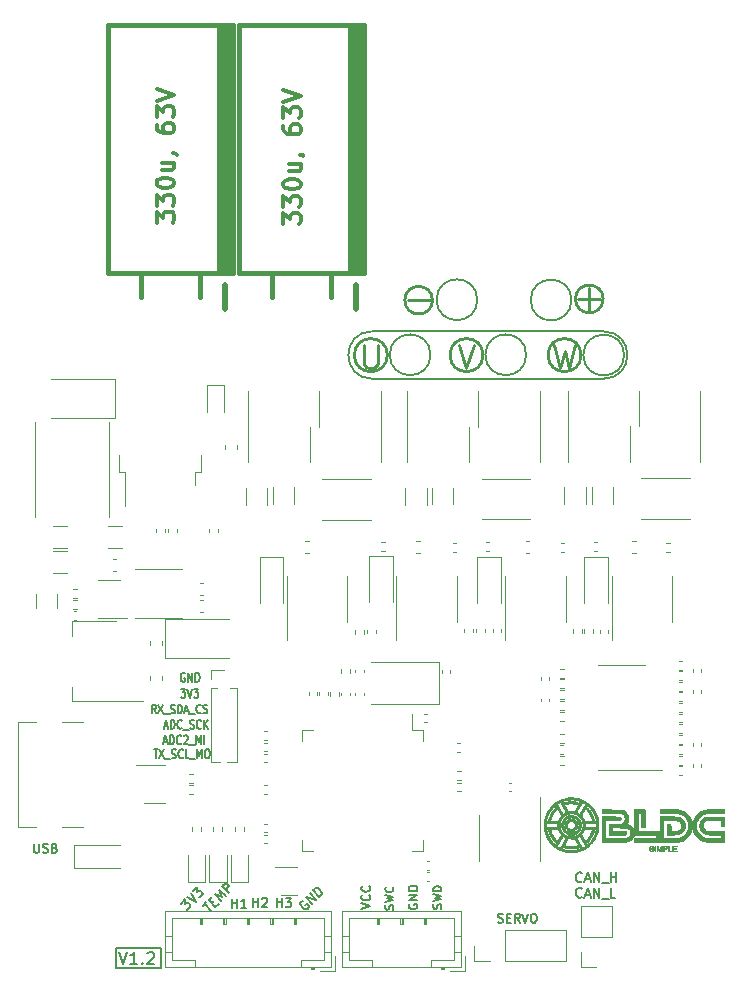
<source format=gbr>
%TF.GenerationSoftware,KiCad,Pcbnew,(5.1.6)-1*%
%TF.CreationDate,2022-04-30T17:47:53+08:00*%
%TF.ProjectId,simple_bldc,73696d70-6c65-45f6-926c-64632e6b6963,1*%
%TF.SameCoordinates,PX6979f40PYa1135a0*%
%TF.FileFunction,Legend,Top*%
%TF.FilePolarity,Positive*%
%FSLAX46Y46*%
G04 Gerber Fmt 4.6, Leading zero omitted, Abs format (unit mm)*
G04 Created by KiCad (PCBNEW (5.1.6)-1) date 2022-04-30 17:47:53*
%MOMM*%
%LPD*%
G01*
G04 APERTURE LIST*
%ADD10C,0.250000*%
%ADD11C,0.150000*%
%ADD12C,0.160000*%
%ADD13C,0.130000*%
%ADD14C,0.187500*%
%ADD15C,0.175000*%
%ADD16C,0.120000*%
%ADD17C,0.010000*%
%ADD18C,0.381000*%
%ADD19C,0.500000*%
%ADD20C,0.300000*%
G04 APERTURE END LIST*
D10*
X44942857Y53895239D02*
X45419047Y51895239D01*
X45800000Y53323810D01*
X46180952Y51895239D01*
X46657142Y53895239D01*
X47200000Y53000000D02*
G75*
G03*
X47200000Y53000000I-1400000J0D01*
G01*
X36833333Y53895239D02*
X37500000Y51895239D01*
X38166666Y53895239D01*
X38900000Y53000000D02*
G75*
G03*
X38900000Y53000000I-1400000J0D01*
G01*
X28828571Y53895239D02*
X28828571Y52276191D01*
X28923809Y52085715D01*
X29019047Y51990477D01*
X29209523Y51895239D01*
X29590476Y51895239D01*
X29780952Y51990477D01*
X29876190Y52085715D01*
X29971428Y52276191D01*
X29971428Y53895239D01*
X30800000Y53000000D02*
G75*
G03*
X30800000Y53000000I-1400000J0D01*
G01*
D11*
X29500000Y51007800D02*
X49118800Y51007800D01*
X29500000Y55007800D02*
X49118800Y55007800D01*
X29500000Y51007800D02*
G75*
G02*
X29500000Y55007800I0J2000000D01*
G01*
X49118800Y55007800D02*
G75*
G02*
X49118800Y51007800I0J-2000000D01*
G01*
D10*
X34620470Y57650000D02*
G75*
G03*
X34620470Y57650000I-1170470J0D01*
G01*
X49065470Y57755000D02*
G75*
G03*
X49065470Y57755000I-1170470J0D01*
G01*
D11*
X7794800Y1146400D02*
X7794800Y2822800D01*
X11604800Y1146400D02*
X7794800Y1146400D01*
X11604800Y2822800D02*
X11604800Y1146400D01*
X7794800Y2822800D02*
X11604800Y2822800D01*
D12*
X8099790Y2456020D02*
X8433123Y1456020D01*
X8766457Y2456020D01*
X9623600Y1456020D02*
X9052171Y1456020D01*
X9337885Y1456020D02*
X9337885Y2456020D01*
X9242647Y2313162D01*
X9147409Y2217924D01*
X9052171Y2170305D01*
X10052171Y1551258D02*
X10099790Y1503639D01*
X10052171Y1456020D01*
X10004552Y1503639D01*
X10052171Y1551258D01*
X10052171Y1456020D01*
X10480742Y2360781D02*
X10528361Y2408400D01*
X10623600Y2456020D01*
X10861695Y2456020D01*
X10956933Y2408400D01*
X11004552Y2360781D01*
X11052171Y2265543D01*
X11052171Y2170305D01*
X11004552Y2027448D01*
X10433123Y1456020D01*
X11052171Y1456020D01*
D13*
X13639857Y26054400D02*
X13582714Y26090115D01*
X13497000Y26090115D01*
X13411285Y26054400D01*
X13354142Y25982972D01*
X13325571Y25911543D01*
X13297000Y25768686D01*
X13297000Y25661543D01*
X13325571Y25518686D01*
X13354142Y25447258D01*
X13411285Y25375829D01*
X13497000Y25340115D01*
X13554142Y25340115D01*
X13639857Y25375829D01*
X13668428Y25411543D01*
X13668428Y25661543D01*
X13554142Y25661543D01*
X13925571Y25340115D02*
X13925571Y26090115D01*
X14268428Y25340115D01*
X14268428Y26090115D01*
X14554142Y25340115D02*
X14554142Y26090115D01*
X14697000Y26090115D01*
X14782714Y26054400D01*
X14839857Y25982972D01*
X14868428Y25911543D01*
X14897000Y25768686D01*
X14897000Y25661543D01*
X14868428Y25518686D01*
X14839857Y25447258D01*
X14782714Y25375829D01*
X14697000Y25340115D01*
X14554142Y25340115D01*
X13328742Y24743915D02*
X13700171Y24743915D01*
X13500171Y24458200D01*
X13585885Y24458200D01*
X13643028Y24422486D01*
X13671600Y24386772D01*
X13700171Y24315343D01*
X13700171Y24136772D01*
X13671600Y24065343D01*
X13643028Y24029629D01*
X13585885Y23993915D01*
X13414457Y23993915D01*
X13357314Y24029629D01*
X13328742Y24065343D01*
X13871600Y24743915D02*
X14071600Y23993915D01*
X14271600Y24743915D01*
X14414457Y24743915D02*
X14785885Y24743915D01*
X14585885Y24458200D01*
X14671600Y24458200D01*
X14728742Y24422486D01*
X14757314Y24386772D01*
X14785885Y24315343D01*
X14785885Y24136772D01*
X14757314Y24065343D01*
X14728742Y24029629D01*
X14671600Y23993915D01*
X14500171Y23993915D01*
X14443028Y24029629D01*
X14414457Y24065343D01*
X11214285Y22660715D02*
X11014285Y23017858D01*
X10871428Y22660715D02*
X10871428Y23410715D01*
X11100000Y23410715D01*
X11157142Y23375000D01*
X11185714Y23339286D01*
X11214285Y23267858D01*
X11214285Y23160715D01*
X11185714Y23089286D01*
X11157142Y23053572D01*
X11100000Y23017858D01*
X10871428Y23017858D01*
X11414285Y23410715D02*
X11814285Y22660715D01*
X11814285Y23410715D02*
X11414285Y22660715D01*
X11900000Y22589286D02*
X12357142Y22589286D01*
X12471428Y22696429D02*
X12557142Y22660715D01*
X12700000Y22660715D01*
X12757142Y22696429D01*
X12785714Y22732143D01*
X12814285Y22803572D01*
X12814285Y22875000D01*
X12785714Y22946429D01*
X12757142Y22982143D01*
X12700000Y23017858D01*
X12585714Y23053572D01*
X12528571Y23089286D01*
X12500000Y23125000D01*
X12471428Y23196429D01*
X12471428Y23267858D01*
X12500000Y23339286D01*
X12528571Y23375000D01*
X12585714Y23410715D01*
X12728571Y23410715D01*
X12814285Y23375000D01*
X13071428Y22660715D02*
X13071428Y23410715D01*
X13214285Y23410715D01*
X13300000Y23375000D01*
X13357142Y23303572D01*
X13385714Y23232143D01*
X13414285Y23089286D01*
X13414285Y22982143D01*
X13385714Y22839286D01*
X13357142Y22767858D01*
X13300000Y22696429D01*
X13214285Y22660715D01*
X13071428Y22660715D01*
X13642857Y22875000D02*
X13928571Y22875000D01*
X13585714Y22660715D02*
X13785714Y23410715D01*
X13985714Y22660715D01*
X14042857Y22589286D02*
X14500000Y22589286D01*
X14985714Y22732143D02*
X14957142Y22696429D01*
X14871428Y22660715D01*
X14814285Y22660715D01*
X14728571Y22696429D01*
X14671428Y22767858D01*
X14642857Y22839286D01*
X14614285Y22982143D01*
X14614285Y23089286D01*
X14642857Y23232143D01*
X14671428Y23303572D01*
X14728571Y23375000D01*
X14814285Y23410715D01*
X14871428Y23410715D01*
X14957142Y23375000D01*
X14985714Y23339286D01*
X15214285Y22696429D02*
X15300000Y22660715D01*
X15442857Y22660715D01*
X15500000Y22696429D01*
X15528571Y22732143D01*
X15557142Y22803572D01*
X15557142Y22875000D01*
X15528571Y22946429D01*
X15500000Y22982143D01*
X15442857Y23017858D01*
X15328571Y23053572D01*
X15271428Y23089286D01*
X15242857Y23125000D01*
X15214285Y23196429D01*
X15214285Y23267858D01*
X15242857Y23339286D01*
X15271428Y23375000D01*
X15328571Y23410715D01*
X15471428Y23410715D01*
X15557142Y23375000D01*
X11909657Y21575000D02*
X12195371Y21575000D01*
X11852514Y21360715D02*
X12052514Y22110715D01*
X12252514Y21360715D01*
X12452514Y21360715D02*
X12452514Y22110715D01*
X12595371Y22110715D01*
X12681085Y22075000D01*
X12738228Y22003572D01*
X12766800Y21932143D01*
X12795371Y21789286D01*
X12795371Y21682143D01*
X12766800Y21539286D01*
X12738228Y21467858D01*
X12681085Y21396429D01*
X12595371Y21360715D01*
X12452514Y21360715D01*
X13395371Y21432143D02*
X13366800Y21396429D01*
X13281085Y21360715D01*
X13223942Y21360715D01*
X13138228Y21396429D01*
X13081085Y21467858D01*
X13052514Y21539286D01*
X13023942Y21682143D01*
X13023942Y21789286D01*
X13052514Y21932143D01*
X13081085Y22003572D01*
X13138228Y22075000D01*
X13223942Y22110715D01*
X13281085Y22110715D01*
X13366800Y22075000D01*
X13395371Y22039286D01*
X13509657Y21289286D02*
X13966800Y21289286D01*
X14081085Y21396429D02*
X14166800Y21360715D01*
X14309657Y21360715D01*
X14366800Y21396429D01*
X14395371Y21432143D01*
X14423942Y21503572D01*
X14423942Y21575000D01*
X14395371Y21646429D01*
X14366800Y21682143D01*
X14309657Y21717858D01*
X14195371Y21753572D01*
X14138228Y21789286D01*
X14109657Y21825000D01*
X14081085Y21896429D01*
X14081085Y21967858D01*
X14109657Y22039286D01*
X14138228Y22075000D01*
X14195371Y22110715D01*
X14338228Y22110715D01*
X14423942Y22075000D01*
X15023942Y21432143D02*
X14995371Y21396429D01*
X14909657Y21360715D01*
X14852514Y21360715D01*
X14766800Y21396429D01*
X14709657Y21467858D01*
X14681085Y21539286D01*
X14652514Y21682143D01*
X14652514Y21789286D01*
X14681085Y21932143D01*
X14709657Y22003572D01*
X14766800Y22075000D01*
X14852514Y22110715D01*
X14909657Y22110715D01*
X14995371Y22075000D01*
X15023942Y22039286D01*
X15281085Y21360715D02*
X15281085Y22110715D01*
X15623942Y21360715D02*
X15366800Y21789286D01*
X15623942Y22110715D02*
X15281085Y21682143D01*
X11000000Y19610715D02*
X11342857Y19610715D01*
X11171428Y18860715D02*
X11171428Y19610715D01*
X11485714Y19610715D02*
X11885714Y18860715D01*
X11885714Y19610715D02*
X11485714Y18860715D01*
X11971428Y18789286D02*
X12428571Y18789286D01*
X12542857Y18896429D02*
X12628571Y18860715D01*
X12771428Y18860715D01*
X12828571Y18896429D01*
X12857142Y18932143D01*
X12885714Y19003572D01*
X12885714Y19075000D01*
X12857142Y19146429D01*
X12828571Y19182143D01*
X12771428Y19217858D01*
X12657142Y19253572D01*
X12600000Y19289286D01*
X12571428Y19325000D01*
X12542857Y19396429D01*
X12542857Y19467858D01*
X12571428Y19539286D01*
X12600000Y19575000D01*
X12657142Y19610715D01*
X12800000Y19610715D01*
X12885714Y19575000D01*
X13485714Y18932143D02*
X13457142Y18896429D01*
X13371428Y18860715D01*
X13314285Y18860715D01*
X13228571Y18896429D01*
X13171428Y18967858D01*
X13142857Y19039286D01*
X13114285Y19182143D01*
X13114285Y19289286D01*
X13142857Y19432143D01*
X13171428Y19503572D01*
X13228571Y19575000D01*
X13314285Y19610715D01*
X13371428Y19610715D01*
X13457142Y19575000D01*
X13485714Y19539286D01*
X14028571Y18860715D02*
X13742857Y18860715D01*
X13742857Y19610715D01*
X14085714Y18789286D02*
X14542857Y18789286D01*
X14685714Y18860715D02*
X14685714Y19610715D01*
X14885714Y19075000D01*
X15085714Y19610715D01*
X15085714Y18860715D01*
X15485714Y19610715D02*
X15600000Y19610715D01*
X15657142Y19575000D01*
X15714285Y19503572D01*
X15742857Y19360715D01*
X15742857Y19110715D01*
X15714285Y18967858D01*
X15657142Y18896429D01*
X15600000Y18860715D01*
X15485714Y18860715D01*
X15428571Y18896429D01*
X15371428Y18967858D01*
X15342857Y19110715D01*
X15342857Y19360715D01*
X15371428Y19503572D01*
X15428571Y19575000D01*
X15485714Y19610715D01*
X11857142Y20275000D02*
X12142857Y20275000D01*
X11800000Y20060715D02*
X12000000Y20810715D01*
X12200000Y20060715D01*
X12400000Y20060715D02*
X12400000Y20810715D01*
X12542857Y20810715D01*
X12628571Y20775000D01*
X12685714Y20703572D01*
X12714285Y20632143D01*
X12742857Y20489286D01*
X12742857Y20382143D01*
X12714285Y20239286D01*
X12685714Y20167858D01*
X12628571Y20096429D01*
X12542857Y20060715D01*
X12400000Y20060715D01*
X13342857Y20132143D02*
X13314285Y20096429D01*
X13228571Y20060715D01*
X13171428Y20060715D01*
X13085714Y20096429D01*
X13028571Y20167858D01*
X13000000Y20239286D01*
X12971428Y20382143D01*
X12971428Y20489286D01*
X13000000Y20632143D01*
X13028571Y20703572D01*
X13085714Y20775000D01*
X13171428Y20810715D01*
X13228571Y20810715D01*
X13314285Y20775000D01*
X13342857Y20739286D01*
X13571428Y20739286D02*
X13600000Y20775000D01*
X13657142Y20810715D01*
X13800000Y20810715D01*
X13857142Y20775000D01*
X13885714Y20739286D01*
X13914285Y20667858D01*
X13914285Y20596429D01*
X13885714Y20489286D01*
X13542857Y20060715D01*
X13914285Y20060715D01*
X14028571Y19989286D02*
X14485714Y19989286D01*
X14628571Y20060715D02*
X14628571Y20810715D01*
X14828571Y20275000D01*
X15028571Y20810715D01*
X15028571Y20060715D01*
X15314285Y20060715D02*
X15314285Y20810715D01*
D10*
X32555714Y57668572D02*
X34384285Y57668572D01*
X46980714Y57753572D02*
X48809285Y57753572D01*
X47895000Y56839286D02*
X47895000Y58667858D01*
D13*
X23649758Y6811445D02*
X23568946Y6784507D01*
X23488134Y6703695D01*
X23434259Y6595946D01*
X23434259Y6488196D01*
X23461197Y6407384D01*
X23542009Y6272697D01*
X23622821Y6191885D01*
X23757508Y6111072D01*
X23838320Y6084135D01*
X23946070Y6084135D01*
X24053819Y6138010D01*
X24107694Y6191885D01*
X24161569Y6299634D01*
X24161569Y6353509D01*
X23973007Y6542071D01*
X23865258Y6434321D01*
X24457880Y6542071D02*
X23892195Y7107756D01*
X24781129Y6865320D01*
X24215444Y7431005D01*
X25050503Y7134694D02*
X24484818Y7700379D01*
X24619505Y7835066D01*
X24727254Y7888941D01*
X24835004Y7888941D01*
X24915816Y7862003D01*
X25050503Y7781191D01*
X25131315Y7700379D01*
X25212128Y7565692D01*
X25239065Y7484880D01*
X25239065Y7377130D01*
X25185190Y7269381D01*
X25050503Y7134694D01*
X13295047Y6569008D02*
X13645233Y6919194D01*
X13672171Y6515133D01*
X13752983Y6595946D01*
X13833795Y6622883D01*
X13887670Y6622883D01*
X13968482Y6595946D01*
X14103169Y6461259D01*
X14130106Y6380446D01*
X14130106Y6326572D01*
X14103169Y6245759D01*
X13941545Y6084135D01*
X13860732Y6057198D01*
X13806858Y6057198D01*
X13806858Y7080819D02*
X14561105Y6703695D01*
X14183981Y7457942D01*
X14318668Y7592629D02*
X14668854Y7942816D01*
X14695792Y7538755D01*
X14776604Y7619567D01*
X14857416Y7646504D01*
X14911291Y7646504D01*
X14992103Y7619567D01*
X15126790Y7484880D01*
X15153728Y7404068D01*
X15153728Y7350193D01*
X15126790Y7269381D01*
X14965166Y7107756D01*
X14884354Y7080819D01*
X14830479Y7080819D01*
X15156198Y6347359D02*
X15479447Y6670608D01*
X15883508Y5943298D02*
X15317823Y6508984D01*
X15937383Y6589796D02*
X16125945Y6778358D01*
X16503068Y6562859D02*
X16233694Y6293485D01*
X15668009Y6859170D01*
X15937383Y7128544D01*
X16745505Y6805295D02*
X16179819Y7370981D01*
X16772442Y7155481D01*
X16556943Y7748104D01*
X17122628Y7182419D01*
X17392002Y7451793D02*
X16826317Y8017478D01*
X17041816Y8232977D01*
X17122628Y8259915D01*
X17176503Y8259915D01*
X17257315Y8232977D01*
X17338128Y8152165D01*
X17365065Y8071353D01*
X17365065Y8017478D01*
X17338128Y7936666D01*
X17122628Y7721167D01*
X21417276Y6242096D02*
X21417276Y7042096D01*
X21417276Y6661143D02*
X21874419Y6661143D01*
X21874419Y6242096D02*
X21874419Y7042096D01*
X22179180Y7042096D02*
X22674419Y7042096D01*
X22407752Y6737334D01*
X22522038Y6737334D01*
X22598228Y6699239D01*
X22636323Y6661143D01*
X22674419Y6584953D01*
X22674419Y6394477D01*
X22636323Y6318286D01*
X22598228Y6280191D01*
X22522038Y6242096D01*
X22293466Y6242096D01*
X22217276Y6280191D01*
X22179180Y6318286D01*
X19385276Y6242096D02*
X19385276Y7042096D01*
X19385276Y6661143D02*
X19842419Y6661143D01*
X19842419Y6242096D02*
X19842419Y7042096D01*
X20185276Y6965905D02*
X20223371Y7004000D01*
X20299561Y7042096D01*
X20490038Y7042096D01*
X20566228Y7004000D01*
X20604323Y6965905D01*
X20642419Y6889715D01*
X20642419Y6813524D01*
X20604323Y6699239D01*
X20147180Y6242096D01*
X20642419Y6242096D01*
D14*
X47261904Y8446429D02*
X47223809Y8405953D01*
X47109523Y8365477D01*
X47033333Y8365477D01*
X46919047Y8405953D01*
X46842857Y8486905D01*
X46804761Y8567858D01*
X46766666Y8729762D01*
X46766666Y8851191D01*
X46804761Y9013096D01*
X46842857Y9094048D01*
X46919047Y9175000D01*
X47033333Y9215477D01*
X47109523Y9215477D01*
X47223809Y9175000D01*
X47261904Y9134524D01*
X47566666Y8608334D02*
X47947619Y8608334D01*
X47490476Y8365477D02*
X47757142Y9215477D01*
X48023809Y8365477D01*
X48290476Y8365477D02*
X48290476Y9215477D01*
X48747619Y8365477D01*
X48747619Y9215477D01*
X48938095Y8284524D02*
X49547619Y8284524D01*
X49738095Y8365477D02*
X49738095Y9215477D01*
X49738095Y8810715D02*
X50195238Y8810715D01*
X50195238Y8365477D02*
X50195238Y9215477D01*
X47257142Y7146429D02*
X47219047Y7105953D01*
X47104761Y7065477D01*
X47028571Y7065477D01*
X46914285Y7105953D01*
X46838095Y7186905D01*
X46800000Y7267858D01*
X46761904Y7429762D01*
X46761904Y7551191D01*
X46800000Y7713096D01*
X46838095Y7794048D01*
X46914285Y7875000D01*
X47028571Y7915477D01*
X47104761Y7915477D01*
X47219047Y7875000D01*
X47257142Y7834524D01*
X47561904Y7308334D02*
X47942857Y7308334D01*
X47485714Y7065477D02*
X47752380Y7915477D01*
X48019047Y7065477D01*
X48285714Y7065477D02*
X48285714Y7915477D01*
X48742857Y7065477D01*
X48742857Y7915477D01*
X48933333Y6984524D02*
X49542857Y6984524D01*
X50114285Y7065477D02*
X49733333Y7065477D01*
X49733333Y7915477D01*
X882371Y11637515D02*
X882371Y11030372D01*
X918085Y10958943D01*
X953800Y10923229D01*
X1025228Y10887515D01*
X1168085Y10887515D01*
X1239514Y10923229D01*
X1275228Y10958943D01*
X1310942Y11030372D01*
X1310942Y11637515D01*
X1632371Y10923229D02*
X1739514Y10887515D01*
X1918085Y10887515D01*
X1989514Y10923229D01*
X2025228Y10958943D01*
X2060942Y11030372D01*
X2060942Y11101800D01*
X2025228Y11173229D01*
X1989514Y11208943D01*
X1918085Y11244658D01*
X1775228Y11280372D01*
X1703800Y11316086D01*
X1668085Y11351800D01*
X1632371Y11423229D01*
X1632371Y11494658D01*
X1668085Y11566086D01*
X1703800Y11601800D01*
X1775228Y11637515D01*
X1953800Y11637515D01*
X2060942Y11601800D01*
X2632371Y11280372D02*
X2739514Y11244658D01*
X2775228Y11208943D01*
X2810942Y11137515D01*
X2810942Y11030372D01*
X2775228Y10958943D01*
X2739514Y10923229D01*
X2668085Y10887515D01*
X2382371Y10887515D01*
X2382371Y11637515D01*
X2632371Y11637515D01*
X2703800Y11601800D01*
X2739514Y11566086D01*
X2775228Y11494658D01*
X2775228Y11423229D01*
X2739514Y11351800D01*
X2703800Y11316086D01*
X2632371Y11280372D01*
X2382371Y11280372D01*
X40157142Y4996429D02*
X40264285Y4960715D01*
X40442857Y4960715D01*
X40514285Y4996429D01*
X40550000Y5032143D01*
X40585714Y5103572D01*
X40585714Y5175000D01*
X40550000Y5246429D01*
X40514285Y5282143D01*
X40442857Y5317858D01*
X40300000Y5353572D01*
X40228571Y5389286D01*
X40192857Y5425000D01*
X40157142Y5496429D01*
X40157142Y5567858D01*
X40192857Y5639286D01*
X40228571Y5675000D01*
X40300000Y5710715D01*
X40478571Y5710715D01*
X40585714Y5675000D01*
X40907142Y5353572D02*
X41157142Y5353572D01*
X41264285Y4960715D02*
X40907142Y4960715D01*
X40907142Y5710715D01*
X41264285Y5710715D01*
X42014285Y4960715D02*
X41764285Y5317858D01*
X41585714Y4960715D02*
X41585714Y5710715D01*
X41871428Y5710715D01*
X41942857Y5675000D01*
X41978571Y5639286D01*
X42014285Y5567858D01*
X42014285Y5460715D01*
X41978571Y5389286D01*
X41942857Y5353572D01*
X41871428Y5317858D01*
X41585714Y5317858D01*
X42228571Y5710715D02*
X42478571Y4960715D01*
X42728571Y5710715D01*
X43121428Y5710715D02*
X43264285Y5710715D01*
X43335714Y5675000D01*
X43407142Y5603572D01*
X43442857Y5460715D01*
X43442857Y5210715D01*
X43407142Y5067858D01*
X43335714Y4996429D01*
X43264285Y4960715D01*
X43121428Y4960715D01*
X43050000Y4996429D01*
X42978571Y5067858D01*
X42942857Y5210715D01*
X42942857Y5460715D01*
X42978571Y5603572D01*
X43050000Y5675000D01*
X43121428Y5710715D01*
X32626200Y6515172D02*
X32590485Y6443743D01*
X32590485Y6336600D01*
X32626200Y6229458D01*
X32697628Y6158029D01*
X32769057Y6122315D01*
X32911914Y6086600D01*
X33019057Y6086600D01*
X33161914Y6122315D01*
X33233342Y6158029D01*
X33304771Y6229458D01*
X33340485Y6336600D01*
X33340485Y6408029D01*
X33304771Y6515172D01*
X33269057Y6550886D01*
X33019057Y6550886D01*
X33019057Y6408029D01*
X33340485Y6872315D02*
X32590485Y6872315D01*
X33340485Y7300886D01*
X32590485Y7300886D01*
X33340485Y7658029D02*
X32590485Y7658029D01*
X32590485Y7836600D01*
X32626200Y7943743D01*
X32697628Y8015172D01*
X32769057Y8050886D01*
X32911914Y8086600D01*
X33019057Y8086600D01*
X33161914Y8050886D01*
X33233342Y8015172D01*
X33304771Y7943743D01*
X33340485Y7836600D01*
X33340485Y7658029D01*
D13*
X17607276Y6191296D02*
X17607276Y6991296D01*
X17607276Y6610343D02*
X18064419Y6610343D01*
X18064419Y6191296D02*
X18064419Y6991296D01*
X18864419Y6191296D02*
X18407276Y6191296D01*
X18635847Y6191296D02*
X18635847Y6991296D01*
X18559657Y6877010D01*
X18483466Y6800820D01*
X18407276Y6762724D01*
D14*
X28602685Y6112000D02*
X29352685Y6362000D01*
X28602685Y6612000D01*
X29281257Y7290572D02*
X29316971Y7254858D01*
X29352685Y7147715D01*
X29352685Y7076286D01*
X29316971Y6969143D01*
X29245542Y6897715D01*
X29174114Y6862000D01*
X29031257Y6826286D01*
X28924114Y6826286D01*
X28781257Y6862000D01*
X28709828Y6897715D01*
X28638400Y6969143D01*
X28602685Y7076286D01*
X28602685Y7147715D01*
X28638400Y7254858D01*
X28674114Y7290572D01*
X29281257Y8040572D02*
X29316971Y8004858D01*
X29352685Y7897715D01*
X29352685Y7826286D01*
X29316971Y7719143D01*
X29245542Y7647715D01*
X29174114Y7612000D01*
X29031257Y7576286D01*
X28924114Y7576286D01*
X28781257Y7612000D01*
X28709828Y7647715D01*
X28638400Y7719143D01*
X28602685Y7826286D01*
X28602685Y7897715D01*
X28638400Y8004858D01*
X28674114Y8040572D01*
D11*
X31277933Y6060400D02*
X31311266Y6160400D01*
X31311266Y6327067D01*
X31277933Y6393734D01*
X31244600Y6427067D01*
X31177933Y6460400D01*
X31111266Y6460400D01*
X31044600Y6427067D01*
X31011266Y6393734D01*
X30977933Y6327067D01*
X30944600Y6193734D01*
X30911266Y6127067D01*
X30877933Y6093734D01*
X30811266Y6060400D01*
X30744600Y6060400D01*
X30677933Y6093734D01*
X30644600Y6127067D01*
X30611266Y6193734D01*
X30611266Y6360400D01*
X30644600Y6460400D01*
X30611266Y6693734D02*
X31311266Y6860400D01*
X30811266Y6993734D01*
X31311266Y7127067D01*
X30611266Y7293734D01*
X31244600Y7960400D02*
X31277933Y7927067D01*
X31311266Y7827067D01*
X31311266Y7760400D01*
X31277933Y7660400D01*
X31211266Y7593734D01*
X31144600Y7560400D01*
X31011266Y7527067D01*
X30911266Y7527067D01*
X30777933Y7560400D01*
X30711266Y7593734D01*
X30644600Y7660400D01*
X30611266Y7760400D01*
X30611266Y7827067D01*
X30644600Y7927067D01*
X30677933Y7960400D01*
D15*
X35341933Y6111200D02*
X35375266Y6211200D01*
X35375266Y6377867D01*
X35341933Y6444534D01*
X35308600Y6477867D01*
X35241933Y6511200D01*
X35175266Y6511200D01*
X35108600Y6477867D01*
X35075266Y6444534D01*
X35041933Y6377867D01*
X35008600Y6244534D01*
X34975266Y6177867D01*
X34941933Y6144534D01*
X34875266Y6111200D01*
X34808600Y6111200D01*
X34741933Y6144534D01*
X34708600Y6177867D01*
X34675266Y6244534D01*
X34675266Y6411200D01*
X34708600Y6511200D01*
X34675266Y6744534D02*
X35375266Y6911200D01*
X34875266Y7044534D01*
X35375266Y7177867D01*
X34675266Y7344534D01*
X35375266Y7611200D02*
X34675266Y7611200D01*
X34675266Y7777867D01*
X34708600Y7877867D01*
X34775266Y7944534D01*
X34841933Y7977867D01*
X34975266Y8011200D01*
X35075266Y8011200D01*
X35208600Y7977867D01*
X35275266Y7944534D01*
X35341933Y7877867D01*
X35375266Y7777867D01*
X35375266Y7611200D01*
D16*
%TO.C,P1*%
X26060000Y1190000D02*
X26060000Y5910000D01*
X26060000Y5910000D02*
X11940000Y5910000D01*
X11940000Y5910000D02*
X11940000Y1190000D01*
X11940000Y1190000D02*
X26060000Y1190000D01*
X24300000Y1190000D02*
X24300000Y990000D01*
X24300000Y990000D02*
X24600000Y990000D01*
X24600000Y990000D02*
X24600000Y1190000D01*
X24300000Y1090000D02*
X24600000Y1090000D01*
X23500000Y1190000D02*
X23500000Y1800000D01*
X23500000Y1800000D02*
X25450000Y1800000D01*
X25450000Y1800000D02*
X25450000Y5300000D01*
X25450000Y5300000D02*
X12550000Y5300000D01*
X12550000Y5300000D02*
X12550000Y1800000D01*
X12550000Y1800000D02*
X14500000Y1800000D01*
X14500000Y1800000D02*
X14500000Y1190000D01*
X26060000Y2500000D02*
X25450000Y2500000D01*
X26060000Y3800000D02*
X25450000Y3800000D01*
X11940000Y2500000D02*
X12550000Y2500000D01*
X11940000Y3800000D02*
X12550000Y3800000D01*
X23100000Y5300000D02*
X23100000Y4800000D01*
X23100000Y4800000D02*
X22900000Y4800000D01*
X22900000Y4800000D02*
X22900000Y5300000D01*
X23000000Y5300000D02*
X23000000Y4800000D01*
X21100000Y5300000D02*
X21100000Y4800000D01*
X21100000Y4800000D02*
X20900000Y4800000D01*
X20900000Y4800000D02*
X20900000Y5300000D01*
X21000000Y5300000D02*
X21000000Y4800000D01*
X19100000Y5300000D02*
X19100000Y4800000D01*
X19100000Y4800000D02*
X18900000Y4800000D01*
X18900000Y4800000D02*
X18900000Y5300000D01*
X19000000Y5300000D02*
X19000000Y4800000D01*
X17100000Y5300000D02*
X17100000Y4800000D01*
X17100000Y4800000D02*
X16900000Y4800000D01*
X16900000Y4800000D02*
X16900000Y5300000D01*
X17000000Y5300000D02*
X17000000Y4800000D01*
X15100000Y5300000D02*
X15100000Y4800000D01*
X15100000Y4800000D02*
X14900000Y4800000D01*
X14900000Y4800000D02*
X14900000Y5300000D01*
X15000000Y5300000D02*
X15000000Y4800000D01*
X25110000Y890000D02*
X26360000Y890000D01*
X26360000Y890000D02*
X26360000Y2140000D01*
%TO.C,U12*%
X23153600Y9643600D02*
X21253600Y9643600D01*
X21753600Y7323600D02*
X23153600Y7323600D01*
%TO.C,J4*%
X15831800Y18532800D02*
X16634270Y18532800D01*
X17249330Y18532800D02*
X18051800Y18532800D01*
X15831800Y24817800D02*
X15831800Y18532800D01*
X18051800Y24817800D02*
X18051800Y18532800D01*
X15831800Y24817800D02*
X16378329Y24817800D01*
X17505271Y24817800D02*
X18051800Y24817800D01*
X15831800Y25577800D02*
X15831800Y26337800D01*
X15831800Y26337800D02*
X16941800Y26337800D01*
%TO.C,C7*%
X7147936Y36690000D02*
X8352064Y36690000D01*
X7147936Y38510000D02*
X8352064Y38510000D01*
%TO.C,D12*%
X16992400Y48218800D02*
X16992400Y50503800D01*
X16992400Y50503800D02*
X15522400Y50503800D01*
X15522400Y50503800D02*
X15522400Y48218800D01*
%TO.C,U11*%
X27403400Y32333700D02*
X27403400Y34283700D01*
X27403400Y32333700D02*
X27403400Y30383700D01*
X22283400Y32333700D02*
X22283400Y34283700D01*
X22283400Y32333700D02*
X22283400Y28883700D01*
%TO.C,U3*%
X8100000Y44580000D02*
X8100000Y43080000D01*
X8100000Y43080000D02*
X8570000Y43080000D01*
X8570000Y43080000D02*
X8570000Y40250000D01*
X15000000Y44580000D02*
X15000000Y43080000D01*
X15000000Y43080000D02*
X14530000Y43080000D01*
X14530000Y43080000D02*
X14530000Y41980000D01*
%TO.C,J1*%
X45910000Y1670000D02*
X45910000Y4330000D01*
X40770000Y1670000D02*
X45910000Y1670000D01*
X40770000Y4330000D02*
X45910000Y4330000D01*
X40770000Y1670000D02*
X40770000Y4330000D01*
X39500000Y1670000D02*
X38170000Y1670000D01*
X38170000Y1670000D02*
X38170000Y3000000D01*
%TO.C,D11*%
X21980400Y35917700D02*
X19980400Y35917700D01*
X19980400Y35917700D02*
X19980400Y32017700D01*
X21980400Y35917700D02*
X21980400Y32017700D01*
%TO.C,C64*%
X23840221Y37276500D02*
X24165779Y37276500D01*
X23840221Y36256500D02*
X24165779Y36256500D01*
%TO.C,C60*%
X3702064Y36690000D02*
X2497936Y36690000D01*
X3702064Y38510000D02*
X2497936Y38510000D01*
%TO.C,C21*%
X33228521Y37273400D02*
X33554079Y37273400D01*
X33228521Y36253400D02*
X33554079Y36253400D01*
%TO.C,C17*%
X15224979Y33716800D02*
X14899421Y33716800D01*
X15224979Y32696800D02*
X14899421Y32696800D01*
%TO.C,C14*%
X2860000Y31547936D02*
X2860000Y32752064D01*
X1040000Y31547936D02*
X1040000Y32752064D01*
%TO.C,C12*%
X3702064Y36410000D02*
X2497936Y36410000D01*
X3702064Y34590000D02*
X2497936Y34590000D01*
%TO.C,C10*%
X15224979Y32294400D02*
X14899421Y32294400D01*
X15224979Y31274400D02*
X14899421Y31274400D01*
%TO.C,Q6*%
X52111600Y46990000D02*
X52111600Y49990000D01*
X57311600Y43990000D02*
X57311600Y49990000D01*
%TO.C,Q5*%
X51317200Y46990000D02*
X51317200Y43990000D01*
X46117200Y49990000D02*
X46117200Y43990000D01*
%TO.C,Q4*%
X38497200Y46939200D02*
X38497200Y49939200D01*
X43697200Y43939200D02*
X43697200Y49939200D01*
%TO.C,Q3*%
X37702800Y46939200D02*
X37702800Y43939200D01*
X32502800Y49939200D02*
X32502800Y43939200D01*
%TO.C,Q2*%
X25035200Y46939200D02*
X25035200Y49939200D01*
X30235200Y43939200D02*
X30235200Y49939200D01*
%TO.C,Q1*%
X24240800Y46939200D02*
X24240800Y43939200D01*
X19040800Y49939200D02*
X19040800Y43939200D01*
%TO.C,D10*%
X11992400Y30640400D02*
X11992400Y27340400D01*
X11992400Y27340400D02*
X17392400Y27340400D01*
X11992400Y30640400D02*
X17392400Y30640400D01*
%TO.C,J6*%
X37360000Y890000D02*
X37360000Y2140000D01*
X36110000Y890000D02*
X37360000Y890000D01*
X30000000Y5300000D02*
X30000000Y4800000D01*
X29900000Y4800000D02*
X29900000Y5300000D01*
X30100000Y4800000D02*
X29900000Y4800000D01*
X30100000Y5300000D02*
X30100000Y4800000D01*
X32000000Y5300000D02*
X32000000Y4800000D01*
X31900000Y4800000D02*
X31900000Y5300000D01*
X32100000Y4800000D02*
X31900000Y4800000D01*
X32100000Y5300000D02*
X32100000Y4800000D01*
X34000000Y5300000D02*
X34000000Y4800000D01*
X33900000Y4800000D02*
X33900000Y5300000D01*
X34100000Y4800000D02*
X33900000Y4800000D01*
X34100000Y5300000D02*
X34100000Y4800000D01*
X26940000Y3800000D02*
X27550000Y3800000D01*
X26940000Y2500000D02*
X27550000Y2500000D01*
X37060000Y3800000D02*
X36450000Y3800000D01*
X37060000Y2500000D02*
X36450000Y2500000D01*
X29500000Y1800000D02*
X29500000Y1190000D01*
X27550000Y1800000D02*
X29500000Y1800000D01*
X27550000Y5300000D02*
X27550000Y1800000D01*
X36450000Y5300000D02*
X27550000Y5300000D01*
X36450000Y1800000D02*
X36450000Y5300000D01*
X34500000Y1800000D02*
X36450000Y1800000D01*
X34500000Y1190000D02*
X34500000Y1800000D01*
X35300000Y1090000D02*
X35600000Y1090000D01*
X35600000Y990000D02*
X35600000Y1190000D01*
X35300000Y990000D02*
X35600000Y990000D01*
X35300000Y1190000D02*
X35300000Y990000D01*
X26940000Y1190000D02*
X37060000Y1190000D01*
X26940000Y5910000D02*
X26940000Y1190000D01*
X37060000Y5910000D02*
X26940000Y5910000D01*
X37060000Y1190000D02*
X37060000Y5910000D01*
D17*
%TO.C,H9*%
G36*
X46449517Y14047760D02*
G01*
X46526478Y14038667D01*
X46599416Y14019749D01*
X46671489Y13993562D01*
X46750441Y13959289D01*
X46814839Y13921295D01*
X46877724Y13870522D01*
X46949912Y13800191D01*
X47007161Y13739341D01*
X47052189Y13687028D01*
X47078975Y13650497D01*
X47083784Y13639163D01*
X47092289Y13605820D01*
X47112761Y13559400D01*
X47112971Y13558995D01*
X47133787Y13509258D01*
X47142279Y13469992D01*
X47152622Y13434636D01*
X47161938Y13424877D01*
X47170469Y13401214D01*
X47177102Y13347712D01*
X47180915Y13273600D01*
X47181476Y13229492D01*
X47179516Y13148245D01*
X47174251Y13082759D01*
X47166602Y13042261D01*
X47161938Y13034108D01*
X47144708Y13006188D01*
X47142279Y12988993D01*
X47133453Y12948711D01*
X47112971Y12899990D01*
X47092399Y12853144D01*
X47083784Y12818824D01*
X47083784Y12818716D01*
X47070915Y12794168D01*
X47036501Y12749985D01*
X46986832Y12693959D01*
X46961669Y12667462D01*
X46828540Y12551264D01*
X46683035Y12467627D01*
X46515100Y12410851D01*
X46504581Y12408291D01*
X46401864Y12388375D01*
X46316163Y12384769D01*
X46228946Y12397552D01*
X46180555Y12409682D01*
X46047017Y12456208D01*
X45924416Y12517709D01*
X45824600Y12587862D01*
X45795465Y12615108D01*
X45750219Y12657917D01*
X45713542Y12685903D01*
X45698840Y12692185D01*
X45679562Y12708000D01*
X45677015Y12721881D01*
X45667237Y12756102D01*
X45642745Y12806108D01*
X45631931Y12824457D01*
X45569598Y12955747D01*
X45765311Y12955747D01*
X45770610Y12934182D01*
X45776945Y12921761D01*
X45799712Y12884512D01*
X45813983Y12868031D01*
X45831569Y12845397D01*
X45856096Y12803076D01*
X45859043Y12797396D01*
X45898393Y12747498D01*
X45952775Y12707007D01*
X45958632Y12704066D01*
X46005891Y12678400D01*
X46035969Y12656119D01*
X46038800Y12652585D01*
X46067010Y12634373D01*
X46074338Y12633569D01*
X46089717Y12650560D01*
X46091034Y12690900D01*
X46263169Y12690900D01*
X46275817Y12625668D01*
X46310712Y12586731D01*
X46357291Y12578667D01*
X46392775Y12588399D01*
X46409561Y12614707D01*
X46415771Y12657992D01*
X46419301Y12700651D01*
X46595323Y12700651D01*
X46600444Y12652665D01*
X46619758Y12636251D01*
X46659193Y12649240D01*
X46688818Y12666396D01*
X46780300Y12735284D01*
X46859720Y12817709D01*
X46910047Y12892454D01*
X46947809Y12965723D01*
X46867990Y12965723D01*
X46821623Y12962282D01*
X46783209Y12947655D01*
X46741254Y12915387D01*
X46691746Y12866728D01*
X46637544Y12806980D01*
X46607716Y12761235D01*
X46596179Y12719013D01*
X46595323Y12700651D01*
X46419301Y12700651D01*
X46421835Y12731261D01*
X46342502Y12731261D01*
X46291065Y12728193D01*
X46268087Y12715468D01*
X46263169Y12690900D01*
X46091034Y12690900D01*
X46091414Y12702532D01*
X46090401Y12714560D01*
X46078558Y12771275D01*
X46050078Y12822117D01*
X45997591Y12880637D01*
X45944267Y12929886D01*
X45901893Y12955680D01*
X45856938Y12965021D01*
X45833149Y12965723D01*
X45783574Y12964240D01*
X45765311Y12955747D01*
X45569598Y12955747D01*
X45559558Y12976893D01*
X45522373Y13139136D01*
X45521724Y13198285D01*
X45700829Y13198285D01*
X45724396Y13170197D01*
X45779844Y13161150D01*
X45785630Y13161108D01*
X45830698Y13164209D01*
X45849182Y13181496D01*
X45852854Y13224944D01*
X45852854Y13225472D01*
X46038476Y13225472D01*
X46038476Y13078579D01*
X46131795Y12994092D01*
X46215312Y12930414D01*
X46291563Y12899796D01*
X46368239Y12899195D01*
X46370630Y12899610D01*
X46419615Y12905734D01*
X46440920Y12906841D01*
X46470904Y12919419D01*
X46518001Y12951931D01*
X46565584Y12991702D01*
X46618223Y13042587D01*
X46647908Y13083873D01*
X46662615Y13129843D01*
X46668639Y13176257D01*
X46671278Y13229492D01*
X46859092Y13229492D01*
X46862255Y13183603D01*
X46878989Y13164781D01*
X46920156Y13161108D01*
X46921439Y13161108D01*
X46968599Y13167004D01*
X46996210Y13181242D01*
X46996547Y13181757D01*
X47002013Y13215149D01*
X46997328Y13250141D01*
X46980217Y13284532D01*
X46944050Y13297060D01*
X46922220Y13297877D01*
X46879867Y13294471D01*
X46862495Y13276303D01*
X46859093Y13231444D01*
X46859092Y13229492D01*
X46671278Y13229492D01*
X46672015Y13244356D01*
X46669653Y13303410D01*
X46666428Y13323302D01*
X46635727Y13385076D01*
X46579682Y13449518D01*
X46509600Y13505746D01*
X46439111Y13542074D01*
X46379420Y13559795D01*
X46332738Y13561152D01*
X46276704Y13546389D01*
X46269429Y13543935D01*
X46203839Y13512090D01*
X46136100Y13465061D01*
X46112135Y13443901D01*
X46074573Y13405657D01*
X46052607Y13373472D01*
X46042055Y13334945D01*
X46038736Y13277678D01*
X46038476Y13225472D01*
X45852854Y13225472D01*
X45852861Y13229492D01*
X45849829Y13275328D01*
X45832787Y13294126D01*
X45789818Y13297869D01*
X45784849Y13297877D01*
X45736091Y13292603D01*
X45712226Y13271460D01*
X45704855Y13250141D01*
X45700829Y13198285D01*
X45521724Y13198285D01*
X45520555Y13304613D01*
X45554284Y13466750D01*
X45561170Y13482573D01*
X45755169Y13482573D01*
X45772588Y13477177D01*
X45816389Y13474076D01*
X45838207Y13473779D01*
X45896279Y13478533D01*
X45933118Y13498151D01*
X45959849Y13531454D01*
X45998832Y13578047D01*
X46039802Y13611185D01*
X46041107Y13611900D01*
X46071159Y13639754D01*
X46087415Y13689454D01*
X46091869Y13725187D01*
X46094994Y13771685D01*
X46263790Y13771685D01*
X46268494Y13743234D01*
X46290792Y13730594D01*
X46341323Y13727723D01*
X46391748Y13730464D01*
X46414155Y13743089D01*
X46415054Y13748023D01*
X46595323Y13748023D01*
X46606420Y13687431D01*
X46634446Y13633288D01*
X46671498Y13597969D01*
X46695594Y13590954D01*
X46714409Y13575809D01*
X46741117Y13538711D01*
X46744969Y13532338D01*
X46773348Y13494214D01*
X46808568Y13477373D01*
X46863304Y13473723D01*
X46914280Y13475919D01*
X46943945Y13481445D01*
X46947015Y13484271D01*
X46932769Y13530282D01*
X46894974Y13591385D01*
X46841042Y13658830D01*
X46778386Y13723868D01*
X46714420Y13777751D01*
X46678626Y13801014D01*
X46630763Y13822092D01*
X46605300Y13814358D01*
X46595955Y13773814D01*
X46595323Y13748023D01*
X46415054Y13748023D01*
X46419463Y13772200D01*
X46419476Y13774971D01*
X46410326Y13843296D01*
X46382326Y13878365D01*
X46356040Y13884031D01*
X46308744Y13866548D01*
X46274838Y13821974D01*
X46263790Y13771685D01*
X46094994Y13771685D01*
X46095572Y13780270D01*
X46095684Y13816399D01*
X46094348Y13823088D01*
X46075019Y13820454D01*
X46034271Y13804545D01*
X46022962Y13799327D01*
X45954627Y13757275D01*
X45893480Y13703158D01*
X45851451Y13648295D01*
X45842465Y13628056D01*
X45826284Y13597579D01*
X45815604Y13590954D01*
X45799270Y13575599D01*
X45777674Y13540643D01*
X45760108Y13502751D01*
X45755169Y13482573D01*
X45561170Y13482573D01*
X45610792Y13596590D01*
X45641129Y13652236D01*
X45664876Y13697025D01*
X45710519Y13759648D01*
X45782140Y13829260D01*
X45869641Y13897834D01*
X45962923Y13957340D01*
X46039704Y13994995D01*
X46117558Y14023762D01*
X46186468Y14040580D01*
X46262986Y14048379D01*
X46351092Y14050108D01*
X46449517Y14047760D01*
G37*
X46449517Y14047760D02*
X46526478Y14038667D01*
X46599416Y14019749D01*
X46671489Y13993562D01*
X46750441Y13959289D01*
X46814839Y13921295D01*
X46877724Y13870522D01*
X46949912Y13800191D01*
X47007161Y13739341D01*
X47052189Y13687028D01*
X47078975Y13650497D01*
X47083784Y13639163D01*
X47092289Y13605820D01*
X47112761Y13559400D01*
X47112971Y13558995D01*
X47133787Y13509258D01*
X47142279Y13469992D01*
X47152622Y13434636D01*
X47161938Y13424877D01*
X47170469Y13401214D01*
X47177102Y13347712D01*
X47180915Y13273600D01*
X47181476Y13229492D01*
X47179516Y13148245D01*
X47174251Y13082759D01*
X47166602Y13042261D01*
X47161938Y13034108D01*
X47144708Y13006188D01*
X47142279Y12988993D01*
X47133453Y12948711D01*
X47112971Y12899990D01*
X47092399Y12853144D01*
X47083784Y12818824D01*
X47083784Y12818716D01*
X47070915Y12794168D01*
X47036501Y12749985D01*
X46986832Y12693959D01*
X46961669Y12667462D01*
X46828540Y12551264D01*
X46683035Y12467627D01*
X46515100Y12410851D01*
X46504581Y12408291D01*
X46401864Y12388375D01*
X46316163Y12384769D01*
X46228946Y12397552D01*
X46180555Y12409682D01*
X46047017Y12456208D01*
X45924416Y12517709D01*
X45824600Y12587862D01*
X45795465Y12615108D01*
X45750219Y12657917D01*
X45713542Y12685903D01*
X45698840Y12692185D01*
X45679562Y12708000D01*
X45677015Y12721881D01*
X45667237Y12756102D01*
X45642745Y12806108D01*
X45631931Y12824457D01*
X45569598Y12955747D01*
X45765311Y12955747D01*
X45770610Y12934182D01*
X45776945Y12921761D01*
X45799712Y12884512D01*
X45813983Y12868031D01*
X45831569Y12845397D01*
X45856096Y12803076D01*
X45859043Y12797396D01*
X45898393Y12747498D01*
X45952775Y12707007D01*
X45958632Y12704066D01*
X46005891Y12678400D01*
X46035969Y12656119D01*
X46038800Y12652585D01*
X46067010Y12634373D01*
X46074338Y12633569D01*
X46089717Y12650560D01*
X46091034Y12690900D01*
X46263169Y12690900D01*
X46275817Y12625668D01*
X46310712Y12586731D01*
X46357291Y12578667D01*
X46392775Y12588399D01*
X46409561Y12614707D01*
X46415771Y12657992D01*
X46419301Y12700651D01*
X46595323Y12700651D01*
X46600444Y12652665D01*
X46619758Y12636251D01*
X46659193Y12649240D01*
X46688818Y12666396D01*
X46780300Y12735284D01*
X46859720Y12817709D01*
X46910047Y12892454D01*
X46947809Y12965723D01*
X46867990Y12965723D01*
X46821623Y12962282D01*
X46783209Y12947655D01*
X46741254Y12915387D01*
X46691746Y12866728D01*
X46637544Y12806980D01*
X46607716Y12761235D01*
X46596179Y12719013D01*
X46595323Y12700651D01*
X46419301Y12700651D01*
X46421835Y12731261D01*
X46342502Y12731261D01*
X46291065Y12728193D01*
X46268087Y12715468D01*
X46263169Y12690900D01*
X46091034Y12690900D01*
X46091414Y12702532D01*
X46090401Y12714560D01*
X46078558Y12771275D01*
X46050078Y12822117D01*
X45997591Y12880637D01*
X45944267Y12929886D01*
X45901893Y12955680D01*
X45856938Y12965021D01*
X45833149Y12965723D01*
X45783574Y12964240D01*
X45765311Y12955747D01*
X45569598Y12955747D01*
X45559558Y12976893D01*
X45522373Y13139136D01*
X45521724Y13198285D01*
X45700829Y13198285D01*
X45724396Y13170197D01*
X45779844Y13161150D01*
X45785630Y13161108D01*
X45830698Y13164209D01*
X45849182Y13181496D01*
X45852854Y13224944D01*
X45852854Y13225472D01*
X46038476Y13225472D01*
X46038476Y13078579D01*
X46131795Y12994092D01*
X46215312Y12930414D01*
X46291563Y12899796D01*
X46368239Y12899195D01*
X46370630Y12899610D01*
X46419615Y12905734D01*
X46440920Y12906841D01*
X46470904Y12919419D01*
X46518001Y12951931D01*
X46565584Y12991702D01*
X46618223Y13042587D01*
X46647908Y13083873D01*
X46662615Y13129843D01*
X46668639Y13176257D01*
X46671278Y13229492D01*
X46859092Y13229492D01*
X46862255Y13183603D01*
X46878989Y13164781D01*
X46920156Y13161108D01*
X46921439Y13161108D01*
X46968599Y13167004D01*
X46996210Y13181242D01*
X46996547Y13181757D01*
X47002013Y13215149D01*
X46997328Y13250141D01*
X46980217Y13284532D01*
X46944050Y13297060D01*
X46922220Y13297877D01*
X46879867Y13294471D01*
X46862495Y13276303D01*
X46859093Y13231444D01*
X46859092Y13229492D01*
X46671278Y13229492D01*
X46672015Y13244356D01*
X46669653Y13303410D01*
X46666428Y13323302D01*
X46635727Y13385076D01*
X46579682Y13449518D01*
X46509600Y13505746D01*
X46439111Y13542074D01*
X46379420Y13559795D01*
X46332738Y13561152D01*
X46276704Y13546389D01*
X46269429Y13543935D01*
X46203839Y13512090D01*
X46136100Y13465061D01*
X46112135Y13443901D01*
X46074573Y13405657D01*
X46052607Y13373472D01*
X46042055Y13334945D01*
X46038736Y13277678D01*
X46038476Y13225472D01*
X45852854Y13225472D01*
X45852861Y13229492D01*
X45849829Y13275328D01*
X45832787Y13294126D01*
X45789818Y13297869D01*
X45784849Y13297877D01*
X45736091Y13292603D01*
X45712226Y13271460D01*
X45704855Y13250141D01*
X45700829Y13198285D01*
X45521724Y13198285D01*
X45520555Y13304613D01*
X45554284Y13466750D01*
X45561170Y13482573D01*
X45755169Y13482573D01*
X45772588Y13477177D01*
X45816389Y13474076D01*
X45838207Y13473779D01*
X45896279Y13478533D01*
X45933118Y13498151D01*
X45959849Y13531454D01*
X45998832Y13578047D01*
X46039802Y13611185D01*
X46041107Y13611900D01*
X46071159Y13639754D01*
X46087415Y13689454D01*
X46091869Y13725187D01*
X46094994Y13771685D01*
X46263790Y13771685D01*
X46268494Y13743234D01*
X46290792Y13730594D01*
X46341323Y13727723D01*
X46391748Y13730464D01*
X46414155Y13743089D01*
X46415054Y13748023D01*
X46595323Y13748023D01*
X46606420Y13687431D01*
X46634446Y13633288D01*
X46671498Y13597969D01*
X46695594Y13590954D01*
X46714409Y13575809D01*
X46741117Y13538711D01*
X46744969Y13532338D01*
X46773348Y13494214D01*
X46808568Y13477373D01*
X46863304Y13473723D01*
X46914280Y13475919D01*
X46943945Y13481445D01*
X46947015Y13484271D01*
X46932769Y13530282D01*
X46894974Y13591385D01*
X46841042Y13658830D01*
X46778386Y13723868D01*
X46714420Y13777751D01*
X46678626Y13801014D01*
X46630763Y13822092D01*
X46605300Y13814358D01*
X46595955Y13773814D01*
X46595323Y13748023D01*
X46415054Y13748023D01*
X46419463Y13772200D01*
X46419476Y13774971D01*
X46410326Y13843296D01*
X46382326Y13878365D01*
X46356040Y13884031D01*
X46308744Y13866548D01*
X46274838Y13821974D01*
X46263790Y13771685D01*
X46094994Y13771685D01*
X46095572Y13780270D01*
X46095684Y13816399D01*
X46094348Y13823088D01*
X46075019Y13820454D01*
X46034271Y13804545D01*
X46022962Y13799327D01*
X45954627Y13757275D01*
X45893480Y13703158D01*
X45851451Y13648295D01*
X45842465Y13628056D01*
X45826284Y13597579D01*
X45815604Y13590954D01*
X45799270Y13575599D01*
X45777674Y13540643D01*
X45760108Y13502751D01*
X45755169Y13482573D01*
X45561170Y13482573D01*
X45610792Y13596590D01*
X45641129Y13652236D01*
X45664876Y13697025D01*
X45710519Y13759648D01*
X45782140Y13829260D01*
X45869641Y13897834D01*
X45962923Y13957340D01*
X46039704Y13994995D01*
X46117558Y14023762D01*
X46186468Y14040580D01*
X46262986Y14048379D01*
X46351092Y14050108D01*
X46449517Y14047760D01*
G36*
X54845156Y14544494D02*
G01*
X54996839Y14542835D01*
X55131957Y14540131D01*
X55243995Y14536493D01*
X55326435Y14532036D01*
X55352311Y14529774D01*
X55580414Y14487294D01*
X55794263Y14411146D01*
X55990217Y14303754D01*
X56164633Y14167539D01*
X56313869Y14004924D01*
X56434281Y13818332D01*
X56440793Y13805877D01*
X56490577Y13699974D01*
X56532424Y13592995D01*
X56562823Y13495313D01*
X56578259Y13417306D01*
X56579476Y13396294D01*
X56584297Y13364850D01*
X56596037Y13365616D01*
X56610617Y13393304D01*
X56623958Y13442628D01*
X56626554Y13457299D01*
X56665865Y13607165D01*
X56734522Y13765213D01*
X56827027Y13921942D01*
X56937880Y14067849D01*
X57042882Y14176683D01*
X57213874Y14312015D01*
X57396864Y14413877D01*
X57597385Y14484693D01*
X57820966Y14526886D01*
X57849476Y14530127D01*
X57915357Y14534829D01*
X58013835Y14538771D01*
X58138436Y14541844D01*
X58282684Y14543936D01*
X58440106Y14544939D01*
X58604228Y14544743D01*
X58679861Y14544222D01*
X59324630Y14538569D01*
X59324630Y14225954D01*
X58513784Y14215880D01*
X58310294Y14213329D01*
X58141670Y14210896D01*
X58003706Y14208128D01*
X57892196Y14204571D01*
X57802933Y14199771D01*
X57731711Y14193274D01*
X57674323Y14184626D01*
X57626563Y14173373D01*
X57584225Y14159061D01*
X57543102Y14141236D01*
X57498988Y14119444D01*
X57466576Y14102865D01*
X57326825Y14012135D01*
X57196857Y13891215D01*
X57084265Y13748930D01*
X56996643Y13594108D01*
X56967335Y13522569D01*
X56932020Y13384333D01*
X56915372Y13227084D01*
X56918097Y13066511D01*
X56940279Y12920896D01*
X57004493Y12732504D01*
X57101950Y12561352D01*
X57229405Y12412256D01*
X57350081Y12312591D01*
X57429202Y12260043D01*
X57505826Y12217047D01*
X57584932Y12182683D01*
X57671501Y12156028D01*
X57770512Y12136162D01*
X57886945Y12122162D01*
X58025781Y12113107D01*
X58191999Y12108075D01*
X58390579Y12106144D01*
X58466215Y12106031D01*
X59021784Y12106031D01*
X59021784Y12399108D01*
X58475669Y12399108D01*
X58290702Y12399652D01*
X58139620Y12401677D01*
X58017244Y12405774D01*
X57918391Y12412533D01*
X57837882Y12422545D01*
X57770535Y12436400D01*
X57711168Y12454688D01*
X57654603Y12478001D01*
X57614697Y12497223D01*
X57524856Y12554475D01*
X57433269Y12632985D01*
X57352370Y12720721D01*
X57294593Y12805651D01*
X57293183Y12808346D01*
X57236488Y12954242D01*
X57208377Y13111042D01*
X57210106Y13266799D01*
X57232995Y13379929D01*
X57297092Y13526993D01*
X57393311Y13661293D01*
X57515134Y13775873D01*
X57656038Y13863772D01*
X57707782Y13886601D01*
X57737437Y13897921D01*
X57766331Y13907143D01*
X57798663Y13914489D01*
X57838630Y13920177D01*
X57890430Y13924429D01*
X57958260Y13927465D01*
X58046318Y13929505D01*
X58158801Y13930770D01*
X58299907Y13931479D01*
X58473834Y13931853D01*
X58572400Y13931981D01*
X59324630Y13932877D01*
X59329928Y13546992D01*
X59335226Y13161108D01*
X59021784Y13161108D01*
X59021784Y13612550D01*
X58411207Y13606636D01*
X57800630Y13600723D01*
X57728116Y13550588D01*
X57624101Y13457825D01*
X57554628Y13348022D01*
X57520716Y13223045D01*
X57517323Y13165239D01*
X57534956Y13053412D01*
X57583380Y12943306D01*
X57655884Y12847616D01*
X57709709Y12801294D01*
X57794634Y12741031D01*
X58559632Y12731261D01*
X59324630Y12721492D01*
X59335112Y11791028D01*
X58538564Y11798152D01*
X58329518Y11800148D01*
X58155142Y11802384D01*
X58011031Y11805347D01*
X57892779Y11809523D01*
X57795979Y11815398D01*
X57716225Y11823458D01*
X57649113Y11834190D01*
X57590235Y11848080D01*
X57535187Y11865614D01*
X57479561Y11887278D01*
X57418953Y11913559D01*
X57394741Y11924389D01*
X57206252Y12029859D01*
X57035201Y12167427D01*
X56886055Y12332328D01*
X56763280Y12519798D01*
X56689501Y12676591D01*
X56660774Y12757576D01*
X56637365Y12838813D01*
X56625422Y12896398D01*
X56615773Y12949061D01*
X56605246Y12980925D01*
X56600830Y12985261D01*
X56591005Y12967727D01*
X56577838Y12922079D01*
X56566005Y12867330D01*
X56547374Y12798040D01*
X56515647Y12708354D01*
X56476067Y12612384D01*
X56451673Y12559599D01*
X56404749Y12467552D01*
X56360179Y12394209D01*
X56309033Y12327355D01*
X56242378Y12254774D01*
X56191192Y12203362D01*
X56048684Y12075958D01*
X55905349Y11977728D01*
X55748047Y11900761D01*
X55602553Y11848941D01*
X55456015Y11803185D01*
X51685092Y11803185D01*
X51679385Y11954608D01*
X51673679Y12106031D01*
X53551015Y12106031D01*
X53551015Y12399108D01*
X51675323Y12399108D01*
X51675323Y12353997D01*
X51664026Y12309733D01*
X51634114Y12245263D01*
X51591555Y12170759D01*
X51542316Y12096392D01*
X51492364Y12032331D01*
X51476205Y12014628D01*
X51370744Y11930060D01*
X51238923Y11863994D01*
X51090933Y11821124D01*
X51037078Y11812452D01*
X50986597Y11808544D01*
X50901511Y11804941D01*
X50786293Y11801717D01*
X50645415Y11798945D01*
X50483348Y11796701D01*
X50304565Y11795057D01*
X50113537Y11794088D01*
X49914737Y11793867D01*
X49911976Y11793870D01*
X48939938Y11794784D01*
X48939938Y13943945D01*
X49710153Y13938411D01*
X50480367Y13932877D01*
X50530768Y13885510D01*
X50573303Y13822668D01*
X50579569Y13753976D01*
X50549564Y13688127D01*
X50530779Y13667629D01*
X50480389Y13620261D01*
X49252553Y13608435D01*
X49252553Y12106031D01*
X50087823Y12106508D01*
X50292746Y12107105D01*
X50478956Y12108602D01*
X50643065Y12110923D01*
X50781686Y12113993D01*
X50891433Y12117738D01*
X50968919Y12122081D01*
X51010756Y12126948D01*
X51011015Y12127006D01*
X51132725Y12173512D01*
X51232849Y12249953D01*
X51306743Y12351177D01*
X51349758Y12472028D01*
X51355728Y12509452D01*
X51353840Y12637736D01*
X51315378Y12753831D01*
X51251734Y12847299D01*
X51214842Y12889073D01*
X51180106Y12922674D01*
X51142910Y12948995D01*
X51098639Y12968929D01*
X51042677Y12983367D01*
X50970406Y12993203D01*
X50877212Y12999330D01*
X50758478Y13002640D01*
X50609589Y13004026D01*
X50439515Y13004371D01*
X49858246Y13004800D01*
X49858246Y12731261D01*
X50363330Y12731261D01*
X50537009Y12730365D01*
X50683015Y12727746D01*
X50798586Y12723510D01*
X50880957Y12717762D01*
X50927364Y12710607D01*
X50930358Y12709668D01*
X50991869Y12671817D01*
X51025168Y12617260D01*
X51031488Y12554974D01*
X51012068Y12493940D01*
X50968141Y12443134D01*
X50900944Y12411538D01*
X50888977Y12409018D01*
X50854294Y12406403D01*
X50785759Y12404348D01*
X50688591Y12402893D01*
X50568011Y12402083D01*
X50429239Y12401961D01*
X50277496Y12402571D01*
X50190400Y12403233D01*
X49555400Y12408877D01*
X49550161Y12872915D01*
X49544923Y13336954D01*
X50573128Y13336954D01*
X50679725Y13400454D01*
X50777248Y13479101D01*
X50845283Y13576869D01*
X50883632Y13687015D01*
X50892100Y13802796D01*
X50870490Y13917470D01*
X50818607Y14024292D01*
X50736254Y14116521D01*
X50701336Y14143317D01*
X50610476Y14206415D01*
X49775207Y14211903D01*
X48939938Y14217390D01*
X48939938Y14530335D01*
X50669092Y14519031D01*
X50779376Y14463139D01*
X50919187Y14371533D01*
X51038730Y14251547D01*
X51129705Y14111658D01*
X51135934Y14098954D01*
X51164388Y14035912D01*
X51182268Y13982793D01*
X51191988Y13926750D01*
X51195963Y13854938D01*
X51196630Y13776108D01*
X51195638Y13682880D01*
X51190998Y13615958D01*
X51180217Y13562591D01*
X51160802Y13510025D01*
X51133130Y13451326D01*
X51097499Y13377945D01*
X51077926Y13332681D01*
X51072870Y13308764D01*
X51080792Y13299421D01*
X51098205Y13297877D01*
X51131154Y13291340D01*
X51186703Y13274439D01*
X51235650Y13257143D01*
X51338237Y13203826D01*
X51442427Y13124144D01*
X51536732Y13028557D01*
X51609666Y12927519D01*
X51621611Y12905777D01*
X51674911Y12802335D01*
X51680001Y13670452D01*
X51685092Y14538569D01*
X52139361Y14538569D01*
X52267902Y14537968D01*
X52382335Y14536281D01*
X52477234Y14533684D01*
X52547176Y14530352D01*
X52586735Y14526458D01*
X52593630Y14523915D01*
X52593630Y13006007D01*
X52290784Y13014569D01*
X52280450Y14216185D01*
X51987938Y14216185D01*
X51987938Y12711723D01*
X53863630Y12711723D01*
X53863630Y13942646D01*
X54523053Y13942007D01*
X54686657Y13941337D01*
X54843677Y13939736D01*
X54988307Y13937333D01*
X55114741Y13934261D01*
X55217171Y13930650D01*
X55289792Y13926632D01*
X55316501Y13924097D01*
X55481894Y13884850D01*
X55629059Y13814748D01*
X55755114Y13718159D01*
X55857175Y13599452D01*
X55932361Y13462997D01*
X55977788Y13313161D01*
X55990575Y13154314D01*
X55967837Y12990824D01*
X55957270Y12952994D01*
X55901138Y12821577D01*
X55818846Y12696633D01*
X55719396Y12590256D01*
X55645274Y12533873D01*
X55581889Y12496249D01*
X55520346Y12467004D01*
X55454518Y12445104D01*
X55378281Y12429517D01*
X55285511Y12419210D01*
X55170083Y12413150D01*
X55025873Y12410303D01*
X54908938Y12409677D01*
X54479092Y12408877D01*
X54473851Y12873945D01*
X54468610Y13339014D01*
X54620390Y13333099D01*
X54772169Y13327185D01*
X54777562Y13029223D01*
X54782956Y12731261D01*
X55060870Y12731691D01*
X55197096Y12733905D01*
X55301780Y12741361D01*
X55382317Y12755996D01*
X55446103Y12779747D01*
X55500532Y12814549D01*
X55550637Y12859944D01*
X55625320Y12961003D01*
X55667366Y13075227D01*
X55676800Y13195049D01*
X55653649Y13312905D01*
X55597940Y13421228D01*
X55548448Y13478939D01*
X55510800Y13514474D01*
X55475421Y13542959D01*
X55437603Y13565172D01*
X55392637Y13581892D01*
X55335815Y13593899D01*
X55262427Y13601970D01*
X55167766Y13606886D01*
X55047122Y13609425D01*
X54895787Y13610366D01*
X54753258Y13610492D01*
X54176246Y13610492D01*
X54176246Y12106031D01*
X54731814Y12106031D01*
X54917034Y12106636D01*
X55067892Y12108585D01*
X55189086Y12112075D01*
X55285315Y12117304D01*
X55361277Y12124471D01*
X55421671Y12133774D01*
X55430314Y12135497D01*
X55626775Y12194497D01*
X55802520Y12284360D01*
X55954960Y12401759D01*
X56081504Y12543364D01*
X56179562Y12705848D01*
X56246544Y12885880D01*
X56279858Y13080134D01*
X56281423Y13229130D01*
X56251811Y13432227D01*
X56187456Y13618652D01*
X56089810Y13786460D01*
X55960327Y13933707D01*
X55800459Y14058448D01*
X55611658Y14158740D01*
X55575909Y14173569D01*
X55550826Y14181749D01*
X55517663Y14188624D01*
X55472676Y14194370D01*
X55412120Y14199167D01*
X55332250Y14203191D01*
X55229320Y14206620D01*
X55099586Y14209632D01*
X54939304Y14212405D01*
X54744727Y14215116D01*
X54684246Y14215880D01*
X53873400Y14225954D01*
X53873400Y14538569D01*
X54518169Y14544222D01*
X54683427Y14544994D01*
X54845156Y14544494D01*
G37*
X54845156Y14544494D02*
X54996839Y14542835D01*
X55131957Y14540131D01*
X55243995Y14536493D01*
X55326435Y14532036D01*
X55352311Y14529774D01*
X55580414Y14487294D01*
X55794263Y14411146D01*
X55990217Y14303754D01*
X56164633Y14167539D01*
X56313869Y14004924D01*
X56434281Y13818332D01*
X56440793Y13805877D01*
X56490577Y13699974D01*
X56532424Y13592995D01*
X56562823Y13495313D01*
X56578259Y13417306D01*
X56579476Y13396294D01*
X56584297Y13364850D01*
X56596037Y13365616D01*
X56610617Y13393304D01*
X56623958Y13442628D01*
X56626554Y13457299D01*
X56665865Y13607165D01*
X56734522Y13765213D01*
X56827027Y13921942D01*
X56937880Y14067849D01*
X57042882Y14176683D01*
X57213874Y14312015D01*
X57396864Y14413877D01*
X57597385Y14484693D01*
X57820966Y14526886D01*
X57849476Y14530127D01*
X57915357Y14534829D01*
X58013835Y14538771D01*
X58138436Y14541844D01*
X58282684Y14543936D01*
X58440106Y14544939D01*
X58604228Y14544743D01*
X58679861Y14544222D01*
X59324630Y14538569D01*
X59324630Y14225954D01*
X58513784Y14215880D01*
X58310294Y14213329D01*
X58141670Y14210896D01*
X58003706Y14208128D01*
X57892196Y14204571D01*
X57802933Y14199771D01*
X57731711Y14193274D01*
X57674323Y14184626D01*
X57626563Y14173373D01*
X57584225Y14159061D01*
X57543102Y14141236D01*
X57498988Y14119444D01*
X57466576Y14102865D01*
X57326825Y14012135D01*
X57196857Y13891215D01*
X57084265Y13748930D01*
X56996643Y13594108D01*
X56967335Y13522569D01*
X56932020Y13384333D01*
X56915372Y13227084D01*
X56918097Y13066511D01*
X56940279Y12920896D01*
X57004493Y12732504D01*
X57101950Y12561352D01*
X57229405Y12412256D01*
X57350081Y12312591D01*
X57429202Y12260043D01*
X57505826Y12217047D01*
X57584932Y12182683D01*
X57671501Y12156028D01*
X57770512Y12136162D01*
X57886945Y12122162D01*
X58025781Y12113107D01*
X58191999Y12108075D01*
X58390579Y12106144D01*
X58466215Y12106031D01*
X59021784Y12106031D01*
X59021784Y12399108D01*
X58475669Y12399108D01*
X58290702Y12399652D01*
X58139620Y12401677D01*
X58017244Y12405774D01*
X57918391Y12412533D01*
X57837882Y12422545D01*
X57770535Y12436400D01*
X57711168Y12454688D01*
X57654603Y12478001D01*
X57614697Y12497223D01*
X57524856Y12554475D01*
X57433269Y12632985D01*
X57352370Y12720721D01*
X57294593Y12805651D01*
X57293183Y12808346D01*
X57236488Y12954242D01*
X57208377Y13111042D01*
X57210106Y13266799D01*
X57232995Y13379929D01*
X57297092Y13526993D01*
X57393311Y13661293D01*
X57515134Y13775873D01*
X57656038Y13863772D01*
X57707782Y13886601D01*
X57737437Y13897921D01*
X57766331Y13907143D01*
X57798663Y13914489D01*
X57838630Y13920177D01*
X57890430Y13924429D01*
X57958260Y13927465D01*
X58046318Y13929505D01*
X58158801Y13930770D01*
X58299907Y13931479D01*
X58473834Y13931853D01*
X58572400Y13931981D01*
X59324630Y13932877D01*
X59329928Y13546992D01*
X59335226Y13161108D01*
X59021784Y13161108D01*
X59021784Y13612550D01*
X58411207Y13606636D01*
X57800630Y13600723D01*
X57728116Y13550588D01*
X57624101Y13457825D01*
X57554628Y13348022D01*
X57520716Y13223045D01*
X57517323Y13165239D01*
X57534956Y13053412D01*
X57583380Y12943306D01*
X57655884Y12847616D01*
X57709709Y12801294D01*
X57794634Y12741031D01*
X58559632Y12731261D01*
X59324630Y12721492D01*
X59335112Y11791028D01*
X58538564Y11798152D01*
X58329518Y11800148D01*
X58155142Y11802384D01*
X58011031Y11805347D01*
X57892779Y11809523D01*
X57795979Y11815398D01*
X57716225Y11823458D01*
X57649113Y11834190D01*
X57590235Y11848080D01*
X57535187Y11865614D01*
X57479561Y11887278D01*
X57418953Y11913559D01*
X57394741Y11924389D01*
X57206252Y12029859D01*
X57035201Y12167427D01*
X56886055Y12332328D01*
X56763280Y12519798D01*
X56689501Y12676591D01*
X56660774Y12757576D01*
X56637365Y12838813D01*
X56625422Y12896398D01*
X56615773Y12949061D01*
X56605246Y12980925D01*
X56600830Y12985261D01*
X56591005Y12967727D01*
X56577838Y12922079D01*
X56566005Y12867330D01*
X56547374Y12798040D01*
X56515647Y12708354D01*
X56476067Y12612384D01*
X56451673Y12559599D01*
X56404749Y12467552D01*
X56360179Y12394209D01*
X56309033Y12327355D01*
X56242378Y12254774D01*
X56191192Y12203362D01*
X56048684Y12075958D01*
X55905349Y11977728D01*
X55748047Y11900761D01*
X55602553Y11848941D01*
X55456015Y11803185D01*
X51685092Y11803185D01*
X51679385Y11954608D01*
X51673679Y12106031D01*
X53551015Y12106031D01*
X53551015Y12399108D01*
X51675323Y12399108D01*
X51675323Y12353997D01*
X51664026Y12309733D01*
X51634114Y12245263D01*
X51591555Y12170759D01*
X51542316Y12096392D01*
X51492364Y12032331D01*
X51476205Y12014628D01*
X51370744Y11930060D01*
X51238923Y11863994D01*
X51090933Y11821124D01*
X51037078Y11812452D01*
X50986597Y11808544D01*
X50901511Y11804941D01*
X50786293Y11801717D01*
X50645415Y11798945D01*
X50483348Y11796701D01*
X50304565Y11795057D01*
X50113537Y11794088D01*
X49914737Y11793867D01*
X49911976Y11793870D01*
X48939938Y11794784D01*
X48939938Y13943945D01*
X49710153Y13938411D01*
X50480367Y13932877D01*
X50530768Y13885510D01*
X50573303Y13822668D01*
X50579569Y13753976D01*
X50549564Y13688127D01*
X50530779Y13667629D01*
X50480389Y13620261D01*
X49252553Y13608435D01*
X49252553Y12106031D01*
X50087823Y12106508D01*
X50292746Y12107105D01*
X50478956Y12108602D01*
X50643065Y12110923D01*
X50781686Y12113993D01*
X50891433Y12117738D01*
X50968919Y12122081D01*
X51010756Y12126948D01*
X51011015Y12127006D01*
X51132725Y12173512D01*
X51232849Y12249953D01*
X51306743Y12351177D01*
X51349758Y12472028D01*
X51355728Y12509452D01*
X51353840Y12637736D01*
X51315378Y12753831D01*
X51251734Y12847299D01*
X51214842Y12889073D01*
X51180106Y12922674D01*
X51142910Y12948995D01*
X51098639Y12968929D01*
X51042677Y12983367D01*
X50970406Y12993203D01*
X50877212Y12999330D01*
X50758478Y13002640D01*
X50609589Y13004026D01*
X50439515Y13004371D01*
X49858246Y13004800D01*
X49858246Y12731261D01*
X50363330Y12731261D01*
X50537009Y12730365D01*
X50683015Y12727746D01*
X50798586Y12723510D01*
X50880957Y12717762D01*
X50927364Y12710607D01*
X50930358Y12709668D01*
X50991869Y12671817D01*
X51025168Y12617260D01*
X51031488Y12554974D01*
X51012068Y12493940D01*
X50968141Y12443134D01*
X50900944Y12411538D01*
X50888977Y12409018D01*
X50854294Y12406403D01*
X50785759Y12404348D01*
X50688591Y12402893D01*
X50568011Y12402083D01*
X50429239Y12401961D01*
X50277496Y12402571D01*
X50190400Y12403233D01*
X49555400Y12408877D01*
X49550161Y12872915D01*
X49544923Y13336954D01*
X50573128Y13336954D01*
X50679725Y13400454D01*
X50777248Y13479101D01*
X50845283Y13576869D01*
X50883632Y13687015D01*
X50892100Y13802796D01*
X50870490Y13917470D01*
X50818607Y14024292D01*
X50736254Y14116521D01*
X50701336Y14143317D01*
X50610476Y14206415D01*
X49775207Y14211903D01*
X48939938Y14217390D01*
X48939938Y14530335D01*
X50669092Y14519031D01*
X50779376Y14463139D01*
X50919187Y14371533D01*
X51038730Y14251547D01*
X51129705Y14111658D01*
X51135934Y14098954D01*
X51164388Y14035912D01*
X51182268Y13982793D01*
X51191988Y13926750D01*
X51195963Y13854938D01*
X51196630Y13776108D01*
X51195638Y13682880D01*
X51190998Y13615958D01*
X51180217Y13562591D01*
X51160802Y13510025D01*
X51133130Y13451326D01*
X51097499Y13377945D01*
X51077926Y13332681D01*
X51072870Y13308764D01*
X51080792Y13299421D01*
X51098205Y13297877D01*
X51131154Y13291340D01*
X51186703Y13274439D01*
X51235650Y13257143D01*
X51338237Y13203826D01*
X51442427Y13124144D01*
X51536732Y13028557D01*
X51609666Y12927519D01*
X51621611Y12905777D01*
X51674911Y12802335D01*
X51680001Y13670452D01*
X51685092Y14538569D01*
X52139361Y14538569D01*
X52267902Y14537968D01*
X52382335Y14536281D01*
X52477234Y14533684D01*
X52547176Y14530352D01*
X52586735Y14526458D01*
X52593630Y14523915D01*
X52593630Y13006007D01*
X52290784Y13014569D01*
X52280450Y14216185D01*
X51987938Y14216185D01*
X51987938Y12711723D01*
X53863630Y12711723D01*
X53863630Y13942646D01*
X54523053Y13942007D01*
X54686657Y13941337D01*
X54843677Y13939736D01*
X54988307Y13937333D01*
X55114741Y13934261D01*
X55217171Y13930650D01*
X55289792Y13926632D01*
X55316501Y13924097D01*
X55481894Y13884850D01*
X55629059Y13814748D01*
X55755114Y13718159D01*
X55857175Y13599452D01*
X55932361Y13462997D01*
X55977788Y13313161D01*
X55990575Y13154314D01*
X55967837Y12990824D01*
X55957270Y12952994D01*
X55901138Y12821577D01*
X55818846Y12696633D01*
X55719396Y12590256D01*
X55645274Y12533873D01*
X55581889Y12496249D01*
X55520346Y12467004D01*
X55454518Y12445104D01*
X55378281Y12429517D01*
X55285511Y12419210D01*
X55170083Y12413150D01*
X55025873Y12410303D01*
X54908938Y12409677D01*
X54479092Y12408877D01*
X54473851Y12873945D01*
X54468610Y13339014D01*
X54620390Y13333099D01*
X54772169Y13327185D01*
X54777562Y13029223D01*
X54782956Y12731261D01*
X55060870Y12731691D01*
X55197096Y12733905D01*
X55301780Y12741361D01*
X55382317Y12755996D01*
X55446103Y12779747D01*
X55500532Y12814549D01*
X55550637Y12859944D01*
X55625320Y12961003D01*
X55667366Y13075227D01*
X55676800Y13195049D01*
X55653649Y13312905D01*
X55597940Y13421228D01*
X55548448Y13478939D01*
X55510800Y13514474D01*
X55475421Y13542959D01*
X55437603Y13565172D01*
X55392637Y13581892D01*
X55335815Y13593899D01*
X55262427Y13601970D01*
X55167766Y13606886D01*
X55047122Y13609425D01*
X54895787Y13610366D01*
X54753258Y13610492D01*
X54176246Y13610492D01*
X54176246Y12106031D01*
X54731814Y12106031D01*
X54917034Y12106636D01*
X55067892Y12108585D01*
X55189086Y12112075D01*
X55285315Y12117304D01*
X55361277Y12124471D01*
X55421671Y12133774D01*
X55430314Y12135497D01*
X55626775Y12194497D01*
X55802520Y12284360D01*
X55954960Y12401759D01*
X56081504Y12543364D01*
X56179562Y12705848D01*
X56246544Y12885880D01*
X56279858Y13080134D01*
X56281423Y13229130D01*
X56251811Y13432227D01*
X56187456Y13618652D01*
X56089810Y13786460D01*
X55960327Y13933707D01*
X55800459Y14058448D01*
X55611658Y14158740D01*
X55575909Y14173569D01*
X55550826Y14181749D01*
X55517663Y14188624D01*
X55472676Y14194370D01*
X55412120Y14199167D01*
X55332250Y14203191D01*
X55229320Y14206620D01*
X55099586Y14209632D01*
X54939304Y14212405D01*
X54744727Y14215116D01*
X54684246Y14215880D01*
X53873400Y14225954D01*
X53873400Y14538569D01*
X54518169Y14544222D01*
X54683427Y14544994D01*
X54845156Y14544494D01*
G36*
X55199880Y11460119D02*
G01*
X55253317Y11455951D01*
X55281079Y11447643D01*
X55289845Y11434084D01*
X55289938Y11431954D01*
X55281895Y11416030D01*
X55252973Y11406917D01*
X55195987Y11403073D01*
X55153169Y11402646D01*
X55016400Y11402646D01*
X55016400Y11265877D01*
X55143400Y11265877D01*
X55214636Y11263920D01*
X55254229Y11256929D01*
X55269470Y11243221D01*
X55270400Y11236569D01*
X55261921Y11220130D01*
X55231625Y11210993D01*
X55172222Y11207476D01*
X55143400Y11207261D01*
X55016400Y11207261D01*
X55016400Y11050954D01*
X55162938Y11050954D01*
X55240233Y11049419D01*
X55285604Y11043871D01*
X55306119Y11032897D01*
X55309476Y11021646D01*
X55302833Y11007675D01*
X55278537Y10998834D01*
X55230037Y10994088D01*
X55150782Y10992403D01*
X55123861Y10992338D01*
X54938246Y10992338D01*
X54938246Y11461261D01*
X55114092Y11461261D01*
X55199880Y11460119D01*
G37*
X55199880Y11460119D02*
X55253317Y11455951D01*
X55281079Y11447643D01*
X55289845Y11434084D01*
X55289938Y11431954D01*
X55281895Y11416030D01*
X55252973Y11406917D01*
X55195987Y11403073D01*
X55153169Y11402646D01*
X55016400Y11402646D01*
X55016400Y11265877D01*
X55143400Y11265877D01*
X55214636Y11263920D01*
X55254229Y11256929D01*
X55269470Y11243221D01*
X55270400Y11236569D01*
X55261921Y11220130D01*
X55231625Y11210993D01*
X55172222Y11207476D01*
X55143400Y11207261D01*
X55016400Y11207261D01*
X55016400Y11050954D01*
X55162938Y11050954D01*
X55240233Y11049419D01*
X55285604Y11043871D01*
X55306119Y11032897D01*
X55309476Y11021646D01*
X55302833Y11007675D01*
X55278537Y10998834D01*
X55230037Y10994088D01*
X55150782Y10992403D01*
X55123861Y10992338D01*
X54938246Y10992338D01*
X54938246Y11461261D01*
X55114092Y11461261D01*
X55199880Y11460119D01*
G36*
X54623525Y11458689D02*
G01*
X54634831Y11446366D01*
X54641326Y11417385D01*
X54644327Y11364835D01*
X54645149Y11281808D01*
X54645169Y11256108D01*
X54645169Y11050954D01*
X54762400Y11050954D01*
X54830470Y11048703D01*
X54867017Y11040724D01*
X54879399Y11025177D01*
X54879630Y11021646D01*
X54872268Y11006609D01*
X54845556Y10997584D01*
X54792555Y10993271D01*
X54723323Y10992338D01*
X54567015Y10992338D01*
X54567015Y11226800D01*
X54567398Y11325773D01*
X54569268Y11392146D01*
X54573703Y11432396D01*
X54581783Y11452999D01*
X54594588Y11460428D01*
X54606092Y11461261D01*
X54623525Y11458689D01*
G37*
X54623525Y11458689D02*
X54634831Y11446366D01*
X54641326Y11417385D01*
X54644327Y11364835D01*
X54645149Y11281808D01*
X54645169Y11256108D01*
X54645169Y11050954D01*
X54762400Y11050954D01*
X54830470Y11048703D01*
X54867017Y11040724D01*
X54879399Y11025177D01*
X54879630Y11021646D01*
X54872268Y11006609D01*
X54845556Y10997584D01*
X54792555Y10993271D01*
X54723323Y10992338D01*
X54567015Y10992338D01*
X54567015Y11226800D01*
X54567398Y11325773D01*
X54569268Y11392146D01*
X54573703Y11432396D01*
X54581783Y11452999D01*
X54594588Y11460428D01*
X54606092Y11461261D01*
X54623525Y11458689D01*
G36*
X54278823Y11460962D02*
G01*
X54351429Y11458939D01*
X54409411Y11453895D01*
X54440991Y11446888D01*
X54441975Y11446308D01*
X54479427Y11401588D01*
X54498790Y11340012D01*
X54496871Y11295130D01*
X54463417Y11235069D01*
X54399452Y11199214D01*
X54308667Y11187723D01*
X54215323Y11187723D01*
X54215323Y11090031D01*
X54213265Y11031434D01*
X54204533Y11002210D01*
X54185284Y10992756D01*
X54176246Y10992338D01*
X54159750Y10994639D01*
X54148688Y11005857D01*
X54141980Y11032468D01*
X54138546Y11080949D01*
X54137308Y11157774D01*
X54137169Y11226800D01*
X54137169Y11402646D01*
X54215323Y11402646D01*
X54215323Y11324492D01*
X54217365Y11274457D01*
X54230192Y11252222D01*
X54263848Y11246517D01*
X54284992Y11246338D01*
X54343581Y11251961D01*
X54390558Y11265593D01*
X54392453Y11266564D01*
X54424728Y11302249D01*
X54425891Y11348493D01*
X54406800Y11379200D01*
X54373693Y11393828D01*
X54319299Y11402016D01*
X54299338Y11402646D01*
X54215323Y11402646D01*
X54137169Y11402646D01*
X54137169Y11461261D01*
X54278823Y11460962D01*
G37*
X54278823Y11460962D02*
X54351429Y11458939D01*
X54409411Y11453895D01*
X54440991Y11446888D01*
X54441975Y11446308D01*
X54479427Y11401588D01*
X54498790Y11340012D01*
X54496871Y11295130D01*
X54463417Y11235069D01*
X54399452Y11199214D01*
X54308667Y11187723D01*
X54215323Y11187723D01*
X54215323Y11090031D01*
X54213265Y11031434D01*
X54204533Y11002210D01*
X54185284Y10992756D01*
X54176246Y10992338D01*
X54159750Y10994639D01*
X54148688Y11005857D01*
X54141980Y11032468D01*
X54138546Y11080949D01*
X54137308Y11157774D01*
X54137169Y11226800D01*
X54137169Y11402646D01*
X54215323Y11402646D01*
X54215323Y11324492D01*
X54217365Y11274457D01*
X54230192Y11252222D01*
X54263848Y11246517D01*
X54284992Y11246338D01*
X54343581Y11251961D01*
X54390558Y11265593D01*
X54392453Y11266564D01*
X54424728Y11302249D01*
X54425891Y11348493D01*
X54406800Y11379200D01*
X54373693Y11393828D01*
X54319299Y11402016D01*
X54299338Y11402646D01*
X54215323Y11402646D01*
X54137169Y11402646D01*
X54137169Y11461261D01*
X54278823Y11460962D01*
G36*
X53641746Y11457675D02*
G01*
X53667622Y11450930D01*
X53688503Y11433020D01*
X53708921Y11396696D01*
X53733406Y11334710D01*
X53752509Y11280531D01*
X53779530Y11206031D01*
X53802995Y11147964D01*
X53819472Y11114516D01*
X53824179Y11109569D01*
X53835142Y11126904D01*
X53854269Y11173469D01*
X53878370Y11241102D01*
X53892938Y11285415D01*
X53919849Y11367383D01*
X53939934Y11418941D01*
X53957624Y11447099D01*
X53977349Y11458869D01*
X54003540Y11461261D01*
X54059015Y11461261D01*
X54059015Y11226800D01*
X54058631Y11127827D01*
X54056762Y11061454D01*
X54052327Y11021203D01*
X54044246Y11000601D01*
X54031442Y10993172D01*
X54019938Y10992338D01*
X54001123Y10995432D01*
X53989418Y11009733D01*
X53983031Y11042773D01*
X53980176Y11102081D01*
X53979319Y11163300D01*
X53977776Y11334261D01*
X53918709Y11162202D01*
X53889498Y11080520D01*
X53867485Y11029835D01*
X53848791Y11003673D01*
X53829536Y10995555D01*
X53819228Y10996125D01*
X53795219Y11008088D01*
X53772036Y11040706D01*
X53745908Y11100478D01*
X53725061Y11158415D01*
X53671308Y11314723D01*
X53669777Y11153531D01*
X53668232Y11074169D01*
X53664153Y11026139D01*
X53655588Y11001699D01*
X53640589Y10993111D01*
X53629169Y10992338D01*
X53612711Y10994628D01*
X53601660Y11005804D01*
X53594944Y11032322D01*
X53591494Y11080643D01*
X53590238Y11157223D01*
X53590092Y11228098D01*
X53590092Y11463857D01*
X53641746Y11457675D01*
G37*
X53641746Y11457675D02*
X53667622Y11450930D01*
X53688503Y11433020D01*
X53708921Y11396696D01*
X53733406Y11334710D01*
X53752509Y11280531D01*
X53779530Y11206031D01*
X53802995Y11147964D01*
X53819472Y11114516D01*
X53824179Y11109569D01*
X53835142Y11126904D01*
X53854269Y11173469D01*
X53878370Y11241102D01*
X53892938Y11285415D01*
X53919849Y11367383D01*
X53939934Y11418941D01*
X53957624Y11447099D01*
X53977349Y11458869D01*
X54003540Y11461261D01*
X54059015Y11461261D01*
X54059015Y11226800D01*
X54058631Y11127827D01*
X54056762Y11061454D01*
X54052327Y11021203D01*
X54044246Y11000601D01*
X54031442Y10993172D01*
X54019938Y10992338D01*
X54001123Y10995432D01*
X53989418Y11009733D01*
X53983031Y11042773D01*
X53980176Y11102081D01*
X53979319Y11163300D01*
X53977776Y11334261D01*
X53918709Y11162202D01*
X53889498Y11080520D01*
X53867485Y11029835D01*
X53848791Y11003673D01*
X53829536Y10995555D01*
X53819228Y10996125D01*
X53795219Y11008088D01*
X53772036Y11040706D01*
X53745908Y11100478D01*
X53725061Y11158415D01*
X53671308Y11314723D01*
X53669777Y11153531D01*
X53668232Y11074169D01*
X53664153Y11026139D01*
X53655588Y11001699D01*
X53640589Y10993111D01*
X53629169Y10992338D01*
X53612711Y10994628D01*
X53601660Y11005804D01*
X53594944Y11032322D01*
X53591494Y11080643D01*
X53590238Y11157223D01*
X53590092Y11228098D01*
X53590092Y11463857D01*
X53641746Y11457675D01*
G36*
X53469818Y11458961D02*
G01*
X53480880Y11447743D01*
X53487589Y11421131D01*
X53491022Y11372651D01*
X53492261Y11295826D01*
X53492400Y11226800D01*
X53492016Y11127827D01*
X53490146Y11061454D01*
X53485711Y11021203D01*
X53477631Y11000601D01*
X53464827Y10993172D01*
X53453323Y10992338D01*
X53436827Y10994639D01*
X53425765Y11005857D01*
X53419056Y11032468D01*
X53415623Y11080949D01*
X53414385Y11157774D01*
X53414246Y11226800D01*
X53414629Y11325773D01*
X53416499Y11392146D01*
X53420934Y11432396D01*
X53429014Y11452999D01*
X53441818Y11460428D01*
X53453323Y11461261D01*
X53469818Y11458961D01*
G37*
X53469818Y11458961D02*
X53480880Y11447743D01*
X53487589Y11421131D01*
X53491022Y11372651D01*
X53492261Y11295826D01*
X53492400Y11226800D01*
X53492016Y11127827D01*
X53490146Y11061454D01*
X53485711Y11021203D01*
X53477631Y11000601D01*
X53464827Y10993172D01*
X53453323Y10992338D01*
X53436827Y10994639D01*
X53425765Y11005857D01*
X53419056Y11032468D01*
X53415623Y11080949D01*
X53414385Y11157774D01*
X53414246Y11226800D01*
X53414629Y11325773D01*
X53416499Y11392146D01*
X53420934Y11432396D01*
X53429014Y11452999D01*
X53441818Y11460428D01*
X53453323Y11461261D01*
X53469818Y11458961D01*
G36*
X53192004Y11475776D02*
G01*
X53246277Y11458568D01*
X53281648Y11432103D01*
X53308715Y11394619D01*
X53322738Y11357123D01*
X53318977Y11330620D01*
X53304015Y11324492D01*
X53270265Y11338588D01*
X53239691Y11366826D01*
X53197488Y11396539D01*
X53142717Y11409094D01*
X53091171Y11403199D01*
X53060859Y11381479D01*
X53046579Y11340806D01*
X53064691Y11308882D01*
X53117837Y11282756D01*
X53160280Y11270460D01*
X53226416Y11249909D01*
X53280585Y11226367D01*
X53301900Y11212490D01*
X53330318Y11164267D01*
X53331652Y11106023D01*
X53310385Y11049880D01*
X53271001Y11007956D01*
X53220459Y10992338D01*
X53174658Y10988239D01*
X53156959Y10984264D01*
X53120685Y10983765D01*
X53072345Y10993643D01*
X53007444Y11027808D01*
X52970662Y11079589D01*
X52964861Y11113304D01*
X52977301Y11142135D01*
X53004212Y11146571D01*
X53029977Y11127154D01*
X53037032Y11110798D01*
X53064952Y11071467D01*
X53114793Y11049602D01*
X53173238Y11045788D01*
X53226966Y11060609D01*
X53262658Y11094650D01*
X53265380Y11100780D01*
X53265479Y11144426D01*
X53228418Y11177014D01*
X53154623Y11198170D01*
X53154236Y11198234D01*
X53070854Y11217498D01*
X53018430Y11244610D01*
X52988999Y11283985D01*
X52985981Y11291476D01*
X52978739Y11356913D01*
X53002990Y11412728D01*
X53051463Y11454254D01*
X53116891Y11476826D01*
X53192004Y11475776D01*
G37*
X53192004Y11475776D02*
X53246277Y11458568D01*
X53281648Y11432103D01*
X53308715Y11394619D01*
X53322738Y11357123D01*
X53318977Y11330620D01*
X53304015Y11324492D01*
X53270265Y11338588D01*
X53239691Y11366826D01*
X53197488Y11396539D01*
X53142717Y11409094D01*
X53091171Y11403199D01*
X53060859Y11381479D01*
X53046579Y11340806D01*
X53064691Y11308882D01*
X53117837Y11282756D01*
X53160280Y11270460D01*
X53226416Y11249909D01*
X53280585Y11226367D01*
X53301900Y11212490D01*
X53330318Y11164267D01*
X53331652Y11106023D01*
X53310385Y11049880D01*
X53271001Y11007956D01*
X53220459Y10992338D01*
X53174658Y10988239D01*
X53156959Y10984264D01*
X53120685Y10983765D01*
X53072345Y10993643D01*
X53007444Y11027808D01*
X52970662Y11079589D01*
X52964861Y11113304D01*
X52977301Y11142135D01*
X53004212Y11146571D01*
X53029977Y11127154D01*
X53037032Y11110798D01*
X53064952Y11071467D01*
X53114793Y11049602D01*
X53173238Y11045788D01*
X53226966Y11060609D01*
X53262658Y11094650D01*
X53265380Y11100780D01*
X53265479Y11144426D01*
X53228418Y11177014D01*
X53154623Y11198170D01*
X53154236Y11198234D01*
X53070854Y11217498D01*
X53018430Y11244610D01*
X52988999Y11283985D01*
X52985981Y11291476D01*
X52978739Y11356913D01*
X53002990Y11412728D01*
X53051463Y11454254D01*
X53116891Y11476826D01*
X53192004Y11475776D01*
G36*
X46416687Y15560883D02*
G01*
X46511126Y15553153D01*
X46612529Y15541645D01*
X46711202Y15527693D01*
X46797453Y15512631D01*
X46861589Y15497794D01*
X46889151Y15487725D01*
X46926874Y15474280D01*
X46983807Y15460804D01*
X47001395Y15457592D01*
X47054693Y15445131D01*
X47089507Y15430587D01*
X47094604Y15425869D01*
X47120986Y15411338D01*
X47146893Y15408031D01*
X47189337Y15397993D01*
X47257309Y15370396D01*
X47343601Y15329017D01*
X47441002Y15277631D01*
X47542301Y15220014D01*
X47640290Y15159943D01*
X47713197Y15111443D01*
X47829747Y15020497D01*
X47951197Y14908616D01*
X48069971Y14784221D01*
X48178491Y14655737D01*
X48269182Y14531588D01*
X48333907Y14421338D01*
X48366645Y14362713D01*
X48404820Y14304108D01*
X48434852Y14250492D01*
X48471459Y14166871D01*
X48511847Y14061179D01*
X48553218Y13941346D01*
X48592775Y13815305D01*
X48627724Y13690988D01*
X48644290Y13624866D01*
X48653565Y13562441D01*
X48660234Y13470646D01*
X48664296Y13359072D01*
X48665753Y13237307D01*
X48664605Y13114942D01*
X48660854Y13001566D01*
X48654501Y12906769D01*
X48645547Y12840141D01*
X48644208Y12834119D01*
X48622097Y12746053D01*
X48597481Y12655415D01*
X48573023Y12571210D01*
X48551382Y12502439D01*
X48535222Y12458106D01*
X48530055Y12447954D01*
X48516614Y12419404D01*
X48497099Y12367018D01*
X48483348Y12325776D01*
X48455173Y12256663D01*
X48409491Y12165806D01*
X48351982Y12062913D01*
X48288328Y11957695D01*
X48224210Y11859859D01*
X48165310Y11779115D01*
X48158400Y11770463D01*
X48114354Y11719969D01*
X48051918Y11653275D01*
X47980083Y11579477D01*
X47907845Y11507668D01*
X47844197Y11446944D01*
X47799388Y11407410D01*
X47748376Y11368495D01*
X47687256Y11325145D01*
X47625255Y11283476D01*
X47571602Y11249605D01*
X47535526Y11229649D01*
X47526889Y11226800D01*
X47500018Y11215847D01*
X47457835Y11188724D01*
X47447090Y11180765D01*
X47393589Y11145853D01*
X47342814Y11121430D01*
X47337784Y11119758D01*
X47289558Y11099976D01*
X47262217Y11083340D01*
X47224580Y11064629D01*
X47151067Y11039303D01*
X47044173Y11008145D01*
X46907938Y10972326D01*
X46839312Y10953974D01*
X46775928Y10935434D01*
X46761400Y10930804D01*
X46721595Y10923719D01*
X46651718Y10917027D01*
X46560772Y10911058D01*
X46457763Y10906148D01*
X46351693Y10902627D01*
X46251568Y10900830D01*
X46166392Y10901089D01*
X46105169Y10903737D01*
X46087323Y10905885D01*
X46002209Y10921998D01*
X45911715Y10940947D01*
X45826210Y10960355D01*
X45756067Y10977848D01*
X45711655Y10991050D01*
X45706323Y10993162D01*
X45666732Y11007637D01*
X45604697Y11027295D01*
X45551185Y11042899D01*
X45468595Y11071541D01*
X45384627Y11109126D01*
X45343870Y11131574D01*
X45289489Y11162866D01*
X45247303Y11183249D01*
X45231982Y11187723D01*
X45206780Y11199146D01*
X45204835Y11202377D01*
X45184757Y11219656D01*
X45142407Y11245157D01*
X45125284Y11254176D01*
X45123685Y11255148D01*
X45602423Y11255148D01*
X45606629Y11234925D01*
X45647852Y11210333D01*
X45665257Y11203064D01*
X45915050Y11124766D01*
X46173799Y11081886D01*
X46434632Y11075114D01*
X46673719Y11101946D01*
X46771268Y11122305D01*
X46872377Y11147448D01*
X46957657Y11172487D01*
X46969596Y11176525D01*
X47037630Y11202462D01*
X47074742Y11223746D01*
X47087930Y11245169D01*
X47087740Y11257418D01*
X47075933Y11312629D01*
X47056164Y11337107D01*
X47018050Y11339123D01*
X46990770Y11334649D01*
X46937897Y11321758D01*
X46901659Y11307573D01*
X46898169Y11305207D01*
X46855478Y11287015D01*
X46779658Y11271835D01*
X46676577Y11260163D01*
X46552102Y11252496D01*
X46412099Y11249330D01*
X46262436Y11251161D01*
X46260369Y11251223D01*
X46129008Y11256074D01*
X46028105Y11262356D01*
X45949043Y11271091D01*
X45883204Y11283303D01*
X45821971Y11300016D01*
X45805796Y11305207D01*
X45735914Y11327596D01*
X45693585Y11337930D01*
X45669337Y11336647D01*
X45653698Y11324186D01*
X45645270Y11312632D01*
X45617168Y11273860D01*
X45602423Y11255148D01*
X45123685Y11255148D01*
X45064366Y11291184D01*
X44999071Y11339505D01*
X44978745Y11356737D01*
X44933950Y11394335D01*
X44900851Y11417996D01*
X44891274Y11422169D01*
X44871977Y11436024D01*
X44867537Y11440140D01*
X45149476Y11440140D01*
X45164943Y11423391D01*
X45173900Y11422104D01*
X45202435Y11412536D01*
X45252489Y11387685D01*
X45305784Y11357313D01*
X45362553Y11324290D01*
X45401562Y11309993D01*
X45430975Y11318066D01*
X45458961Y11352154D01*
X45493685Y11415900D01*
X45510303Y11448574D01*
X45545459Y11513587D01*
X45755169Y11513587D01*
X45771789Y11503732D01*
X45808900Y11492873D01*
X45859877Y11480099D01*
X45927627Y11461849D01*
X45960323Y11452672D01*
X46036834Y11438253D01*
X46141808Y11428532D01*
X46264914Y11423492D01*
X46395825Y11423117D01*
X46524210Y11427390D01*
X46639739Y11436296D01*
X46732085Y11449817D01*
X46750382Y11453928D01*
X46839608Y11476701D01*
X46895865Y11495146D01*
X46924155Y11514180D01*
X46929476Y11538718D01*
X46916827Y11573679D01*
X46902001Y11603040D01*
X46874808Y11653822D01*
X46854596Y11688403D01*
X46849323Y11695723D01*
X46821525Y11733767D01*
X46784476Y11798962D01*
X46748369Y11871569D01*
X46721875Y11924408D01*
X46700597Y11960782D01*
X46693653Y11969261D01*
X46675765Y11991318D01*
X46649025Y12032941D01*
X46644073Y12041340D01*
X46616428Y12081414D01*
X46592516Y12091665D01*
X46570340Y12083579D01*
X46537776Y12076930D01*
X46476747Y12072789D01*
X46397779Y12071065D01*
X46311398Y12071667D01*
X46228129Y12074503D01*
X46158498Y12079485D01*
X46113031Y12086519D01*
X46109507Y12087559D01*
X46085751Y12075211D01*
X46050185Y12028267D01*
X46005675Y11951209D01*
X45964765Y11877053D01*
X45925674Y11810837D01*
X45895570Y11764601D01*
X45890682Y11758074D01*
X45863881Y11717446D01*
X45852861Y11687854D01*
X45842594Y11659207D01*
X45816783Y11613396D01*
X45804015Y11593834D01*
X45774509Y11548702D01*
X45757130Y11518815D01*
X45755169Y11513587D01*
X45545459Y11513587D01*
X45546256Y11515060D01*
X45581043Y11572332D01*
X45603111Y11602930D01*
X45629321Y11642186D01*
X45637938Y11669405D01*
X45649517Y11693426D01*
X45657476Y11695723D01*
X45674859Y11711528D01*
X45677015Y11724737D01*
X45686655Y11754194D01*
X45711043Y11804253D01*
X45743385Y11862912D01*
X45776884Y11918172D01*
X45804745Y11958034D01*
X45815493Y11969261D01*
X45830791Y11992009D01*
X45852874Y12037163D01*
X45860749Y12055439D01*
X45879497Y12104907D01*
X45881469Y12133272D01*
X45877164Y12139391D01*
X46817555Y12139391D01*
X46822545Y12120015D01*
X46842095Y12075399D01*
X46871644Y12014381D01*
X46906634Y11945801D01*
X46942504Y11878500D01*
X46974696Y11821316D01*
X46998649Y11783090D01*
X47006082Y11773877D01*
X47033537Y11738309D01*
X47061443Y11689384D01*
X47080477Y11644608D01*
X47083784Y11628026D01*
X47094123Y11601587D01*
X47103323Y11598031D01*
X47121146Y11582430D01*
X47122861Y11571655D01*
X47133673Y11541613D01*
X47161290Y11493947D01*
X47182359Y11463144D01*
X47220920Y11405542D01*
X47251167Y11352697D01*
X47259937Y11333455D01*
X47278017Y11285900D01*
X47390939Y11353992D01*
X47451831Y11388653D01*
X47501452Y11413193D01*
X47528284Y11422134D01*
X47549297Y11431168D01*
X47546516Y11460688D01*
X47519143Y11514524D01*
X47503853Y11539428D01*
X47464968Y11607823D01*
X47429939Y11680162D01*
X47424512Y11693119D01*
X47610516Y11693119D01*
X47651327Y11635806D01*
X47683071Y11597818D01*
X47708039Y11578949D01*
X47710707Y11578492D01*
X47731847Y11591608D01*
X47772608Y11626675D01*
X47825735Y11677274D01*
X47851031Y11702674D01*
X47941166Y11797152D01*
X48018831Y11883526D01*
X48080233Y11957214D01*
X48121579Y12013632D01*
X48139074Y12048200D01*
X48139405Y12051042D01*
X48150824Y12080769D01*
X48179224Y12127286D01*
X48198020Y12153473D01*
X48231952Y12202478D01*
X48252868Y12240697D01*
X48256092Y12252142D01*
X48268645Y12284070D01*
X48279612Y12297581D01*
X48299362Y12330237D01*
X48320485Y12383675D01*
X48326780Y12404066D01*
X48346859Y12469561D01*
X48373502Y12550294D01*
X48392256Y12604261D01*
X48417970Y12682728D01*
X48440010Y12760978D01*
X48450026Y12804531D01*
X48465970Y12887569D01*
X48390711Y12887569D01*
X48340334Y12884007D01*
X48315668Y12867893D01*
X48304165Y12833838D01*
X48266099Y12687633D01*
X48213773Y12536025D01*
X48151886Y12390109D01*
X48085137Y12260979D01*
X48019142Y12160907D01*
X47985652Y12113888D01*
X47965577Y12078015D01*
X47963015Y12068752D01*
X47950870Y12044861D01*
X47919101Y12001873D01*
X47876730Y11951567D01*
X47829847Y11897713D01*
X47792544Y11852927D01*
X47774153Y11828684D01*
X47749300Y11801960D01*
X47705602Y11764551D01*
X47684188Y11748036D01*
X47610516Y11693119D01*
X47424512Y11693119D01*
X47423578Y11695347D01*
X47401595Y11743223D01*
X47383353Y11771035D01*
X47378610Y11773877D01*
X47363899Y11790006D01*
X47337313Y11832676D01*
X47304114Y11893309D01*
X47297693Y11905761D01*
X47263560Y11969844D01*
X47234924Y12018665D01*
X47217200Y12043093D01*
X47215669Y12044159D01*
X47201052Y12066378D01*
X47201015Y12067603D01*
X47190854Y12092157D01*
X47164776Y12136939D01*
X47142400Y12171385D01*
X47109198Y12225796D01*
X47087953Y12270633D01*
X47083784Y12287692D01*
X47072240Y12296030D01*
X47035981Y12281807D01*
X46972563Y12243976D01*
X46954890Y12232491D01*
X46893202Y12191630D01*
X46845227Y12159209D01*
X46819471Y12140994D01*
X46817555Y12139391D01*
X45877164Y12139391D01*
X45866235Y12154925D01*
X45857527Y12162901D01*
X45817083Y12192181D01*
X45762096Y12224722D01*
X45750898Y12230605D01*
X45702572Y12261068D01*
X45671177Y12291368D01*
X45667455Y12298147D01*
X45654983Y12307922D01*
X45633450Y12287733D01*
X45603768Y12241957D01*
X45570976Y12188258D01*
X45544683Y12147633D01*
X45535792Y12135338D01*
X45517930Y12107433D01*
X45490561Y12058307D01*
X45474626Y12027877D01*
X45439767Y11961637D01*
X45397554Y11884140D01*
X45352373Y11803099D01*
X45308611Y11726225D01*
X45270655Y11661231D01*
X45242890Y11615831D01*
X45230144Y11598016D01*
X45211573Y11572913D01*
X45186604Y11528436D01*
X45163433Y11480626D01*
X45150258Y11445527D01*
X45149476Y11440140D01*
X44867537Y11440140D01*
X44829462Y11475433D01*
X44766956Y11537182D01*
X44687689Y11618058D01*
X44594890Y11714847D01*
X44557498Y11754338D01*
X44512886Y11807951D01*
X44475291Y11861800D01*
X44446972Y11907026D01*
X44405781Y11971925D01*
X44360063Y12043356D01*
X44354715Y12051670D01*
X44314907Y12116477D01*
X44285162Y12170524D01*
X44270728Y12204109D01*
X44270125Y12207977D01*
X44261366Y12241518D01*
X44240291Y12288704D01*
X44238737Y12291646D01*
X44190971Y12394413D01*
X44146403Y12513496D01*
X44110929Y12631639D01*
X44091861Y12721492D01*
X44068327Y12887569D01*
X44253164Y12887569D01*
X44263022Y12814300D01*
X44275679Y12734443D01*
X44291502Y12654398D01*
X44307976Y12585249D01*
X44322584Y12538076D01*
X44328463Y12526108D01*
X44341919Y12499993D01*
X44365613Y12447348D01*
X44395217Y12377903D01*
X44406362Y12350970D01*
X44447443Y12262540D01*
X44502252Y12160101D01*
X44561274Y12061056D01*
X44583650Y12026704D01*
X44638815Y11950203D01*
X44703641Y11868950D01*
X44772934Y11788467D01*
X44841500Y11714279D01*
X44904146Y11651910D01*
X44955677Y11606882D01*
X44990899Y11584721D01*
X45000181Y11583722D01*
X45025029Y11605558D01*
X45041763Y11633487D01*
X45062584Y11666468D01*
X45077203Y11676185D01*
X45071077Y11688995D01*
X45042066Y11723712D01*
X44995071Y11774764D01*
X44945570Y11825900D01*
X44885284Y11888283D01*
X44836863Y11940881D01*
X44806002Y11977346D01*
X44797784Y11990581D01*
X44785866Y12016004D01*
X44773335Y12031366D01*
X44747585Y12063239D01*
X44712489Y12112027D01*
X44700066Y12130320D01*
X44667715Y12174361D01*
X44642817Y12200495D01*
X44636592Y12203590D01*
X44625231Y12220327D01*
X44621938Y12248661D01*
X44614903Y12292142D01*
X44604489Y12312161D01*
X44567397Y12365390D01*
X44526935Y12445522D01*
X44487795Y12541229D01*
X44454670Y12641177D01*
X44434373Y12722885D01*
X44406855Y12861447D01*
X44590018Y12861447D01*
X44592465Y12853377D01*
X44603882Y12812068D01*
X44614509Y12753630D01*
X44616233Y12741031D01*
X44638547Y12650838D01*
X44682766Y12539702D01*
X44744359Y12415456D01*
X44818795Y12285932D01*
X44901541Y12158964D01*
X44988066Y12042384D01*
X45073839Y11944025D01*
X45082377Y11935315D01*
X45136401Y11883364D01*
X45169297Y11858897D01*
X45185227Y11859608D01*
X45188553Y11876516D01*
X45199207Y11905048D01*
X45226635Y11952553D01*
X45252053Y11990395D01*
X45294321Y12055966D01*
X45330666Y12122574D01*
X45343623Y12151524D01*
X45365063Y12197038D01*
X45383780Y12221770D01*
X45387585Y12223261D01*
X45401887Y12239041D01*
X45403476Y12251174D01*
X45416340Y12288029D01*
X45429698Y12305308D01*
X45479501Y12372218D01*
X45491510Y12434874D01*
X45480323Y12469935D01*
X45457477Y12504249D01*
X45441848Y12516338D01*
X45420749Y12532818D01*
X45389051Y12576604D01*
X45351855Y12639219D01*
X45314259Y12712185D01*
X45286122Y12775223D01*
X45239978Y12887569D01*
X44909329Y12887569D01*
X44788621Y12887309D01*
X44701812Y12886156D01*
X44643724Y12883553D01*
X44609180Y12878939D01*
X44593004Y12871756D01*
X44590018Y12861447D01*
X44406855Y12861447D01*
X44401667Y12887569D01*
X44253164Y12887569D01*
X44068327Y12887569D01*
X44067517Y12893283D01*
X44051313Y13038211D01*
X44043250Y13167150D01*
X44043257Y13178967D01*
X44211066Y13178967D01*
X44212309Y13139835D01*
X44219764Y13110651D01*
X44237835Y13089964D01*
X44270927Y13076327D01*
X44323444Y13068291D01*
X44399791Y13064408D01*
X44504371Y13063231D01*
X44641590Y13063310D01*
X44716836Y13063370D01*
X45198323Y13063324D01*
X45192002Y13229447D01*
X45192001Y13229492D01*
X45376703Y13229492D01*
X45381230Y13099117D01*
X45396790Y12992422D01*
X45426356Y12894851D01*
X45461282Y12815244D01*
X45485095Y12762766D01*
X45499358Y12724642D01*
X45501169Y12715739D01*
X45514805Y12690880D01*
X45551188Y12647178D01*
X45603535Y12591376D01*
X45665059Y12530220D01*
X45728975Y12470453D01*
X45788498Y12418822D01*
X45836843Y12382070D01*
X45894027Y12348020D01*
X45943255Y12325833D01*
X45964820Y12320954D01*
X46005512Y12312134D01*
X46019915Y12303142D01*
X46057339Y12284461D01*
X46123334Y12267411D01*
X46207399Y12253948D01*
X46299028Y12246026D01*
X46332718Y12244892D01*
X46410032Y12249041D01*
X46505947Y12261921D01*
X46601673Y12280911D01*
X46616026Y12284419D01*
X46698089Y12309504D01*
X46781550Y12342301D01*
X46858180Y12378644D01*
X46919749Y12414370D01*
X46937123Y12428415D01*
X47210784Y12428415D01*
X47259630Y12328798D01*
X47298340Y12255427D01*
X47341143Y12182284D01*
X47360016Y12152952D01*
X47468829Y11967263D01*
X47497985Y11905761D01*
X47517021Y11867924D01*
X47528962Y11852032D01*
X47529004Y11852031D01*
X47544898Y11864920D01*
X47581136Y11899182D01*
X47630783Y11948205D01*
X47646836Y11964377D01*
X47711667Y12035001D01*
X47775336Y12112599D01*
X47824163Y12180491D01*
X47824546Y12181089D01*
X47863387Y12239852D01*
X47896868Y12286992D01*
X47914776Y12309001D01*
X47938698Y12345698D01*
X47952693Y12380480D01*
X47970257Y12429088D01*
X47998725Y12498214D01*
X48031867Y12573256D01*
X48061586Y12635868D01*
X48076470Y12674186D01*
X48094303Y12731077D01*
X48099417Y12749436D01*
X48115631Y12807003D01*
X48129291Y12851114D01*
X48132264Y12859484D01*
X48131052Y12869707D01*
X48115199Y12877174D01*
X48079891Y12882288D01*
X48020314Y12885455D01*
X47931655Y12887080D01*
X47809099Y12887567D01*
X47798415Y12887569D01*
X47665811Y12886827D01*
X47568304Y12884418D01*
X47501939Y12880068D01*
X47462761Y12873502D01*
X47446815Y12864446D01*
X47446264Y12863146D01*
X47436441Y12825780D01*
X47428164Y12789761D01*
X47412951Y12752298D01*
X47381025Y12692826D01*
X47337983Y12621420D01*
X47314186Y12584608D01*
X47210784Y12428415D01*
X46937123Y12428415D01*
X46958025Y12445312D01*
X46966553Y12461793D01*
X46982112Y12479628D01*
X47020080Y12503883D01*
X47025169Y12506569D01*
X47064935Y12532156D01*
X47083587Y12554048D01*
X47083784Y12555694D01*
X47095239Y12583430D01*
X47117976Y12615449D01*
X47156130Y12661003D01*
X47194365Y12706502D01*
X47222864Y12755595D01*
X47253386Y12832806D01*
X47283011Y12927490D01*
X47308816Y13029004D01*
X47315546Y13063495D01*
X47503861Y13063495D01*
X48490553Y13063415D01*
X48490553Y13395569D01*
X47503861Y13395603D01*
X47503861Y13063495D01*
X47315546Y13063495D01*
X47327880Y13126703D01*
X47337281Y13209943D01*
X47337784Y13229003D01*
X47331343Y13307488D01*
X47314278Y13406446D01*
X47289972Y13511459D01*
X47261812Y13608109D01*
X47233183Y13681978D01*
X47229867Y13688646D01*
X47199620Y13736402D01*
X47158538Y13789323D01*
X47152623Y13796108D01*
X47113996Y13845405D01*
X47086207Y13890997D01*
X47083414Y13897286D01*
X47054997Y13933378D01*
X47006997Y13967624D01*
X46996876Y13972782D01*
X46952743Y13997335D01*
X46945715Y14003314D01*
X47215895Y14003314D01*
X47216916Y14002265D01*
X47235540Y13981429D01*
X47268153Y13938345D01*
X47299713Y13893800D01*
X47337334Y13840405D01*
X47366518Y13801078D01*
X47378992Y13786338D01*
X47391384Y13763259D01*
X47409992Y13715174D01*
X47430302Y13654651D01*
X47447392Y13595838D01*
X47460198Y13586449D01*
X47495639Y13579592D01*
X47557694Y13574988D01*
X47650341Y13572359D01*
X47777558Y13571427D01*
X47796325Y13571415D01*
X47907099Y13571679D01*
X48002923Y13572411D01*
X48077557Y13573522D01*
X48124758Y13574923D01*
X48138650Y13576300D01*
X48132623Y13598615D01*
X48117469Y13646764D01*
X48096836Y13709654D01*
X48074373Y13776188D01*
X48053728Y13835272D01*
X48050975Y13842912D01*
X48025621Y13904741D01*
X47999344Y13956825D01*
X47991439Y13969375D01*
X47969337Y14011258D01*
X47963015Y14037643D01*
X47952769Y14064956D01*
X47925184Y14116119D01*
X47884990Y14182731D01*
X47855387Y14228751D01*
X47791168Y14320717D01*
X47725544Y14405082D01*
X47662444Y14477913D01*
X47605797Y14535277D01*
X47559533Y14573240D01*
X47527581Y14587869D01*
X47513871Y14575230D01*
X47513630Y14570866D01*
X47501969Y14545657D01*
X47474553Y14509261D01*
X47446594Y14470206D01*
X47435476Y14441713D01*
X47425607Y14414032D01*
X47400089Y14365789D01*
X47373945Y14322587D01*
X47319650Y14233483D01*
X47273526Y14150534D01*
X47238745Y14080210D01*
X47218477Y14028981D01*
X47215895Y14003314D01*
X46945715Y14003314D01*
X46928864Y14017649D01*
X46927476Y14021433D01*
X46910064Y14045127D01*
X46862861Y14076345D01*
X46793417Y14111095D01*
X46709283Y14145387D01*
X46661921Y14161814D01*
X46491062Y14199213D01*
X46308725Y14206969D01*
X46128651Y14185290D01*
X46009266Y14151985D01*
X45939764Y14125038D01*
X45886273Y14100427D01*
X45858170Y14082579D01*
X45856215Y14079709D01*
X45833741Y14060973D01*
X45825488Y14059877D01*
X45797780Y14046138D01*
X45752116Y14009791D01*
X45695685Y13958138D01*
X45635679Y13898482D01*
X45579286Y13838127D01*
X45533696Y13784375D01*
X45506100Y13744530D01*
X45501169Y13730448D01*
X45492231Y13701168D01*
X45469984Y13654291D01*
X45462033Y13639696D01*
X45418193Y13543774D01*
X45391030Y13437338D01*
X45378329Y13309743D01*
X45376703Y13229492D01*
X45192001Y13229492D01*
X45185682Y13395569D01*
X44710516Y13395569D01*
X44557899Y13395753D01*
X44439916Y13395319D01*
X44352136Y13392793D01*
X44290126Y13386698D01*
X44249452Y13375560D01*
X44225683Y13357902D01*
X44214385Y13332249D01*
X44211127Y13297125D01*
X44211474Y13251055D01*
X44211630Y13229492D01*
X44211066Y13178967D01*
X44043257Y13178967D01*
X44043331Y13290978D01*
X44051556Y13420570D01*
X44067926Y13566802D01*
X44068576Y13571415D01*
X44256443Y13571415D01*
X44331729Y13571415D01*
X44379622Y13573851D01*
X44405519Y13579908D01*
X44407015Y13582008D01*
X44408808Y13593114D01*
X44589784Y13593114D01*
X44597386Y13584088D01*
X44620188Y13577973D01*
X44663371Y13574208D01*
X44732118Y13572236D01*
X44831608Y13571498D01*
X44909332Y13571415D01*
X45239983Y13571415D01*
X45297077Y13702550D01*
X45338460Y13785960D01*
X45388473Y13870574D01*
X45428739Y13928021D01*
X45475229Y13995998D01*
X45491461Y14048566D01*
X45478421Y14093787D01*
X45452835Y14124958D01*
X45432753Y14152937D01*
X45400218Y14206698D01*
X45360554Y14277221D01*
X45336261Y14322477D01*
X45294806Y14398720D01*
X45257268Y14463555D01*
X45229014Y14507915D01*
X45218983Y14520700D01*
X45191843Y14555839D01*
X45183873Y14572148D01*
X45166981Y14573046D01*
X45131191Y14553519D01*
X45085358Y14520649D01*
X45038338Y14481519D01*
X44998986Y14443211D01*
X44976160Y14412809D01*
X44973630Y14404001D01*
X44961144Y14377925D01*
X44928849Y14334770D01*
X44895476Y14296720D01*
X44853334Y14248429D01*
X44824959Y14209981D01*
X44817323Y14193411D01*
X44808107Y14167526D01*
X44784037Y14119062D01*
X44752977Y14063165D01*
X44680583Y13920384D01*
X44632087Y13784745D01*
X44615716Y13708185D01*
X44605035Y13651372D01*
X44592818Y13607208D01*
X44592202Y13605608D01*
X44589784Y13593114D01*
X44408808Y13593114D01*
X44410706Y13604870D01*
X44420490Y13655967D01*
X44434438Y13725292D01*
X44438065Y13742923D01*
X44460233Y13828178D01*
X44491674Y13921300D01*
X44527949Y14011461D01*
X44564620Y14087836D01*
X44597248Y14139598D01*
X44603655Y14146823D01*
X44620834Y14182325D01*
X44621938Y14192807D01*
X44633920Y14224990D01*
X44666383Y14279294D01*
X44714099Y14348414D01*
X44771841Y14425039D01*
X44834382Y14501863D01*
X44880622Y14554480D01*
X44926586Y14606683D01*
X44959792Y14648044D01*
X44973387Y14670000D01*
X44973429Y14670454D01*
X44988655Y14684711D01*
X44993169Y14685108D01*
X45020019Y14697726D01*
X45052561Y14724962D01*
X45092415Y14764816D01*
X45051231Y14822654D01*
X45020834Y14860644D01*
X44998997Y14879743D01*
X44996723Y14880284D01*
X44975448Y14867014D01*
X44934314Y14831862D01*
X44880259Y14781390D01*
X44820218Y14722160D01*
X44761128Y14660732D01*
X44737784Y14635326D01*
X44698182Y14587252D01*
X44649454Y14521926D01*
X44596703Y14447002D01*
X44545031Y14370133D01*
X44499541Y14298971D01*
X44465334Y14241169D01*
X44447514Y14204380D01*
X44446092Y14197832D01*
X44436184Y14165809D01*
X44417936Y14132459D01*
X44387304Y14073323D01*
X44353075Y13988745D01*
X44319501Y13891559D01*
X44290838Y13794604D01*
X44271340Y13710714D01*
X44265988Y13673992D01*
X44256443Y13571415D01*
X44068576Y13571415D01*
X44091987Y13737492D01*
X44109897Y13823163D01*
X44138204Y13921380D01*
X44172446Y14019353D01*
X44208159Y14104294D01*
X44240332Y14162634D01*
X44263224Y14205927D01*
X44270326Y14235186D01*
X44280279Y14266438D01*
X44306141Y14318278D01*
X44338036Y14372492D01*
X44381177Y14442507D01*
X44422067Y14511267D01*
X44444621Y14550885D01*
X44484388Y14609813D01*
X44536319Y14670698D01*
X44552758Y14687069D01*
X44593152Y14728370D01*
X44618074Y14760014D01*
X44621938Y14769212D01*
X44635423Y14788974D01*
X44671004Y14827526D01*
X44721371Y14877923D01*
X44779213Y14933221D01*
X44837219Y14986476D01*
X44869735Y15014776D01*
X45149476Y15014776D01*
X45158499Y14983716D01*
X45179910Y14936909D01*
X45205226Y14890982D01*
X45225963Y14862557D01*
X45227970Y14860954D01*
X45243181Y14840252D01*
X45271215Y14793543D01*
X45306936Y14729527D01*
X45320635Y14704021D01*
X45364297Y14624444D01*
X45408530Y14547993D01*
X45444901Y14489170D01*
X45450021Y14481487D01*
X45480705Y14431523D01*
X45498959Y14392629D01*
X45501169Y14382525D01*
X45513048Y14351928D01*
X45540246Y14313877D01*
X45568046Y14276670D01*
X45579323Y14251584D01*
X45589142Y14224210D01*
X45611367Y14185443D01*
X45643411Y14136537D01*
X45680513Y14176361D01*
X45716098Y14205892D01*
X45742014Y14216185D01*
X45771187Y14227932D01*
X45814732Y14257329D01*
X45830401Y14269915D01*
X45879142Y14310845D01*
X46809565Y14310845D01*
X46810613Y14308802D01*
X46830446Y14295288D01*
X46874444Y14266387D01*
X46933885Y14227818D01*
X46947015Y14219347D01*
X47011908Y14178927D01*
X47051515Y14158861D01*
X47072357Y14156802D01*
X47080957Y14170407D01*
X47081116Y14171138D01*
X47096623Y14212121D01*
X47119742Y14254447D01*
X47146403Y14293094D01*
X47164429Y14313877D01*
X47178587Y14334297D01*
X47206254Y14381562D01*
X47242945Y14447829D01*
X47270627Y14499492D01*
X47311144Y14574303D01*
X47346045Y14635491D01*
X47370725Y14675164D01*
X47379273Y14685792D01*
X47395990Y14709034D01*
X47418930Y14754533D01*
X47423402Y14764816D01*
X47609768Y14764816D01*
X47649622Y14724962D01*
X47684479Y14695962D01*
X47708021Y14685108D01*
X47729839Y14670743D01*
X47763812Y14634370D01*
X47781290Y14612277D01*
X47825036Y14557946D01*
X47867837Y14510701D01*
X47878900Y14499931D01*
X47919778Y14454122D01*
X47957053Y14400476D01*
X47986825Y14352073D01*
X48028546Y14286871D01*
X48065592Y14230453D01*
X48102710Y14171917D01*
X48129069Y14125068D01*
X48138861Y14100426D01*
X48146435Y14072867D01*
X48166001Y14022462D01*
X48185602Y13977373D01*
X48244386Y13839196D01*
X48283487Y13726442D01*
X48303194Y13644685D01*
X48314907Y13596850D01*
X48335516Y13576246D01*
X48378718Y13571473D01*
X48391224Y13571415D01*
X48465970Y13571415D01*
X48450026Y13654454D01*
X48434325Y13719837D01*
X48410746Y13800426D01*
X48392730Y13854723D01*
X48365498Y13932365D01*
X48339038Y14008510D01*
X48324741Y14050108D01*
X48294880Y14126029D01*
X48257677Y14204683D01*
X48220488Y14271346D01*
X48198415Y14302977D01*
X48175441Y14337557D01*
X48147444Y14388240D01*
X48143033Y14397009D01*
X48113909Y14444152D01*
X48066976Y14507225D01*
X48007765Y14580073D01*
X47941809Y14656539D01*
X47874639Y14730469D01*
X47811786Y14795709D01*
X47758781Y14846102D01*
X47721157Y14875493D01*
X47708536Y14880492D01*
X47687440Y14866050D01*
X47656698Y14830510D01*
X47650953Y14822654D01*
X47609768Y14764816D01*
X47423402Y14764816D01*
X47426755Y14772524D01*
X47460434Y14841821D01*
X47500749Y14910643D01*
X47505667Y14918029D01*
X47534580Y14965251D01*
X47550463Y15000327D01*
X47551574Y15007143D01*
X47535039Y15023114D01*
X47493357Y15049814D01*
X47436917Y15081718D01*
X47376106Y15113297D01*
X47321314Y15139025D01*
X47282927Y15153374D01*
X47274284Y15154682D01*
X47260659Y15138456D01*
X47259630Y15129347D01*
X47249328Y15101061D01*
X47222539Y15052339D01*
X47191246Y15003118D01*
X47155367Y14946801D01*
X47130605Y14902121D01*
X47122861Y14881263D01*
X47108458Y14861670D01*
X47103323Y14860954D01*
X47086100Y14845081D01*
X47083784Y14830959D01*
X47073575Y14795679D01*
X47049318Y14746955D01*
X47020571Y14702484D01*
X47005029Y14685108D01*
X46990953Y14663927D01*
X46964975Y14617887D01*
X46933321Y14558108D01*
X46895801Y14486441D01*
X46859645Y14419199D01*
X46837048Y14378638D01*
X46816027Y14336352D01*
X46809565Y14310845D01*
X45879142Y14310845D01*
X45894387Y14323646D01*
X45863068Y14398170D01*
X45831355Y14461250D01*
X45789248Y14530385D01*
X45773921Y14552525D01*
X45740357Y14603788D01*
X45719492Y14645147D01*
X45716092Y14658731D01*
X45704535Y14682793D01*
X45696553Y14685108D01*
X45679331Y14700980D01*
X45677015Y14715103D01*
X45665549Y14754325D01*
X45636908Y14807675D01*
X45599723Y14859942D01*
X45586042Y14875422D01*
X45566013Y14904989D01*
X45545855Y14941447D01*
X45769262Y14941447D01*
X45769291Y14917399D01*
X45790318Y14880172D01*
X45791519Y14878627D01*
X45825857Y14826957D01*
X45858125Y14766491D01*
X45859754Y14762933D01*
X45887996Y14706623D01*
X45926531Y14637145D01*
X45950212Y14597185D01*
X45986992Y14534427D01*
X46017593Y14477754D01*
X46030206Y14451286D01*
X46053267Y14403211D01*
X46078622Y14377030D01*
X46116898Y14368446D01*
X46178726Y14373161D01*
X46212065Y14377755D01*
X46336143Y14386024D01*
X46467716Y14378959D01*
X46478082Y14377684D01*
X46618541Y14359560D01*
X46664292Y14432034D01*
X46701358Y14496431D01*
X46733891Y14561965D01*
X46738417Y14572417D01*
X46767910Y14630678D01*
X46808555Y14696958D01*
X46824895Y14720537D01*
X46885803Y14813941D01*
X46916217Y14884198D01*
X46916452Y14932192D01*
X46905956Y14947567D01*
X46857938Y14974363D01*
X46778998Y14998531D01*
X46677256Y15019070D01*
X46560832Y15034981D01*
X46437846Y15045266D01*
X46316418Y15048924D01*
X46204669Y15044956D01*
X46155707Y15039899D01*
X46068646Y15025921D01*
X45977804Y15007272D01*
X45892759Y14986393D01*
X45823087Y14965723D01*
X45778365Y14947702D01*
X45769262Y14941447D01*
X45545855Y14941447D01*
X45536645Y14958104D01*
X45507635Y15016367D01*
X45475144Y15078006D01*
X45444612Y15124367D01*
X45424082Y15144405D01*
X45389792Y15141687D01*
X45346545Y15119344D01*
X45345928Y15118891D01*
X45292512Y15087455D01*
X45228940Y15060018D01*
X45222746Y15057908D01*
X45176288Y15038268D01*
X45151015Y15019152D01*
X45149476Y15014776D01*
X44869735Y15014776D01*
X44888080Y15030742D01*
X44924484Y15059077D01*
X44931900Y15063652D01*
X44970492Y15090560D01*
X44983400Y15102998D01*
X45020685Y15134052D01*
X45085099Y15176541D01*
X45161181Y15221725D01*
X45599627Y15221725D01*
X45636726Y15160720D01*
X45673826Y15099715D01*
X45817074Y15146945D01*
X45902253Y15170264D01*
X46008607Y15192588D01*
X46118318Y15210369D01*
X46163342Y15215869D01*
X46388631Y15225295D01*
X46615552Y15207501D01*
X46830149Y15163851D01*
X46894674Y15144403D01*
X46977679Y15120036D01*
X47031935Y15113602D01*
X47064230Y15126786D01*
X47081354Y15161274D01*
X47087074Y15192173D01*
X47087398Y15215455D01*
X47076499Y15233528D01*
X47047626Y15250501D01*
X46994032Y15270481D01*
X46919013Y15294449D01*
X46690619Y15348730D01*
X46448968Y15375721D01*
X46210245Y15373824D01*
X46160097Y15369409D01*
X46029402Y15351725D01*
X45900245Y15326880D01*
X45783198Y15297384D01*
X45688834Y15265747D01*
X45650605Y15248435D01*
X45599627Y15221725D01*
X45161181Y15221725D01*
X45168139Y15225857D01*
X45261304Y15277387D01*
X45356090Y15326523D01*
X45443996Y15368654D01*
X45516520Y15399171D01*
X45550015Y15410232D01*
X45602458Y15424948D01*
X45672702Y15445437D01*
X45716092Y15458394D01*
X45844475Y15492305D01*
X45987034Y15522048D01*
X46130084Y15545316D01*
X46259938Y15559799D01*
X46338902Y15563498D01*
X46416687Y15560883D01*
G37*
X46416687Y15560883D02*
X46511126Y15553153D01*
X46612529Y15541645D01*
X46711202Y15527693D01*
X46797453Y15512631D01*
X46861589Y15497794D01*
X46889151Y15487725D01*
X46926874Y15474280D01*
X46983807Y15460804D01*
X47001395Y15457592D01*
X47054693Y15445131D01*
X47089507Y15430587D01*
X47094604Y15425869D01*
X47120986Y15411338D01*
X47146893Y15408031D01*
X47189337Y15397993D01*
X47257309Y15370396D01*
X47343601Y15329017D01*
X47441002Y15277631D01*
X47542301Y15220014D01*
X47640290Y15159943D01*
X47713197Y15111443D01*
X47829747Y15020497D01*
X47951197Y14908616D01*
X48069971Y14784221D01*
X48178491Y14655737D01*
X48269182Y14531588D01*
X48333907Y14421338D01*
X48366645Y14362713D01*
X48404820Y14304108D01*
X48434852Y14250492D01*
X48471459Y14166871D01*
X48511847Y14061179D01*
X48553218Y13941346D01*
X48592775Y13815305D01*
X48627724Y13690988D01*
X48644290Y13624866D01*
X48653565Y13562441D01*
X48660234Y13470646D01*
X48664296Y13359072D01*
X48665753Y13237307D01*
X48664605Y13114942D01*
X48660854Y13001566D01*
X48654501Y12906769D01*
X48645547Y12840141D01*
X48644208Y12834119D01*
X48622097Y12746053D01*
X48597481Y12655415D01*
X48573023Y12571210D01*
X48551382Y12502439D01*
X48535222Y12458106D01*
X48530055Y12447954D01*
X48516614Y12419404D01*
X48497099Y12367018D01*
X48483348Y12325776D01*
X48455173Y12256663D01*
X48409491Y12165806D01*
X48351982Y12062913D01*
X48288328Y11957695D01*
X48224210Y11859859D01*
X48165310Y11779115D01*
X48158400Y11770463D01*
X48114354Y11719969D01*
X48051918Y11653275D01*
X47980083Y11579477D01*
X47907845Y11507668D01*
X47844197Y11446944D01*
X47799388Y11407410D01*
X47748376Y11368495D01*
X47687256Y11325145D01*
X47625255Y11283476D01*
X47571602Y11249605D01*
X47535526Y11229649D01*
X47526889Y11226800D01*
X47500018Y11215847D01*
X47457835Y11188724D01*
X47447090Y11180765D01*
X47393589Y11145853D01*
X47342814Y11121430D01*
X47337784Y11119758D01*
X47289558Y11099976D01*
X47262217Y11083340D01*
X47224580Y11064629D01*
X47151067Y11039303D01*
X47044173Y11008145D01*
X46907938Y10972326D01*
X46839312Y10953974D01*
X46775928Y10935434D01*
X46761400Y10930804D01*
X46721595Y10923719D01*
X46651718Y10917027D01*
X46560772Y10911058D01*
X46457763Y10906148D01*
X46351693Y10902627D01*
X46251568Y10900830D01*
X46166392Y10901089D01*
X46105169Y10903737D01*
X46087323Y10905885D01*
X46002209Y10921998D01*
X45911715Y10940947D01*
X45826210Y10960355D01*
X45756067Y10977848D01*
X45711655Y10991050D01*
X45706323Y10993162D01*
X45666732Y11007637D01*
X45604697Y11027295D01*
X45551185Y11042899D01*
X45468595Y11071541D01*
X45384627Y11109126D01*
X45343870Y11131574D01*
X45289489Y11162866D01*
X45247303Y11183249D01*
X45231982Y11187723D01*
X45206780Y11199146D01*
X45204835Y11202377D01*
X45184757Y11219656D01*
X45142407Y11245157D01*
X45125284Y11254176D01*
X45123685Y11255148D01*
X45602423Y11255148D01*
X45606629Y11234925D01*
X45647852Y11210333D01*
X45665257Y11203064D01*
X45915050Y11124766D01*
X46173799Y11081886D01*
X46434632Y11075114D01*
X46673719Y11101946D01*
X46771268Y11122305D01*
X46872377Y11147448D01*
X46957657Y11172487D01*
X46969596Y11176525D01*
X47037630Y11202462D01*
X47074742Y11223746D01*
X47087930Y11245169D01*
X47087740Y11257418D01*
X47075933Y11312629D01*
X47056164Y11337107D01*
X47018050Y11339123D01*
X46990770Y11334649D01*
X46937897Y11321758D01*
X46901659Y11307573D01*
X46898169Y11305207D01*
X46855478Y11287015D01*
X46779658Y11271835D01*
X46676577Y11260163D01*
X46552102Y11252496D01*
X46412099Y11249330D01*
X46262436Y11251161D01*
X46260369Y11251223D01*
X46129008Y11256074D01*
X46028105Y11262356D01*
X45949043Y11271091D01*
X45883204Y11283303D01*
X45821971Y11300016D01*
X45805796Y11305207D01*
X45735914Y11327596D01*
X45693585Y11337930D01*
X45669337Y11336647D01*
X45653698Y11324186D01*
X45645270Y11312632D01*
X45617168Y11273860D01*
X45602423Y11255148D01*
X45123685Y11255148D01*
X45064366Y11291184D01*
X44999071Y11339505D01*
X44978745Y11356737D01*
X44933950Y11394335D01*
X44900851Y11417996D01*
X44891274Y11422169D01*
X44871977Y11436024D01*
X44867537Y11440140D01*
X45149476Y11440140D01*
X45164943Y11423391D01*
X45173900Y11422104D01*
X45202435Y11412536D01*
X45252489Y11387685D01*
X45305784Y11357313D01*
X45362553Y11324290D01*
X45401562Y11309993D01*
X45430975Y11318066D01*
X45458961Y11352154D01*
X45493685Y11415900D01*
X45510303Y11448574D01*
X45545459Y11513587D01*
X45755169Y11513587D01*
X45771789Y11503732D01*
X45808900Y11492873D01*
X45859877Y11480099D01*
X45927627Y11461849D01*
X45960323Y11452672D01*
X46036834Y11438253D01*
X46141808Y11428532D01*
X46264914Y11423492D01*
X46395825Y11423117D01*
X46524210Y11427390D01*
X46639739Y11436296D01*
X46732085Y11449817D01*
X46750382Y11453928D01*
X46839608Y11476701D01*
X46895865Y11495146D01*
X46924155Y11514180D01*
X46929476Y11538718D01*
X46916827Y11573679D01*
X46902001Y11603040D01*
X46874808Y11653822D01*
X46854596Y11688403D01*
X46849323Y11695723D01*
X46821525Y11733767D01*
X46784476Y11798962D01*
X46748369Y11871569D01*
X46721875Y11924408D01*
X46700597Y11960782D01*
X46693653Y11969261D01*
X46675765Y11991318D01*
X46649025Y12032941D01*
X46644073Y12041340D01*
X46616428Y12081414D01*
X46592516Y12091665D01*
X46570340Y12083579D01*
X46537776Y12076930D01*
X46476747Y12072789D01*
X46397779Y12071065D01*
X46311398Y12071667D01*
X46228129Y12074503D01*
X46158498Y12079485D01*
X46113031Y12086519D01*
X46109507Y12087559D01*
X46085751Y12075211D01*
X46050185Y12028267D01*
X46005675Y11951209D01*
X45964765Y11877053D01*
X45925674Y11810837D01*
X45895570Y11764601D01*
X45890682Y11758074D01*
X45863881Y11717446D01*
X45852861Y11687854D01*
X45842594Y11659207D01*
X45816783Y11613396D01*
X45804015Y11593834D01*
X45774509Y11548702D01*
X45757130Y11518815D01*
X45755169Y11513587D01*
X45545459Y11513587D01*
X45546256Y11515060D01*
X45581043Y11572332D01*
X45603111Y11602930D01*
X45629321Y11642186D01*
X45637938Y11669405D01*
X45649517Y11693426D01*
X45657476Y11695723D01*
X45674859Y11711528D01*
X45677015Y11724737D01*
X45686655Y11754194D01*
X45711043Y11804253D01*
X45743385Y11862912D01*
X45776884Y11918172D01*
X45804745Y11958034D01*
X45815493Y11969261D01*
X45830791Y11992009D01*
X45852874Y12037163D01*
X45860749Y12055439D01*
X45879497Y12104907D01*
X45881469Y12133272D01*
X45877164Y12139391D01*
X46817555Y12139391D01*
X46822545Y12120015D01*
X46842095Y12075399D01*
X46871644Y12014381D01*
X46906634Y11945801D01*
X46942504Y11878500D01*
X46974696Y11821316D01*
X46998649Y11783090D01*
X47006082Y11773877D01*
X47033537Y11738309D01*
X47061443Y11689384D01*
X47080477Y11644608D01*
X47083784Y11628026D01*
X47094123Y11601587D01*
X47103323Y11598031D01*
X47121146Y11582430D01*
X47122861Y11571655D01*
X47133673Y11541613D01*
X47161290Y11493947D01*
X47182359Y11463144D01*
X47220920Y11405542D01*
X47251167Y11352697D01*
X47259937Y11333455D01*
X47278017Y11285900D01*
X47390939Y11353992D01*
X47451831Y11388653D01*
X47501452Y11413193D01*
X47528284Y11422134D01*
X47549297Y11431168D01*
X47546516Y11460688D01*
X47519143Y11514524D01*
X47503853Y11539428D01*
X47464968Y11607823D01*
X47429939Y11680162D01*
X47424512Y11693119D01*
X47610516Y11693119D01*
X47651327Y11635806D01*
X47683071Y11597818D01*
X47708039Y11578949D01*
X47710707Y11578492D01*
X47731847Y11591608D01*
X47772608Y11626675D01*
X47825735Y11677274D01*
X47851031Y11702674D01*
X47941166Y11797152D01*
X48018831Y11883526D01*
X48080233Y11957214D01*
X48121579Y12013632D01*
X48139074Y12048200D01*
X48139405Y12051042D01*
X48150824Y12080769D01*
X48179224Y12127286D01*
X48198020Y12153473D01*
X48231952Y12202478D01*
X48252868Y12240697D01*
X48256092Y12252142D01*
X48268645Y12284070D01*
X48279612Y12297581D01*
X48299362Y12330237D01*
X48320485Y12383675D01*
X48326780Y12404066D01*
X48346859Y12469561D01*
X48373502Y12550294D01*
X48392256Y12604261D01*
X48417970Y12682728D01*
X48440010Y12760978D01*
X48450026Y12804531D01*
X48465970Y12887569D01*
X48390711Y12887569D01*
X48340334Y12884007D01*
X48315668Y12867893D01*
X48304165Y12833838D01*
X48266099Y12687633D01*
X48213773Y12536025D01*
X48151886Y12390109D01*
X48085137Y12260979D01*
X48019142Y12160907D01*
X47985652Y12113888D01*
X47965577Y12078015D01*
X47963015Y12068752D01*
X47950870Y12044861D01*
X47919101Y12001873D01*
X47876730Y11951567D01*
X47829847Y11897713D01*
X47792544Y11852927D01*
X47774153Y11828684D01*
X47749300Y11801960D01*
X47705602Y11764551D01*
X47684188Y11748036D01*
X47610516Y11693119D01*
X47424512Y11693119D01*
X47423578Y11695347D01*
X47401595Y11743223D01*
X47383353Y11771035D01*
X47378610Y11773877D01*
X47363899Y11790006D01*
X47337313Y11832676D01*
X47304114Y11893309D01*
X47297693Y11905761D01*
X47263560Y11969844D01*
X47234924Y12018665D01*
X47217200Y12043093D01*
X47215669Y12044159D01*
X47201052Y12066378D01*
X47201015Y12067603D01*
X47190854Y12092157D01*
X47164776Y12136939D01*
X47142400Y12171385D01*
X47109198Y12225796D01*
X47087953Y12270633D01*
X47083784Y12287692D01*
X47072240Y12296030D01*
X47035981Y12281807D01*
X46972563Y12243976D01*
X46954890Y12232491D01*
X46893202Y12191630D01*
X46845227Y12159209D01*
X46819471Y12140994D01*
X46817555Y12139391D01*
X45877164Y12139391D01*
X45866235Y12154925D01*
X45857527Y12162901D01*
X45817083Y12192181D01*
X45762096Y12224722D01*
X45750898Y12230605D01*
X45702572Y12261068D01*
X45671177Y12291368D01*
X45667455Y12298147D01*
X45654983Y12307922D01*
X45633450Y12287733D01*
X45603768Y12241957D01*
X45570976Y12188258D01*
X45544683Y12147633D01*
X45535792Y12135338D01*
X45517930Y12107433D01*
X45490561Y12058307D01*
X45474626Y12027877D01*
X45439767Y11961637D01*
X45397554Y11884140D01*
X45352373Y11803099D01*
X45308611Y11726225D01*
X45270655Y11661231D01*
X45242890Y11615831D01*
X45230144Y11598016D01*
X45211573Y11572913D01*
X45186604Y11528436D01*
X45163433Y11480626D01*
X45150258Y11445527D01*
X45149476Y11440140D01*
X44867537Y11440140D01*
X44829462Y11475433D01*
X44766956Y11537182D01*
X44687689Y11618058D01*
X44594890Y11714847D01*
X44557498Y11754338D01*
X44512886Y11807951D01*
X44475291Y11861800D01*
X44446972Y11907026D01*
X44405781Y11971925D01*
X44360063Y12043356D01*
X44354715Y12051670D01*
X44314907Y12116477D01*
X44285162Y12170524D01*
X44270728Y12204109D01*
X44270125Y12207977D01*
X44261366Y12241518D01*
X44240291Y12288704D01*
X44238737Y12291646D01*
X44190971Y12394413D01*
X44146403Y12513496D01*
X44110929Y12631639D01*
X44091861Y12721492D01*
X44068327Y12887569D01*
X44253164Y12887569D01*
X44263022Y12814300D01*
X44275679Y12734443D01*
X44291502Y12654398D01*
X44307976Y12585249D01*
X44322584Y12538076D01*
X44328463Y12526108D01*
X44341919Y12499993D01*
X44365613Y12447348D01*
X44395217Y12377903D01*
X44406362Y12350970D01*
X44447443Y12262540D01*
X44502252Y12160101D01*
X44561274Y12061056D01*
X44583650Y12026704D01*
X44638815Y11950203D01*
X44703641Y11868950D01*
X44772934Y11788467D01*
X44841500Y11714279D01*
X44904146Y11651910D01*
X44955677Y11606882D01*
X44990899Y11584721D01*
X45000181Y11583722D01*
X45025029Y11605558D01*
X45041763Y11633487D01*
X45062584Y11666468D01*
X45077203Y11676185D01*
X45071077Y11688995D01*
X45042066Y11723712D01*
X44995071Y11774764D01*
X44945570Y11825900D01*
X44885284Y11888283D01*
X44836863Y11940881D01*
X44806002Y11977346D01*
X44797784Y11990581D01*
X44785866Y12016004D01*
X44773335Y12031366D01*
X44747585Y12063239D01*
X44712489Y12112027D01*
X44700066Y12130320D01*
X44667715Y12174361D01*
X44642817Y12200495D01*
X44636592Y12203590D01*
X44625231Y12220327D01*
X44621938Y12248661D01*
X44614903Y12292142D01*
X44604489Y12312161D01*
X44567397Y12365390D01*
X44526935Y12445522D01*
X44487795Y12541229D01*
X44454670Y12641177D01*
X44434373Y12722885D01*
X44406855Y12861447D01*
X44590018Y12861447D01*
X44592465Y12853377D01*
X44603882Y12812068D01*
X44614509Y12753630D01*
X44616233Y12741031D01*
X44638547Y12650838D01*
X44682766Y12539702D01*
X44744359Y12415456D01*
X44818795Y12285932D01*
X44901541Y12158964D01*
X44988066Y12042384D01*
X45073839Y11944025D01*
X45082377Y11935315D01*
X45136401Y11883364D01*
X45169297Y11858897D01*
X45185227Y11859608D01*
X45188553Y11876516D01*
X45199207Y11905048D01*
X45226635Y11952553D01*
X45252053Y11990395D01*
X45294321Y12055966D01*
X45330666Y12122574D01*
X45343623Y12151524D01*
X45365063Y12197038D01*
X45383780Y12221770D01*
X45387585Y12223261D01*
X45401887Y12239041D01*
X45403476Y12251174D01*
X45416340Y12288029D01*
X45429698Y12305308D01*
X45479501Y12372218D01*
X45491510Y12434874D01*
X45480323Y12469935D01*
X45457477Y12504249D01*
X45441848Y12516338D01*
X45420749Y12532818D01*
X45389051Y12576604D01*
X45351855Y12639219D01*
X45314259Y12712185D01*
X45286122Y12775223D01*
X45239978Y12887569D01*
X44909329Y12887569D01*
X44788621Y12887309D01*
X44701812Y12886156D01*
X44643724Y12883553D01*
X44609180Y12878939D01*
X44593004Y12871756D01*
X44590018Y12861447D01*
X44406855Y12861447D01*
X44401667Y12887569D01*
X44253164Y12887569D01*
X44068327Y12887569D01*
X44067517Y12893283D01*
X44051313Y13038211D01*
X44043250Y13167150D01*
X44043257Y13178967D01*
X44211066Y13178967D01*
X44212309Y13139835D01*
X44219764Y13110651D01*
X44237835Y13089964D01*
X44270927Y13076327D01*
X44323444Y13068291D01*
X44399791Y13064408D01*
X44504371Y13063231D01*
X44641590Y13063310D01*
X44716836Y13063370D01*
X45198323Y13063324D01*
X45192002Y13229447D01*
X45192001Y13229492D01*
X45376703Y13229492D01*
X45381230Y13099117D01*
X45396790Y12992422D01*
X45426356Y12894851D01*
X45461282Y12815244D01*
X45485095Y12762766D01*
X45499358Y12724642D01*
X45501169Y12715739D01*
X45514805Y12690880D01*
X45551188Y12647178D01*
X45603535Y12591376D01*
X45665059Y12530220D01*
X45728975Y12470453D01*
X45788498Y12418822D01*
X45836843Y12382070D01*
X45894027Y12348020D01*
X45943255Y12325833D01*
X45964820Y12320954D01*
X46005512Y12312134D01*
X46019915Y12303142D01*
X46057339Y12284461D01*
X46123334Y12267411D01*
X46207399Y12253948D01*
X46299028Y12246026D01*
X46332718Y12244892D01*
X46410032Y12249041D01*
X46505947Y12261921D01*
X46601673Y12280911D01*
X46616026Y12284419D01*
X46698089Y12309504D01*
X46781550Y12342301D01*
X46858180Y12378644D01*
X46919749Y12414370D01*
X46937123Y12428415D01*
X47210784Y12428415D01*
X47259630Y12328798D01*
X47298340Y12255427D01*
X47341143Y12182284D01*
X47360016Y12152952D01*
X47468829Y11967263D01*
X47497985Y11905761D01*
X47517021Y11867924D01*
X47528962Y11852032D01*
X47529004Y11852031D01*
X47544898Y11864920D01*
X47581136Y11899182D01*
X47630783Y11948205D01*
X47646836Y11964377D01*
X47711667Y12035001D01*
X47775336Y12112599D01*
X47824163Y12180491D01*
X47824546Y12181089D01*
X47863387Y12239852D01*
X47896868Y12286992D01*
X47914776Y12309001D01*
X47938698Y12345698D01*
X47952693Y12380480D01*
X47970257Y12429088D01*
X47998725Y12498214D01*
X48031867Y12573256D01*
X48061586Y12635868D01*
X48076470Y12674186D01*
X48094303Y12731077D01*
X48099417Y12749436D01*
X48115631Y12807003D01*
X48129291Y12851114D01*
X48132264Y12859484D01*
X48131052Y12869707D01*
X48115199Y12877174D01*
X48079891Y12882288D01*
X48020314Y12885455D01*
X47931655Y12887080D01*
X47809099Y12887567D01*
X47798415Y12887569D01*
X47665811Y12886827D01*
X47568304Y12884418D01*
X47501939Y12880068D01*
X47462761Y12873502D01*
X47446815Y12864446D01*
X47446264Y12863146D01*
X47436441Y12825780D01*
X47428164Y12789761D01*
X47412951Y12752298D01*
X47381025Y12692826D01*
X47337983Y12621420D01*
X47314186Y12584608D01*
X47210784Y12428415D01*
X46937123Y12428415D01*
X46958025Y12445312D01*
X46966553Y12461793D01*
X46982112Y12479628D01*
X47020080Y12503883D01*
X47025169Y12506569D01*
X47064935Y12532156D01*
X47083587Y12554048D01*
X47083784Y12555694D01*
X47095239Y12583430D01*
X47117976Y12615449D01*
X47156130Y12661003D01*
X47194365Y12706502D01*
X47222864Y12755595D01*
X47253386Y12832806D01*
X47283011Y12927490D01*
X47308816Y13029004D01*
X47315546Y13063495D01*
X47503861Y13063495D01*
X48490553Y13063415D01*
X48490553Y13395569D01*
X47503861Y13395603D01*
X47503861Y13063495D01*
X47315546Y13063495D01*
X47327880Y13126703D01*
X47337281Y13209943D01*
X47337784Y13229003D01*
X47331343Y13307488D01*
X47314278Y13406446D01*
X47289972Y13511459D01*
X47261812Y13608109D01*
X47233183Y13681978D01*
X47229867Y13688646D01*
X47199620Y13736402D01*
X47158538Y13789323D01*
X47152623Y13796108D01*
X47113996Y13845405D01*
X47086207Y13890997D01*
X47083414Y13897286D01*
X47054997Y13933378D01*
X47006997Y13967624D01*
X46996876Y13972782D01*
X46952743Y13997335D01*
X46945715Y14003314D01*
X47215895Y14003314D01*
X47216916Y14002265D01*
X47235540Y13981429D01*
X47268153Y13938345D01*
X47299713Y13893800D01*
X47337334Y13840405D01*
X47366518Y13801078D01*
X47378992Y13786338D01*
X47391384Y13763259D01*
X47409992Y13715174D01*
X47430302Y13654651D01*
X47447392Y13595838D01*
X47460198Y13586449D01*
X47495639Y13579592D01*
X47557694Y13574988D01*
X47650341Y13572359D01*
X47777558Y13571427D01*
X47796325Y13571415D01*
X47907099Y13571679D01*
X48002923Y13572411D01*
X48077557Y13573522D01*
X48124758Y13574923D01*
X48138650Y13576300D01*
X48132623Y13598615D01*
X48117469Y13646764D01*
X48096836Y13709654D01*
X48074373Y13776188D01*
X48053728Y13835272D01*
X48050975Y13842912D01*
X48025621Y13904741D01*
X47999344Y13956825D01*
X47991439Y13969375D01*
X47969337Y14011258D01*
X47963015Y14037643D01*
X47952769Y14064956D01*
X47925184Y14116119D01*
X47884990Y14182731D01*
X47855387Y14228751D01*
X47791168Y14320717D01*
X47725544Y14405082D01*
X47662444Y14477913D01*
X47605797Y14535277D01*
X47559533Y14573240D01*
X47527581Y14587869D01*
X47513871Y14575230D01*
X47513630Y14570866D01*
X47501969Y14545657D01*
X47474553Y14509261D01*
X47446594Y14470206D01*
X47435476Y14441713D01*
X47425607Y14414032D01*
X47400089Y14365789D01*
X47373945Y14322587D01*
X47319650Y14233483D01*
X47273526Y14150534D01*
X47238745Y14080210D01*
X47218477Y14028981D01*
X47215895Y14003314D01*
X46945715Y14003314D01*
X46928864Y14017649D01*
X46927476Y14021433D01*
X46910064Y14045127D01*
X46862861Y14076345D01*
X46793417Y14111095D01*
X46709283Y14145387D01*
X46661921Y14161814D01*
X46491062Y14199213D01*
X46308725Y14206969D01*
X46128651Y14185290D01*
X46009266Y14151985D01*
X45939764Y14125038D01*
X45886273Y14100427D01*
X45858170Y14082579D01*
X45856215Y14079709D01*
X45833741Y14060973D01*
X45825488Y14059877D01*
X45797780Y14046138D01*
X45752116Y14009791D01*
X45695685Y13958138D01*
X45635679Y13898482D01*
X45579286Y13838127D01*
X45533696Y13784375D01*
X45506100Y13744530D01*
X45501169Y13730448D01*
X45492231Y13701168D01*
X45469984Y13654291D01*
X45462033Y13639696D01*
X45418193Y13543774D01*
X45391030Y13437338D01*
X45378329Y13309743D01*
X45376703Y13229492D01*
X45192001Y13229492D01*
X45185682Y13395569D01*
X44710516Y13395569D01*
X44557899Y13395753D01*
X44439916Y13395319D01*
X44352136Y13392793D01*
X44290126Y13386698D01*
X44249452Y13375560D01*
X44225683Y13357902D01*
X44214385Y13332249D01*
X44211127Y13297125D01*
X44211474Y13251055D01*
X44211630Y13229492D01*
X44211066Y13178967D01*
X44043257Y13178967D01*
X44043331Y13290978D01*
X44051556Y13420570D01*
X44067926Y13566802D01*
X44068576Y13571415D01*
X44256443Y13571415D01*
X44331729Y13571415D01*
X44379622Y13573851D01*
X44405519Y13579908D01*
X44407015Y13582008D01*
X44408808Y13593114D01*
X44589784Y13593114D01*
X44597386Y13584088D01*
X44620188Y13577973D01*
X44663371Y13574208D01*
X44732118Y13572236D01*
X44831608Y13571498D01*
X44909332Y13571415D01*
X45239983Y13571415D01*
X45297077Y13702550D01*
X45338460Y13785960D01*
X45388473Y13870574D01*
X45428739Y13928021D01*
X45475229Y13995998D01*
X45491461Y14048566D01*
X45478421Y14093787D01*
X45452835Y14124958D01*
X45432753Y14152937D01*
X45400218Y14206698D01*
X45360554Y14277221D01*
X45336261Y14322477D01*
X45294806Y14398720D01*
X45257268Y14463555D01*
X45229014Y14507915D01*
X45218983Y14520700D01*
X45191843Y14555839D01*
X45183873Y14572148D01*
X45166981Y14573046D01*
X45131191Y14553519D01*
X45085358Y14520649D01*
X45038338Y14481519D01*
X44998986Y14443211D01*
X44976160Y14412809D01*
X44973630Y14404001D01*
X44961144Y14377925D01*
X44928849Y14334770D01*
X44895476Y14296720D01*
X44853334Y14248429D01*
X44824959Y14209981D01*
X44817323Y14193411D01*
X44808107Y14167526D01*
X44784037Y14119062D01*
X44752977Y14063165D01*
X44680583Y13920384D01*
X44632087Y13784745D01*
X44615716Y13708185D01*
X44605035Y13651372D01*
X44592818Y13607208D01*
X44592202Y13605608D01*
X44589784Y13593114D01*
X44408808Y13593114D01*
X44410706Y13604870D01*
X44420490Y13655967D01*
X44434438Y13725292D01*
X44438065Y13742923D01*
X44460233Y13828178D01*
X44491674Y13921300D01*
X44527949Y14011461D01*
X44564620Y14087836D01*
X44597248Y14139598D01*
X44603655Y14146823D01*
X44620834Y14182325D01*
X44621938Y14192807D01*
X44633920Y14224990D01*
X44666383Y14279294D01*
X44714099Y14348414D01*
X44771841Y14425039D01*
X44834382Y14501863D01*
X44880622Y14554480D01*
X44926586Y14606683D01*
X44959792Y14648044D01*
X44973387Y14670000D01*
X44973429Y14670454D01*
X44988655Y14684711D01*
X44993169Y14685108D01*
X45020019Y14697726D01*
X45052561Y14724962D01*
X45092415Y14764816D01*
X45051231Y14822654D01*
X45020834Y14860644D01*
X44998997Y14879743D01*
X44996723Y14880284D01*
X44975448Y14867014D01*
X44934314Y14831862D01*
X44880259Y14781390D01*
X44820218Y14722160D01*
X44761128Y14660732D01*
X44737784Y14635326D01*
X44698182Y14587252D01*
X44649454Y14521926D01*
X44596703Y14447002D01*
X44545031Y14370133D01*
X44499541Y14298971D01*
X44465334Y14241169D01*
X44447514Y14204380D01*
X44446092Y14197832D01*
X44436184Y14165809D01*
X44417936Y14132459D01*
X44387304Y14073323D01*
X44353075Y13988745D01*
X44319501Y13891559D01*
X44290838Y13794604D01*
X44271340Y13710714D01*
X44265988Y13673992D01*
X44256443Y13571415D01*
X44068576Y13571415D01*
X44091987Y13737492D01*
X44109897Y13823163D01*
X44138204Y13921380D01*
X44172446Y14019353D01*
X44208159Y14104294D01*
X44240332Y14162634D01*
X44263224Y14205927D01*
X44270326Y14235186D01*
X44280279Y14266438D01*
X44306141Y14318278D01*
X44338036Y14372492D01*
X44381177Y14442507D01*
X44422067Y14511267D01*
X44444621Y14550885D01*
X44484388Y14609813D01*
X44536319Y14670698D01*
X44552758Y14687069D01*
X44593152Y14728370D01*
X44618074Y14760014D01*
X44621938Y14769212D01*
X44635423Y14788974D01*
X44671004Y14827526D01*
X44721371Y14877923D01*
X44779213Y14933221D01*
X44837219Y14986476D01*
X44869735Y15014776D01*
X45149476Y15014776D01*
X45158499Y14983716D01*
X45179910Y14936909D01*
X45205226Y14890982D01*
X45225963Y14862557D01*
X45227970Y14860954D01*
X45243181Y14840252D01*
X45271215Y14793543D01*
X45306936Y14729527D01*
X45320635Y14704021D01*
X45364297Y14624444D01*
X45408530Y14547993D01*
X45444901Y14489170D01*
X45450021Y14481487D01*
X45480705Y14431523D01*
X45498959Y14392629D01*
X45501169Y14382525D01*
X45513048Y14351928D01*
X45540246Y14313877D01*
X45568046Y14276670D01*
X45579323Y14251584D01*
X45589142Y14224210D01*
X45611367Y14185443D01*
X45643411Y14136537D01*
X45680513Y14176361D01*
X45716098Y14205892D01*
X45742014Y14216185D01*
X45771187Y14227932D01*
X45814732Y14257329D01*
X45830401Y14269915D01*
X45879142Y14310845D01*
X46809565Y14310845D01*
X46810613Y14308802D01*
X46830446Y14295288D01*
X46874444Y14266387D01*
X46933885Y14227818D01*
X46947015Y14219347D01*
X47011908Y14178927D01*
X47051515Y14158861D01*
X47072357Y14156802D01*
X47080957Y14170407D01*
X47081116Y14171138D01*
X47096623Y14212121D01*
X47119742Y14254447D01*
X47146403Y14293094D01*
X47164429Y14313877D01*
X47178587Y14334297D01*
X47206254Y14381562D01*
X47242945Y14447829D01*
X47270627Y14499492D01*
X47311144Y14574303D01*
X47346045Y14635491D01*
X47370725Y14675164D01*
X47379273Y14685792D01*
X47395990Y14709034D01*
X47418930Y14754533D01*
X47423402Y14764816D01*
X47609768Y14764816D01*
X47649622Y14724962D01*
X47684479Y14695962D01*
X47708021Y14685108D01*
X47729839Y14670743D01*
X47763812Y14634370D01*
X47781290Y14612277D01*
X47825036Y14557946D01*
X47867837Y14510701D01*
X47878900Y14499931D01*
X47919778Y14454122D01*
X47957053Y14400476D01*
X47986825Y14352073D01*
X48028546Y14286871D01*
X48065592Y14230453D01*
X48102710Y14171917D01*
X48129069Y14125068D01*
X48138861Y14100426D01*
X48146435Y14072867D01*
X48166001Y14022462D01*
X48185602Y13977373D01*
X48244386Y13839196D01*
X48283487Y13726442D01*
X48303194Y13644685D01*
X48314907Y13596850D01*
X48335516Y13576246D01*
X48378718Y13571473D01*
X48391224Y13571415D01*
X48465970Y13571415D01*
X48450026Y13654454D01*
X48434325Y13719837D01*
X48410746Y13800426D01*
X48392730Y13854723D01*
X48365498Y13932365D01*
X48339038Y14008510D01*
X48324741Y14050108D01*
X48294880Y14126029D01*
X48257677Y14204683D01*
X48220488Y14271346D01*
X48198415Y14302977D01*
X48175441Y14337557D01*
X48147444Y14388240D01*
X48143033Y14397009D01*
X48113909Y14444152D01*
X48066976Y14507225D01*
X48007765Y14580073D01*
X47941809Y14656539D01*
X47874639Y14730469D01*
X47811786Y14795709D01*
X47758781Y14846102D01*
X47721157Y14875493D01*
X47708536Y14880492D01*
X47687440Y14866050D01*
X47656698Y14830510D01*
X47650953Y14822654D01*
X47609768Y14764816D01*
X47423402Y14764816D01*
X47426755Y14772524D01*
X47460434Y14841821D01*
X47500749Y14910643D01*
X47505667Y14918029D01*
X47534580Y14965251D01*
X47550463Y15000327D01*
X47551574Y15007143D01*
X47535039Y15023114D01*
X47493357Y15049814D01*
X47436917Y15081718D01*
X47376106Y15113297D01*
X47321314Y15139025D01*
X47282927Y15153374D01*
X47274284Y15154682D01*
X47260659Y15138456D01*
X47259630Y15129347D01*
X47249328Y15101061D01*
X47222539Y15052339D01*
X47191246Y15003118D01*
X47155367Y14946801D01*
X47130605Y14902121D01*
X47122861Y14881263D01*
X47108458Y14861670D01*
X47103323Y14860954D01*
X47086100Y14845081D01*
X47083784Y14830959D01*
X47073575Y14795679D01*
X47049318Y14746955D01*
X47020571Y14702484D01*
X47005029Y14685108D01*
X46990953Y14663927D01*
X46964975Y14617887D01*
X46933321Y14558108D01*
X46895801Y14486441D01*
X46859645Y14419199D01*
X46837048Y14378638D01*
X46816027Y14336352D01*
X46809565Y14310845D01*
X45879142Y14310845D01*
X45894387Y14323646D01*
X45863068Y14398170D01*
X45831355Y14461250D01*
X45789248Y14530385D01*
X45773921Y14552525D01*
X45740357Y14603788D01*
X45719492Y14645147D01*
X45716092Y14658731D01*
X45704535Y14682793D01*
X45696553Y14685108D01*
X45679331Y14700980D01*
X45677015Y14715103D01*
X45665549Y14754325D01*
X45636908Y14807675D01*
X45599723Y14859942D01*
X45586042Y14875422D01*
X45566013Y14904989D01*
X45545855Y14941447D01*
X45769262Y14941447D01*
X45769291Y14917399D01*
X45790318Y14880172D01*
X45791519Y14878627D01*
X45825857Y14826957D01*
X45858125Y14766491D01*
X45859754Y14762933D01*
X45887996Y14706623D01*
X45926531Y14637145D01*
X45950212Y14597185D01*
X45986992Y14534427D01*
X46017593Y14477754D01*
X46030206Y14451286D01*
X46053267Y14403211D01*
X46078622Y14377030D01*
X46116898Y14368446D01*
X46178726Y14373161D01*
X46212065Y14377755D01*
X46336143Y14386024D01*
X46467716Y14378959D01*
X46478082Y14377684D01*
X46618541Y14359560D01*
X46664292Y14432034D01*
X46701358Y14496431D01*
X46733891Y14561965D01*
X46738417Y14572417D01*
X46767910Y14630678D01*
X46808555Y14696958D01*
X46824895Y14720537D01*
X46885803Y14813941D01*
X46916217Y14884198D01*
X46916452Y14932192D01*
X46905956Y14947567D01*
X46857938Y14974363D01*
X46778998Y14998531D01*
X46677256Y15019070D01*
X46560832Y15034981D01*
X46437846Y15045266D01*
X46316418Y15048924D01*
X46204669Y15044956D01*
X46155707Y15039899D01*
X46068646Y15025921D01*
X45977804Y15007272D01*
X45892759Y14986393D01*
X45823087Y14965723D01*
X45778365Y14947702D01*
X45769262Y14941447D01*
X45545855Y14941447D01*
X45536645Y14958104D01*
X45507635Y15016367D01*
X45475144Y15078006D01*
X45444612Y15124367D01*
X45424082Y15144405D01*
X45389792Y15141687D01*
X45346545Y15119344D01*
X45345928Y15118891D01*
X45292512Y15087455D01*
X45228940Y15060018D01*
X45222746Y15057908D01*
X45176288Y15038268D01*
X45151015Y15019152D01*
X45149476Y15014776D01*
X44869735Y15014776D01*
X44888080Y15030742D01*
X44924484Y15059077D01*
X44931900Y15063652D01*
X44970492Y15090560D01*
X44983400Y15102998D01*
X45020685Y15134052D01*
X45085099Y15176541D01*
X45161181Y15221725D01*
X45599627Y15221725D01*
X45636726Y15160720D01*
X45673826Y15099715D01*
X45817074Y15146945D01*
X45902253Y15170264D01*
X46008607Y15192588D01*
X46118318Y15210369D01*
X46163342Y15215869D01*
X46388631Y15225295D01*
X46615552Y15207501D01*
X46830149Y15163851D01*
X46894674Y15144403D01*
X46977679Y15120036D01*
X47031935Y15113602D01*
X47064230Y15126786D01*
X47081354Y15161274D01*
X47087074Y15192173D01*
X47087398Y15215455D01*
X47076499Y15233528D01*
X47047626Y15250501D01*
X46994032Y15270481D01*
X46919013Y15294449D01*
X46690619Y15348730D01*
X46448968Y15375721D01*
X46210245Y15373824D01*
X46160097Y15369409D01*
X46029402Y15351725D01*
X45900245Y15326880D01*
X45783198Y15297384D01*
X45688834Y15265747D01*
X45650605Y15248435D01*
X45599627Y15221725D01*
X45161181Y15221725D01*
X45168139Y15225857D01*
X45261304Y15277387D01*
X45356090Y15326523D01*
X45443996Y15368654D01*
X45516520Y15399171D01*
X45550015Y15410232D01*
X45602458Y15424948D01*
X45672702Y15445437D01*
X45716092Y15458394D01*
X45844475Y15492305D01*
X45987034Y15522048D01*
X46130084Y15545316D01*
X46259938Y15559799D01*
X46338902Y15563498D01*
X46416687Y15560883D01*
D16*
%TO.C,U10*%
X10174400Y15077800D02*
X11974400Y15077800D01*
X11974400Y18297800D02*
X9524400Y18297800D01*
%TO.C,D1*%
X4300000Y11550000D02*
X4300000Y9550000D01*
X4300000Y9550000D02*
X8200000Y9550000D01*
X4300000Y11550000D02*
X8200000Y11550000D01*
%TO.C,J3*%
X48500000Y1170000D02*
X47170000Y1170000D01*
X47170000Y1170000D02*
X47170000Y2500000D01*
X47170000Y3770000D02*
X47170000Y6370000D01*
X49830000Y6370000D02*
X47170000Y6370000D01*
X49830000Y3770000D02*
X49830000Y6370000D01*
X49830000Y3770000D02*
X47170000Y3770000D01*
%TO.C,U9*%
X38590000Y12127900D02*
X38590000Y10177900D01*
X38590000Y12127900D02*
X38590000Y14077900D01*
X43710000Y12127900D02*
X43710000Y10177900D01*
X43710000Y12127900D02*
X43710000Y15577900D01*
%TO.C,U8*%
X32857958Y21255513D02*
X32857958Y22595513D01*
X33807958Y21255513D02*
X32857958Y21255513D01*
X33807958Y20305513D02*
X33807958Y21255513D01*
X33807958Y11035513D02*
X32857958Y11035513D01*
X33807958Y11985513D02*
X33807958Y11035513D01*
X23587958Y21255513D02*
X24537958Y21255513D01*
X23587958Y20305513D02*
X23587958Y21255513D01*
X23587958Y11035513D02*
X24537958Y11035513D01*
X23587958Y11985513D02*
X23587958Y11035513D01*
%TO.C,U2*%
X6339000Y30733200D02*
X8789000Y30733200D01*
X8139000Y33953200D02*
X6339000Y33953200D01*
%TO.C,C36*%
X25040000Y24441036D02*
X25040000Y24225364D01*
X25760000Y24441036D02*
X25760000Y24225364D01*
D11*
%TO.C,POS1*%
X46387268Y57661200D02*
G75*
G03*
X46387268Y57661200I-1726268J0D01*
G01*
%TO.C,NEG1*%
X38416868Y57687800D02*
G75*
G03*
X38416868Y57687800I-1726268J0D01*
G01*
D16*
%TO.C,C48*%
X45775200Y40385948D02*
X45775200Y41808452D01*
X47595200Y40385948D02*
X47595200Y41808452D01*
%TO.C,C47*%
X32313200Y40335148D02*
X32313200Y41757652D01*
X34133200Y40335148D02*
X34133200Y41757652D01*
%TO.C,C46*%
X18800400Y40335148D02*
X18800400Y41757652D01*
X20620400Y40335148D02*
X20620400Y41757652D01*
%TO.C,C31*%
X48098000Y40408748D02*
X48098000Y41831252D01*
X49918000Y40408748D02*
X49918000Y41831252D01*
%TO.C,C30*%
X21097600Y40371248D02*
X21097600Y41793752D01*
X22917600Y40371248D02*
X22917600Y41793752D01*
%TO.C,C29*%
X34576400Y40359548D02*
X34576400Y41782052D01*
X36396400Y40359548D02*
X36396400Y41782052D01*
D11*
%TO.C,P4*%
X50845068Y53007800D02*
G75*
G03*
X50845068Y53007800I-1726268J0D01*
G01*
%TO.C,P3*%
X42551268Y53025000D02*
G75*
G03*
X42551268Y53025000I-1726268J0D01*
G01*
%TO.C,P2*%
X34451268Y53025000D02*
G75*
G03*
X34451268Y53025000I-1726268J0D01*
G01*
D16*
%TO.C,R49*%
X54738241Y36361100D02*
X54430959Y36361100D01*
X54738241Y37121100D02*
X54430959Y37121100D01*
%TO.C,R48*%
X48591441Y36411900D02*
X48284159Y36411900D01*
X48591441Y37171900D02*
X48284159Y37171900D01*
%TO.C,R46*%
X45772041Y36361100D02*
X45464759Y36361100D01*
X45772041Y37121100D02*
X45464759Y37121100D01*
%TO.C,R45*%
X39422041Y36411900D02*
X39114759Y36411900D01*
X39422041Y37171900D02*
X39114759Y37171900D01*
%TO.C,R43*%
X36640741Y36348400D02*
X36333459Y36348400D01*
X36640741Y37108400D02*
X36333459Y37108400D01*
%TO.C,R42*%
X30570141Y36424600D02*
X30262859Y36424600D01*
X30570141Y37184600D02*
X30262859Y37184600D01*
%TO.C,U7*%
X54909400Y32349900D02*
X54909400Y34299900D01*
X54909400Y32349900D02*
X54909400Y30399900D01*
X49789400Y32349900D02*
X49789400Y34299900D01*
X49789400Y32349900D02*
X49789400Y28899900D01*
%TO.C,L1*%
X9400000Y34900000D02*
X13400000Y34900000D01*
X9400000Y30700000D02*
X13400000Y30700000D01*
%TO.C,D8*%
X49488600Y35892300D02*
X47488600Y35892300D01*
X47488600Y35892300D02*
X47488600Y31992300D01*
X49488600Y35892300D02*
X49488600Y31992300D01*
%TO.C,D7*%
X40420800Y35943100D02*
X38420800Y35943100D01*
X38420800Y35943100D02*
X38420800Y32043100D01*
X40420800Y35943100D02*
X40420800Y32043100D01*
%TO.C,D6*%
X31264100Y35955800D02*
X29264100Y35955800D01*
X29264100Y35955800D02*
X29264100Y32055800D01*
X31264100Y35955800D02*
X31264100Y32055800D01*
%TO.C,U6*%
X40772400Y32321500D02*
X40772400Y28871500D01*
X40772400Y32321500D02*
X40772400Y34271500D01*
X45892400Y32321500D02*
X45892400Y30371500D01*
X45892400Y32321500D02*
X45892400Y34271500D01*
%TO.C,U5*%
X31564900Y32334200D02*
X31564900Y28884200D01*
X31564900Y32334200D02*
X31564900Y34284200D01*
X36684900Y32334200D02*
X36684900Y30384200D01*
X36684900Y32334200D02*
X36684900Y34284200D01*
%TO.C,U1*%
X50625000Y17876100D02*
X54075000Y17876100D01*
X50625000Y17876100D02*
X48675000Y17876100D01*
X50625000Y26746100D02*
X52575000Y26746100D01*
X50625000Y26746100D02*
X48675000Y26746100D01*
%TO.C,R51*%
X26848800Y26391841D02*
X26848800Y26084559D01*
X27608800Y26391841D02*
X27608800Y26084559D01*
%TO.C,R41*%
X46483000Y29795441D02*
X46483000Y29488159D01*
X47243000Y29795441D02*
X47243000Y29488159D01*
%TO.C,R40*%
X47422800Y29795441D02*
X47422800Y29488159D01*
X48182800Y29795441D02*
X48182800Y29488159D01*
%TO.C,R39*%
X37326300Y29833541D02*
X37326300Y29526259D01*
X38086300Y29833541D02*
X38086300Y29526259D01*
%TO.C,R38*%
X38278800Y29833541D02*
X38278800Y29526259D01*
X39038800Y29833541D02*
X39038800Y29526259D01*
%TO.C,R37*%
X28093400Y29731941D02*
X28093400Y29424659D01*
X28853400Y29731941D02*
X28853400Y29424659D01*
%TO.C,R36*%
X29071300Y29744641D02*
X29071300Y29437359D01*
X29831300Y29744641D02*
X29831300Y29437359D01*
%TO.C,R35*%
X45724041Y23707100D02*
X45416759Y23707100D01*
X45724041Y22947100D02*
X45416759Y22947100D01*
%TO.C,R34*%
X45724041Y24621500D02*
X45416759Y24621500D01*
X45724041Y23861500D02*
X45416759Y23861500D01*
%TO.C,R33*%
X55469559Y23686500D02*
X55776841Y23686500D01*
X55469559Y24446500D02*
X55776841Y24446500D01*
%TO.C,R32*%
X55469559Y24575500D02*
X55776841Y24575500D01*
X55469559Y25335500D02*
X55776841Y25335500D01*
%TO.C,R31*%
X37009041Y17753600D02*
X36701759Y17753600D01*
X37009041Y16993600D02*
X36701759Y16993600D01*
%TO.C,R30*%
X45724041Y22741900D02*
X45416759Y22741900D01*
X45724041Y21981900D02*
X45416759Y21981900D01*
%TO.C,R29*%
X45724041Y25535900D02*
X45416759Y25535900D01*
X45724041Y24775900D02*
X45416759Y24775900D01*
%TO.C,R28*%
X55779641Y23557500D02*
X55472359Y23557500D01*
X55779641Y22797500D02*
X55472359Y22797500D01*
%TO.C,R27*%
X55779641Y26249900D02*
X55472359Y26249900D01*
X55779641Y25489900D02*
X55472359Y25489900D01*
%TO.C,R26*%
X45416759Y25693100D02*
X45724041Y25693100D01*
X45416759Y26453100D02*
X45724041Y26453100D01*
%TO.C,R25*%
X55779641Y27138900D02*
X55472359Y27138900D01*
X55779641Y26378900D02*
X55472359Y26378900D01*
%TO.C,R24*%
X55472359Y20105100D02*
X55779641Y20105100D01*
X55472359Y20865100D02*
X55779641Y20865100D01*
%TO.C,R23*%
X55475159Y19213300D02*
X55782441Y19213300D01*
X55475159Y19973300D02*
X55782441Y19973300D01*
%TO.C,R22*%
X11980000Y37996359D02*
X11980000Y38303641D01*
X11220000Y37996359D02*
X11220000Y38303641D01*
%TO.C,R21*%
X4497041Y32240600D02*
X4189759Y32240600D01*
X4497041Y31480600D02*
X4189759Y31480600D01*
%TO.C,R20*%
X55779641Y21779500D02*
X55472359Y21779500D01*
X55779641Y21019500D02*
X55472359Y21019500D01*
%TO.C,R19*%
X12220000Y38303641D02*
X12220000Y37996359D01*
X12980000Y38303641D02*
X12980000Y37996359D01*
%TO.C,R18*%
X55475159Y18327100D02*
X55782441Y18327100D01*
X55475159Y19087100D02*
X55782441Y19087100D01*
%TO.C,R17*%
X4189759Y32395000D02*
X4497041Y32395000D01*
X4189759Y33155000D02*
X4497041Y33155000D01*
%TO.C,R16*%
X55782441Y18198100D02*
X55475159Y18198100D01*
X55782441Y17438100D02*
X55475159Y17438100D01*
%TO.C,R15*%
X45724041Y19061700D02*
X45416759Y19061700D01*
X45724041Y18301700D02*
X45416759Y18301700D01*
%TO.C,R14*%
X45416759Y20181300D02*
X45724041Y20181300D01*
X45416759Y20941300D02*
X45724041Y20941300D01*
%TO.C,R13*%
X20626041Y21157200D02*
X20318759Y21157200D01*
X20626041Y20397200D02*
X20318759Y20397200D01*
%TO.C,R12*%
X36701759Y16053800D02*
X37009041Y16053800D01*
X36701759Y16813800D02*
X37009041Y16813800D01*
%TO.C,R11*%
X15032200Y12722059D02*
X15032200Y13029341D01*
X14272200Y12722059D02*
X14272200Y13029341D01*
%TO.C,R10*%
X16839000Y12722059D02*
X16839000Y13029341D01*
X16079000Y12722059D02*
X16079000Y13029341D01*
%TO.C,R9*%
X18635601Y12722059D02*
X18635601Y13029341D01*
X17875601Y12722059D02*
X17875601Y13029341D01*
%TO.C,R8*%
X14333641Y16618600D02*
X14026359Y16618600D01*
X14333641Y15858600D02*
X14026359Y15858600D01*
%TO.C,R7*%
X14333641Y17525000D02*
X14026359Y17525000D01*
X14333641Y16765000D02*
X14026359Y16765000D01*
%TO.C,R6*%
X25934400Y24461441D02*
X25934400Y24154159D01*
X26694400Y24461441D02*
X26694400Y24154159D01*
%TO.C,R5*%
X15672800Y38304441D02*
X15672800Y37997159D01*
X16432800Y38304441D02*
X16432800Y37997159D01*
%TO.C,J2*%
X5070000Y21970000D02*
X3270000Y21970000D01*
X-440000Y21970000D02*
X1020000Y21970000D01*
X-440000Y13030000D02*
X1020000Y13030000D01*
X5070000Y13030000D02*
X3270000Y13030000D01*
X-440000Y13030000D02*
X-440000Y21970000D01*
%TO.C,C45*%
X41082564Y16788100D02*
X41298236Y16788100D01*
X41082564Y16068100D02*
X41298236Y16068100D01*
%TO.C,C44*%
X34143836Y22635800D02*
X33928164Y22635800D01*
X34143836Y21915800D02*
X33928164Y21915800D01*
%TO.C,C43*%
X20364564Y18512200D02*
X20580236Y18512200D01*
X20364564Y19232200D02*
X20580236Y19232200D01*
%TO.C,C42*%
X20389964Y11654200D02*
X20605636Y11654200D01*
X20389964Y12374200D02*
X20605636Y12374200D01*
%TO.C,C41*%
X34347036Y10164400D02*
X34131364Y10164400D01*
X34347036Y9444400D02*
X34131364Y9444400D01*
%TO.C,C40*%
X36937836Y20146600D02*
X36722164Y20146600D01*
X36937836Y19426600D02*
X36722164Y19426600D01*
%TO.C,C39*%
X28808000Y26130364D02*
X28808000Y26346036D01*
X28088000Y26130364D02*
X28088000Y26346036D01*
%TO.C,C38*%
X24125600Y24441036D02*
X24125600Y24225364D01*
X24845600Y24441036D02*
X24845600Y24225364D01*
%TO.C,C37*%
X28088000Y24415636D02*
X28088000Y24199964D01*
X28808000Y24415636D02*
X28808000Y24199964D01*
%TO.C,C35*%
X36123200Y26104964D02*
X36123200Y26320636D01*
X35403200Y26104964D02*
X35403200Y26320636D01*
%TO.C,C34*%
X34131364Y8504600D02*
X34347036Y8504600D01*
X34131364Y9224600D02*
X34347036Y9224600D01*
%TO.C,C33*%
X20605793Y13305516D02*
X20390121Y13305516D01*
X20605793Y12585516D02*
X20390121Y12585516D01*
%TO.C,C27*%
X51548420Y36281900D02*
X51829580Y36281900D01*
X51548420Y37301900D02*
X51829580Y37301900D01*
%TO.C,C26*%
X48763600Y29724236D02*
X48763600Y29508564D01*
X49483600Y29724236D02*
X49483600Y29508564D01*
%TO.C,C25*%
X42531420Y36281900D02*
X42812580Y36281900D01*
X42531420Y37301900D02*
X42812580Y37301900D01*
%TO.C,C24*%
X43788000Y23892136D02*
X43788000Y23676464D01*
X44508000Y23892136D02*
X44508000Y23676464D01*
%TO.C,C23*%
X57357600Y24390464D02*
X57357600Y24606136D01*
X56637600Y24390464D02*
X56637600Y24606136D01*
%TO.C,C22*%
X39721200Y29787736D02*
X39721200Y29572064D01*
X40441200Y29787736D02*
X40441200Y29572064D01*
%TO.C,C19*%
X44505200Y25508064D02*
X44505200Y25723736D01*
X43785200Y25508064D02*
X43785200Y25723736D01*
%TO.C,C18*%
X57357600Y26193864D02*
X57357600Y26409536D01*
X56637600Y26193864D02*
X56637600Y26409536D01*
%TO.C,C15*%
X55733836Y22648500D02*
X55518164Y22648500D01*
X55733836Y21928500D02*
X55518164Y21928500D01*
%TO.C,C13*%
X57360400Y19942664D02*
X57360400Y20158336D01*
X56640400Y19942664D02*
X56640400Y20158336D01*
%TO.C,C9*%
X4451236Y31306200D02*
X4235564Y31306200D01*
X4451236Y30586200D02*
X4235564Y30586200D01*
%TO.C,C8*%
X56637600Y18357736D02*
X56637600Y18142064D01*
X57357600Y18357736D02*
X57357600Y18142064D01*
%TO.C,C6*%
X7530220Y34728800D02*
X7811380Y34728800D01*
X7530220Y35748800D02*
X7811380Y35748800D01*
%TO.C,C5*%
X45658236Y19958900D02*
X45442564Y19958900D01*
X45658236Y19238900D02*
X45442564Y19238900D01*
%TO.C,C4*%
X20356164Y15860600D02*
X20571836Y15860600D01*
X20356164Y16580600D02*
X20571836Y16580600D01*
%TO.C,C3*%
X20580236Y20197400D02*
X20364564Y20197400D01*
X20580236Y19477400D02*
X20364564Y19477400D01*
%TO.C,C1*%
X26894200Y24415636D02*
X26894200Y24199964D01*
X27614200Y24415636D02*
X27614200Y24199964D01*
%TO.C,D5*%
X7700000Y47700000D02*
X2300000Y47700000D01*
X7700000Y51000000D02*
X2300000Y51000000D01*
X7700000Y47700000D02*
X7700000Y51000000D01*
D18*
%TO.C,C32*%
X27636600Y59912300D02*
X27636600Y80912300D01*
X27936600Y59912300D02*
X27936600Y80912300D01*
X28236600Y59912300D02*
X28236600Y80912300D01*
X21036600Y57912300D02*
X21036600Y59912300D01*
X26036600Y57912300D02*
X26036600Y59912300D01*
X28836600Y80912300D02*
X28836600Y59912300D01*
X28536600Y59912300D02*
X28536600Y80912300D01*
X18236600Y59912300D02*
X28836600Y59912300D01*
X18236600Y80912300D02*
X18236600Y59912300D01*
X28836600Y80912300D02*
X18236600Y80912300D01*
D19*
X28136600Y56912300D02*
X28136600Y58912300D01*
%TO.C,C28*%
X17013200Y56912300D02*
X17013200Y58912300D01*
D18*
X17713200Y80912300D02*
X7113200Y80912300D01*
X7113200Y80912300D02*
X7113200Y59912300D01*
X7113200Y59912300D02*
X17713200Y59912300D01*
X17413200Y59912300D02*
X17413200Y80912300D01*
X17713200Y80912300D02*
X17713200Y59912300D01*
X14913200Y57912300D02*
X14913200Y59912300D01*
X9913200Y57912300D02*
X9913200Y59912300D01*
X17113200Y59912300D02*
X17113200Y80912300D01*
X16813200Y59912300D02*
X16813200Y80912300D01*
X16513200Y59912300D02*
X16513200Y80912300D01*
D16*
%TO.C,R47*%
X38782736Y42501800D02*
X42886864Y42501800D01*
X38782736Y39081800D02*
X42886864Y39081800D01*
%TO.C,R50*%
X52295536Y42560200D02*
X56399664Y42560200D01*
X52295536Y39140200D02*
X56399664Y39140200D01*
%TO.C,C16*%
X10666000Y25825779D02*
X10666000Y25500221D01*
X11686000Y25825779D02*
X11686000Y25500221D01*
%TO.C,U4*%
X10083800Y23674800D02*
X4073800Y23674800D01*
X7833800Y30494800D02*
X4073800Y30494800D01*
X4073800Y23674800D02*
X4073800Y24934800D01*
X4073800Y30494800D02*
X4073800Y29234800D01*
%TO.C,C11*%
X11686000Y28472021D02*
X11686000Y28797579D01*
X10666000Y28472021D02*
X10666000Y28797579D01*
%TO.C,NTC1*%
X17041400Y45374779D02*
X17041400Y45049221D01*
X18061400Y45374779D02*
X18061400Y45049221D01*
%TO.C,D2*%
X18990601Y8390700D02*
X18990601Y10675700D01*
X17520601Y8390700D02*
X18990601Y8390700D01*
X17520601Y10675700D02*
X17520601Y8390700D01*
%TO.C,L2*%
X1000000Y47300000D02*
X1000000Y39300000D01*
X7200000Y47300000D02*
X7200000Y39300000D01*
%TO.C,D4*%
X15387200Y8390700D02*
X15387200Y10675700D01*
X13917200Y8390700D02*
X15387200Y8390700D01*
X13917200Y10675700D02*
X13917200Y8390700D01*
%TO.C,X1*%
X35173200Y27030800D02*
X29423200Y27030800D01*
X35173200Y23430800D02*
X35173200Y27030800D01*
X29423200Y23430800D02*
X35173200Y23430800D01*
%TO.C,D3*%
X17194000Y8390700D02*
X17194000Y10675700D01*
X15724000Y8390700D02*
X17194000Y8390700D01*
X15724000Y10675700D02*
X15724000Y8390700D01*
%TO.C,R44*%
X25268336Y42495200D02*
X29372464Y42495200D01*
X25268336Y39075200D02*
X29372464Y39075200D01*
%TO.C,C32*%
D20*
X21978571Y64117858D02*
X21978571Y65046429D01*
X22550000Y64546429D01*
X22550000Y64760715D01*
X22621428Y64903572D01*
X22692857Y64975000D01*
X22835714Y65046429D01*
X23192857Y65046429D01*
X23335714Y64975000D01*
X23407142Y64903572D01*
X23478571Y64760715D01*
X23478571Y64332143D01*
X23407142Y64189286D01*
X23335714Y64117858D01*
X21978571Y65546429D02*
X21978571Y66475000D01*
X22550000Y65975000D01*
X22550000Y66189286D01*
X22621428Y66332143D01*
X22692857Y66403572D01*
X22835714Y66475000D01*
X23192857Y66475000D01*
X23335714Y66403572D01*
X23407142Y66332143D01*
X23478571Y66189286D01*
X23478571Y65760715D01*
X23407142Y65617858D01*
X23335714Y65546429D01*
X21978571Y67403572D02*
X21978571Y67546429D01*
X22050000Y67689286D01*
X22121428Y67760715D01*
X22264285Y67832143D01*
X22550000Y67903572D01*
X22907142Y67903572D01*
X23192857Y67832143D01*
X23335714Y67760715D01*
X23407142Y67689286D01*
X23478571Y67546429D01*
X23478571Y67403572D01*
X23407142Y67260715D01*
X23335714Y67189286D01*
X23192857Y67117858D01*
X22907142Y67046429D01*
X22550000Y67046429D01*
X22264285Y67117858D01*
X22121428Y67189286D01*
X22050000Y67260715D01*
X21978571Y67403572D01*
X22478571Y69189286D02*
X23478571Y69189286D01*
X22478571Y68546429D02*
X23264285Y68546429D01*
X23407142Y68617858D01*
X23478571Y68760715D01*
X23478571Y68975000D01*
X23407142Y69117858D01*
X23335714Y69189286D01*
X23407142Y69975000D02*
X23478571Y69975000D01*
X23621428Y69903572D01*
X23692857Y69832143D01*
X21978571Y72403572D02*
X21978571Y72117858D01*
X22050000Y71975000D01*
X22121428Y71903572D01*
X22335714Y71760715D01*
X22621428Y71689286D01*
X23192857Y71689286D01*
X23335714Y71760715D01*
X23407142Y71832143D01*
X23478571Y71975000D01*
X23478571Y72260715D01*
X23407142Y72403572D01*
X23335714Y72475000D01*
X23192857Y72546429D01*
X22835714Y72546429D01*
X22692857Y72475000D01*
X22621428Y72403572D01*
X22550000Y72260715D01*
X22550000Y71975000D01*
X22621428Y71832143D01*
X22692857Y71760715D01*
X22835714Y71689286D01*
X21978571Y73046429D02*
X21978571Y73975000D01*
X22550000Y73475000D01*
X22550000Y73689286D01*
X22621428Y73832143D01*
X22692857Y73903572D01*
X22835714Y73975000D01*
X23192857Y73975000D01*
X23335714Y73903572D01*
X23407142Y73832143D01*
X23478571Y73689286D01*
X23478571Y73260715D01*
X23407142Y73117858D01*
X23335714Y73046429D01*
X21978571Y74403572D02*
X23478571Y74903572D01*
X21978571Y75403572D01*
%TO.C,C28*%
X11255171Y64217858D02*
X11255171Y65146429D01*
X11826600Y64646429D01*
X11826600Y64860715D01*
X11898028Y65003572D01*
X11969457Y65075000D01*
X12112314Y65146429D01*
X12469457Y65146429D01*
X12612314Y65075000D01*
X12683742Y65003572D01*
X12755171Y64860715D01*
X12755171Y64432143D01*
X12683742Y64289286D01*
X12612314Y64217858D01*
X11255171Y65646429D02*
X11255171Y66575000D01*
X11826600Y66075000D01*
X11826600Y66289286D01*
X11898028Y66432143D01*
X11969457Y66503572D01*
X12112314Y66575000D01*
X12469457Y66575000D01*
X12612314Y66503572D01*
X12683742Y66432143D01*
X12755171Y66289286D01*
X12755171Y65860715D01*
X12683742Y65717858D01*
X12612314Y65646429D01*
X11255171Y67503572D02*
X11255171Y67646429D01*
X11326600Y67789286D01*
X11398028Y67860715D01*
X11540885Y67932143D01*
X11826600Y68003572D01*
X12183742Y68003572D01*
X12469457Y67932143D01*
X12612314Y67860715D01*
X12683742Y67789286D01*
X12755171Y67646429D01*
X12755171Y67503572D01*
X12683742Y67360715D01*
X12612314Y67289286D01*
X12469457Y67217858D01*
X12183742Y67146429D01*
X11826600Y67146429D01*
X11540885Y67217858D01*
X11398028Y67289286D01*
X11326600Y67360715D01*
X11255171Y67503572D01*
X11755171Y69289286D02*
X12755171Y69289286D01*
X11755171Y68646429D02*
X12540885Y68646429D01*
X12683742Y68717858D01*
X12755171Y68860715D01*
X12755171Y69075000D01*
X12683742Y69217858D01*
X12612314Y69289286D01*
X12683742Y70075000D02*
X12755171Y70075000D01*
X12898028Y70003572D01*
X12969457Y69932143D01*
X11255171Y72503572D02*
X11255171Y72217858D01*
X11326600Y72075000D01*
X11398028Y72003572D01*
X11612314Y71860715D01*
X11898028Y71789286D01*
X12469457Y71789286D01*
X12612314Y71860715D01*
X12683742Y71932143D01*
X12755171Y72075000D01*
X12755171Y72360715D01*
X12683742Y72503572D01*
X12612314Y72575000D01*
X12469457Y72646429D01*
X12112314Y72646429D01*
X11969457Y72575000D01*
X11898028Y72503572D01*
X11826600Y72360715D01*
X11826600Y72075000D01*
X11898028Y71932143D01*
X11969457Y71860715D01*
X12112314Y71789286D01*
X11255171Y73146429D02*
X11255171Y74075000D01*
X11826600Y73575000D01*
X11826600Y73789286D01*
X11898028Y73932143D01*
X11969457Y74003572D01*
X12112314Y74075000D01*
X12469457Y74075000D01*
X12612314Y74003572D01*
X12683742Y73932143D01*
X12755171Y73789286D01*
X12755171Y73360715D01*
X12683742Y73217858D01*
X12612314Y73146429D01*
X11255171Y74503572D02*
X12755171Y75003572D01*
X11255171Y75503572D01*
%TD*%
M02*

</source>
